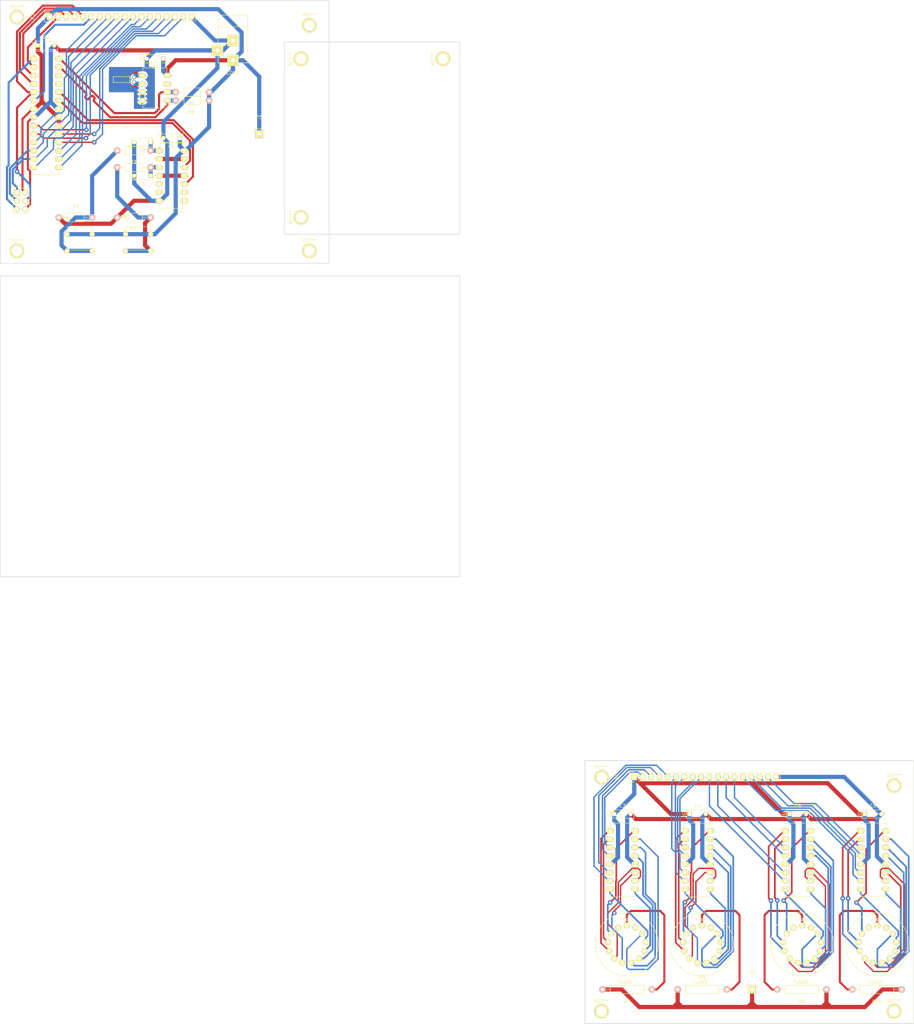
<source format=kicad_pcb>
(kicad_pcb (version 4) (host pcbnew "(2015-12-07 BZR 6352)-product")

  (general
    (links 170)
    (no_connects 32)
    (area -0.087401 -175.425734 277.855001 153.060002)
    (thickness 1.6)
    (drawings 20)
    (tracks 878)
    (zones 0)
    (modules 50)
    (nets 92)
  )

  (page A4)
  (layers
    (0 F.Cu signal)
    (31 B.Cu signal)
    (32 B.Adhes user)
    (33 F.Adhes user)
    (34 B.Paste user)
    (35 F.Paste user)
    (36 B.SilkS user)
    (37 F.SilkS user)
    (38 B.Mask user)
    (39 F.Mask user)
    (40 Dwgs.User user)
    (41 Cmts.User user)
    (42 Eco1.User user)
    (43 Eco2.User user)
    (44 Edge.Cuts user)
    (45 Margin user)
    (46 B.CrtYd user)
    (47 F.CrtYd user)
    (48 B.Fab user)
    (49 F.Fab user)
  )

  (setup
    (last_trace_width 0.635)
    (user_trace_width 0.381)
    (user_trace_width 0.4318)
    (user_trace_width 0.508)
    (user_trace_width 0.635)
    (user_trace_width 1.27)
    (trace_clearance 0.254)
    (zone_clearance 0.508)
    (zone_45_only no)
    (trace_min 0.2)
    (segment_width 0.2)
    (edge_width 0.15)
    (via_size 1.4)
    (via_drill 0.6)
    (via_min_size 0.4)
    (via_min_drill 0.3)
    (uvia_size 0.3)
    (uvia_drill 0.1)
    (uvias_allowed no)
    (uvia_min_size 0)
    (uvia_min_drill 0)
    (pcb_text_width 0.3)
    (pcb_text_size 1.5 1.5)
    (mod_edge_width 0.15)
    (mod_text_size 1 1)
    (mod_text_width 0.15)
    (pad_size 2 2)
    (pad_drill 0.59944)
    (pad_to_mask_clearance 0.2)
    (aux_axis_origin 0 0)
    (visible_elements FFFFFF7F)
    (pcbplotparams
      (layerselection 0x00030_80000001)
      (usegerberextensions false)
      (excludeedgelayer true)
      (linewidth 0.100000)
      (plotframeref false)
      (viasonmask false)
      (mode 1)
      (useauxorigin false)
      (hpglpennumber 1)
      (hpglpenspeed 20)
      (hpglpendiameter 15)
      (hpglpenoverlay 2)
      (psnegative false)
      (psa4output false)
      (plotreference true)
      (plotvalue true)
      (plotinvisibletext false)
      (padsonsilk false)
      (subtractmaskfromsilk false)
      (outputformat 1)
      (mirror false)
      (drillshape 1)
      (scaleselection 1)
      (outputdirectory ""))
  )

  (net 0 "")
  (net 1 "Net-(C1-Pad1)")
  (net 2 GND)
  (net 3 "Net-(C2-Pad1)")
  (net 4 +5V)
  (net 5 RESET)
  (net 6 MinTensA)
  (net 7 MinTensD)
  (net 8 MinTensB)
  (net 9 MinOnesA)
  (net 10 HourOnesB)
  (net 11 HourOnesC)
  (net 12 MinOnesD)
  (net 13 MinOnesB)
  (net 14 MinOnesC)
  (net 15 HourTensA)
  (net 16 HourTensD)
  (net 17 HourTensB)
  (net 18 HourTensC)
  (net 19 HourOnesA)
  (net 20 HourOnesD)
  (net 21 "Net-(IC1-Pad25)")
  (net 22 "Net-(IC1-Pad26)")
  (net 23 170V)
  (net 24 "Net-(R1-Pad2)")
  (net 25 "Net-(R2-Pad1)")
  (net 26 "Net-(R7-Pad1)")
  (net 27 "Net-(R8-Pad2)")
  (net 28 "Net-(R9-Pad2)")
  (net 29 "Net-(R10-Pad2)")
  (net 30 "Net-(Tube1-Pad2)")
  (net 31 "Net-(Tube1-Pad3)")
  (net 32 "Net-(Tube1-Pad4)")
  (net 33 "Net-(Tube1-Pad5)")
  (net 34 "Net-(Tube1-Pad6)")
  (net 35 "Net-(Tube1-Pad7)")
  (net 36 "Net-(Tube1-Pad8)")
  (net 37 "Net-(Tube1-Pad9)")
  (net 38 "Net-(Tube1-Pad10)")
  (net 39 "Net-(Tube1-Pad11)")
  (net 40 "Net-(Tube1-Pad12)")
  (net 41 "Net-(Tube1-Pad13)")
  (net 42 "Net-(Tube2-Pad2)")
  (net 43 "Net-(Tube2-Pad3)")
  (net 44 "Net-(Tube2-Pad4)")
  (net 45 "Net-(Tube2-Pad5)")
  (net 46 "Net-(Tube2-Pad6)")
  (net 47 "Net-(Tube2-Pad7)")
  (net 48 "Net-(Tube2-Pad8)")
  (net 49 "Net-(Tube2-Pad9)")
  (net 50 "Net-(Tube2-Pad10)")
  (net 51 "Net-(Tube2-Pad11)")
  (net 52 "Net-(Tube2-Pad12)")
  (net 53 "Net-(Tube2-Pad13)")
  (net 54 "Net-(Tube3-Pad2)")
  (net 55 "Net-(Tube3-Pad3)")
  (net 56 "Net-(Tube3-Pad4)")
  (net 57 "Net-(Tube3-Pad5)")
  (net 58 "Net-(Tube3-Pad6)")
  (net 59 "Net-(Tube3-Pad7)")
  (net 60 "Net-(Tube3-Pad8)")
  (net 61 "Net-(Tube3-Pad9)")
  (net 62 "Net-(Tube3-Pad10)")
  (net 63 "Net-(Tube3-Pad11)")
  (net 64 "Net-(Tube3-Pad12)")
  (net 65 "Net-(Tube3-Pad13)")
  (net 66 "Net-(Tube4-Pad2)")
  (net 67 "Net-(Tube4-Pad3)")
  (net 68 "Net-(Tube4-Pad4)")
  (net 69 "Net-(Tube4-Pad5)")
  (net 70 "Net-(Tube4-Pad6)")
  (net 71 "Net-(Tube4-Pad7)")
  (net 72 "Net-(Tube4-Pad8)")
  (net 73 "Net-(Tube4-Pad9)")
  (net 74 "Net-(Tube4-Pad10)")
  (net 75 "Net-(Tube4-Pad11)")
  (net 76 "Net-(Tube4-Pad12)")
  (net 77 "Net-(Tube4-Pad13)")
  (net 78 "Net-(U1-Pad1)")
  (net 79 "Net-(U1-Pad2)")
  (net 80 "Net-(U1-Pad7)")
  (net 81 "Net-(U2-Pad11)")
  (net 82 "Net-(U2-Pad5)")
  (net 83 "Net-(U2-Pad6)")
  (net 84 MinButton)
  (net 85 HourButton)
  (net 86 "Net-(U2-Pad13)")
  (net 87 MinTensC)
  (net 88 "Net-(U2-Pad8)")
  (net 89 "Net-(U2-Pad9)")
  (net 90 SDA)
  (net 91 SCL)

  (net_class Default "This is the default net class."
    (clearance 0.254)
    (trace_width 0.381)
    (via_dia 1.4)
    (via_drill 0.6)
    (uvia_dia 0.3)
    (uvia_drill 0.1)
    (add_net +5V)
    (add_net 170V)
    (add_net GND)
    (add_net HourButton)
    (add_net HourOnesA)
    (add_net HourOnesB)
    (add_net HourOnesC)
    (add_net HourOnesD)
    (add_net HourTensA)
    (add_net HourTensB)
    (add_net HourTensC)
    (add_net HourTensD)
    (add_net MinButton)
    (add_net MinOnesA)
    (add_net MinOnesB)
    (add_net MinOnesC)
    (add_net MinOnesD)
    (add_net MinTensA)
    (add_net MinTensB)
    (add_net MinTensC)
    (add_net MinTensD)
    (add_net "Net-(C1-Pad1)")
    (add_net "Net-(C2-Pad1)")
    (add_net "Net-(IC1-Pad25)")
    (add_net "Net-(IC1-Pad26)")
    (add_net "Net-(R1-Pad2)")
    (add_net "Net-(R10-Pad2)")
    (add_net "Net-(R2-Pad1)")
    (add_net "Net-(R7-Pad1)")
    (add_net "Net-(R8-Pad2)")
    (add_net "Net-(R9-Pad2)")
    (add_net "Net-(Tube1-Pad10)")
    (add_net "Net-(Tube1-Pad11)")
    (add_net "Net-(Tube1-Pad12)")
    (add_net "Net-(Tube1-Pad13)")
    (add_net "Net-(Tube1-Pad2)")
    (add_net "Net-(Tube1-Pad3)")
    (add_net "Net-(Tube1-Pad4)")
    (add_net "Net-(Tube1-Pad5)")
    (add_net "Net-(Tube1-Pad6)")
    (add_net "Net-(Tube1-Pad7)")
    (add_net "Net-(Tube1-Pad8)")
    (add_net "Net-(Tube1-Pad9)")
    (add_net "Net-(Tube2-Pad10)")
    (add_net "Net-(Tube2-Pad11)")
    (add_net "Net-(Tube2-Pad12)")
    (add_net "Net-(Tube2-Pad13)")
    (add_net "Net-(Tube2-Pad2)")
    (add_net "Net-(Tube2-Pad3)")
    (add_net "Net-(Tube2-Pad4)")
    (add_net "Net-(Tube2-Pad5)")
    (add_net "Net-(Tube2-Pad6)")
    (add_net "Net-(Tube2-Pad7)")
    (add_net "Net-(Tube2-Pad8)")
    (add_net "Net-(Tube2-Pad9)")
    (add_net "Net-(Tube3-Pad10)")
    (add_net "Net-(Tube3-Pad11)")
    (add_net "Net-(Tube3-Pad12)")
    (add_net "Net-(Tube3-Pad13)")
    (add_net "Net-(Tube3-Pad2)")
    (add_net "Net-(Tube3-Pad3)")
    (add_net "Net-(Tube3-Pad4)")
    (add_net "Net-(Tube3-Pad5)")
    (add_net "Net-(Tube3-Pad6)")
    (add_net "Net-(Tube3-Pad7)")
    (add_net "Net-(Tube3-Pad8)")
    (add_net "Net-(Tube3-Pad9)")
    (add_net "Net-(Tube4-Pad10)")
    (add_net "Net-(Tube4-Pad11)")
    (add_net "Net-(Tube4-Pad12)")
    (add_net "Net-(Tube4-Pad13)")
    (add_net "Net-(Tube4-Pad2)")
    (add_net "Net-(Tube4-Pad3)")
    (add_net "Net-(Tube4-Pad4)")
    (add_net "Net-(Tube4-Pad5)")
    (add_net "Net-(Tube4-Pad6)")
    (add_net "Net-(Tube4-Pad7)")
    (add_net "Net-(Tube4-Pad8)")
    (add_net "Net-(Tube4-Pad9)")
    (add_net "Net-(U1-Pad1)")
    (add_net "Net-(U1-Pad2)")
    (add_net "Net-(U1-Pad7)")
    (add_net "Net-(U2-Pad11)")
    (add_net "Net-(U2-Pad13)")
    (add_net "Net-(U2-Pad5)")
    (add_net "Net-(U2-Pad6)")
    (add_net "Net-(U2-Pad8)")
    (add_net "Net-(U2-Pad9)")
    (add_net RESET)
    (add_net SCL)
    (add_net SDA)
  )

  (module IN-14:IN-14 (layer F.Cu) (tedit 564B3BAB) (tstamp 569AEEA3)
    (at 243.84 111.76 180)
    (path /569AF74E/569B0682)
    (fp_text reference Tube2 (at 0.5 -11.43 180) (layer F.SilkS)
      (effects (font (size 1 1) (thickness 0.15)))
    )
    (fp_text value IN-14 (at 0 -8.12 180) (layer F.Fab)
      (effects (font (size 1 1) (thickness 0.15)))
    )
    (fp_text user Front (at 0 7.62 180) (layer F.SilkS)
      (effects (font (size 1 1) (thickness 0.15)))
    )
    (fp_circle (center 0 0) (end 0 9.6) (layer F.SilkS) (width 0.15))
    (fp_circle (center 0 0) (end 5.75 0) (layer F.SilkS) (width 0.15))
    (pad 1 thru_hole circle (at 0 5.75 180) (size 1.8 1.8) (drill 0.762) (layers *.Cu *.Mask F.SilkS)
      (net 27 "Net-(R8-Pad2)"))
    (pad 2 thru_hole circle (at -2.672842 5.091013 180) (size 1.8 1.8) (drill 0.762) (layers *.Cu *.Mask F.SilkS)
      (net 42 "Net-(Tube2-Pad2)"))
    (pad 3 thru_hole circle (at -4.733034 3.265102 180) (size 1.8 1.8) (drill 0.762) (layers *.Cu *.Mask F.SilkS)
      (net 43 "Net-(Tube2-Pad3)"))
    (pad 4 thru_hole circle (at -5.708355 0.690787 180) (size 1.8 1.8) (drill 0.762) (layers *.Cu *.Mask F.SilkS)
      (net 44 "Net-(Tube2-Pad4)"))
    (pad 5 thru_hole circle (at -5.375248 -2.041865 180) (size 1.8 1.8) (drill 0.762) (layers *.Cu *.Mask F.SilkS)
      (net 45 "Net-(Tube2-Pad5)"))
    (pad 6 thru_hole circle (at -3.810065 -4.306495 180) (size 1.8 1.8) (drill 0.762) (layers *.Cu *.Mask F.SilkS)
      (net 46 "Net-(Tube2-Pad6)"))
    (pad 7 thru_hole circle (at -1.371567 -5.584022 180) (size 1.8 1.8) (drill 0.762) (layers *.Cu *.Mask F.SilkS)
      (net 47 "Net-(Tube2-Pad7)"))
    (pad 8 thru_hole circle (at 1.381311 -5.58162 180) (size 1.8 1.8) (drill 0.762) (layers *.Cu *.Mask F.SilkS)
      (net 48 "Net-(Tube2-Pad8)"))
    (pad 9 thru_hole circle (at 3.817576 -4.299839 180) (size 1.8 1.8) (drill 0.762) (layers *.Cu *.Mask F.SilkS)
      (net 49 "Net-(Tube2-Pad9)"))
    (pad 10 thru_hole circle (at 5.378803 -2.03248 180) (size 1.8 1.8) (drill 0.762) (layers *.Cu *.Mask F.SilkS)
      (net 50 "Net-(Tube2-Pad10)"))
    (pad 11 thru_hole circle (at 5.70714 0.700749 180) (size 1.8 1.8) (drill 0.762) (layers *.Cu *.Mask F.SilkS)
      (net 51 "Net-(Tube2-Pad11)"))
    (pad 12 thru_hole circle (at 4.727328 3.273357 180) (size 1.8 1.8) (drill 0.762) (layers *.Cu *.Mask F.SilkS)
      (net 52 "Net-(Tube2-Pad12)"))
    (pad 13 thru_hole circle (at 2.663952 5.095671 180) (size 1.8 1.8) (drill 0.762) (layers *.Cu *.Mask F.SilkS)
      (net 53 "Net-(Tube2-Pad13)"))
  )

  (module Pin_Headers:Pin_Header_Straight_1x01 (layer F.Cu) (tedit 54EA08DC) (tstamp 569AEE35)
    (at 228.6 125.476)
    (descr "Through hole pin header")
    (tags "pin header")
    (path /569AF74E/569B4014)
    (fp_text reference P2 (at 0 -5.1) (layer F.SilkS)
      (effects (font (size 1 1) (thickness 0.15)))
    )
    (fp_text value CONN_01X01 (at 0 -3.1) (layer F.Fab)
      (effects (font (size 1 1) (thickness 0.15)))
    )
    (fp_line (start 1.55 -1.55) (end 1.55 0) (layer F.SilkS) (width 0.15))
    (fp_line (start -1.75 -1.75) (end -1.75 1.75) (layer F.CrtYd) (width 0.05))
    (fp_line (start 1.75 -1.75) (end 1.75 1.75) (layer F.CrtYd) (width 0.05))
    (fp_line (start -1.75 -1.75) (end 1.75 -1.75) (layer F.CrtYd) (width 0.05))
    (fp_line (start -1.75 1.75) (end 1.75 1.75) (layer F.CrtYd) (width 0.05))
    (fp_line (start -1.55 0) (end -1.55 -1.55) (layer F.SilkS) (width 0.15))
    (fp_line (start -1.55 -1.55) (end 1.55 -1.55) (layer F.SilkS) (width 0.15))
    (fp_line (start -1.27 1.27) (end 1.27 1.27) (layer F.SilkS) (width 0.15))
    (pad 1 thru_hole rect (at 0 0) (size 2.2352 2.2352) (drill 1.016) (layers *.Cu *.Mask F.SilkS)
      (net 23 170V))
    (model Pin_Headers.3dshapes/Pin_Header_Straight_1x01.wrl
      (at (xyz 0 0 0))
      (scale (xyz 1 1 1))
      (rotate (xyz 0 0 90))
    )
  )

  (module Resistors_ThroughHole:Resistor_Horizontal_RM15mm (layer F.Cu) (tedit 53F56292) (tstamp 569AEE71)
    (at 266.58 125.476 180)
    (descr "Resistor, Axial, RM 15mm,")
    (tags "Resistor, Axial, RM 15mm,")
    (path /569AF74E/569B2E28)
    (fp_text reference R10 (at 0 -3.74904 180) (layer F.SilkS)
      (effects (font (size 1 1) (thickness 0.15)))
    )
    (fp_text value 47K (at 0 4.0005 180) (layer F.Fab)
      (effects (font (size 1 1) (thickness 0.15)))
    )
    (fp_line (start -5.08 -1.27) (end -5.08 1.27) (layer F.SilkS) (width 0.15))
    (fp_line (start -5.08 1.27) (end 5.08 1.27) (layer F.SilkS) (width 0.15))
    (fp_line (start 5.08 1.27) (end 5.08 -1.27) (layer F.SilkS) (width 0.15))
    (fp_line (start 5.08 -1.27) (end -5.08 -1.27) (layer F.SilkS) (width 0.15))
    (fp_line (start 6.35 0) (end 5.08 0) (layer F.SilkS) (width 0.15))
    (fp_line (start -6.35 0) (end -5.08 0) (layer F.SilkS) (width 0.15))
    (pad 1 thru_hole circle (at -7.5 0 180) (size 1.99898 1.99898) (drill 1.00076) (layers *.Cu *.SilkS *.Mask)
      (net 23 170V))
    (pad 2 thru_hole circle (at 7.5 0 180) (size 1.99898 1.99898) (drill 1.00076) (layers *.Cu *.SilkS *.Mask)
      (net 29 "Net-(R10-Pad2)"))
    (model Resistors_ThroughHole.3dshapes/Resistor_Horizontal_RM15mm.wrl
      (at (xyz 0 0 0))
      (scale (xyz 0.4 0.4 0.4))
      (rotate (xyz 0 0 0))
    )
  )

  (module Resistors_ThroughHole:Resistor_Horizontal_RM15mm (layer F.Cu) (tedit 53F56292) (tstamp 569AEE65)
    (at 243.72 125.476 180)
    (descr "Resistor, Axial, RM 15mm,")
    (tags "Resistor, Axial, RM 15mm,")
    (path /569AF74E/569B2CE7)
    (fp_text reference R8 (at 0 -3.74904 180) (layer F.SilkS)
      (effects (font (size 1 1) (thickness 0.15)))
    )
    (fp_text value 47K (at 0 4.0005 180) (layer F.Fab)
      (effects (font (size 1 1) (thickness 0.15)))
    )
    (fp_line (start -5.08 -1.27) (end -5.08 1.27) (layer F.SilkS) (width 0.15))
    (fp_line (start -5.08 1.27) (end 5.08 1.27) (layer F.SilkS) (width 0.15))
    (fp_line (start 5.08 1.27) (end 5.08 -1.27) (layer F.SilkS) (width 0.15))
    (fp_line (start 5.08 -1.27) (end -5.08 -1.27) (layer F.SilkS) (width 0.15))
    (fp_line (start 6.35 0) (end 5.08 0) (layer F.SilkS) (width 0.15))
    (fp_line (start -6.35 0) (end -5.08 0) (layer F.SilkS) (width 0.15))
    (pad 1 thru_hole circle (at -7.5 0 180) (size 1.99898 1.99898) (drill 1.00076) (layers *.Cu *.SilkS *.Mask)
      (net 23 170V))
    (pad 2 thru_hole circle (at 7.5 0 180) (size 1.99898 1.99898) (drill 1.00076) (layers *.Cu *.SilkS *.Mask)
      (net 27 "Net-(R8-Pad2)"))
    (model Resistors_ThroughHole.3dshapes/Resistor_Horizontal_RM15mm.wrl
      (at (xyz 0 0 0))
      (scale (xyz 0.4 0.4 0.4))
      (rotate (xyz 0 0 0))
    )
  )

  (module Connect:1pin (layer F.Cu) (tedit 0) (tstamp 569AFA6C)
    (at 271.78 132.08)
    (descr "module 1 pin (ou trou mecanique de percage)")
    (tags DEV)
    (fp_text reference REF** (at 0 -3.048) (layer F.SilkS)
      (effects (font (size 1 1) (thickness 0.15)))
    )
    (fp_text value 1pin (at 0 2.794) (layer F.Fab)
      (effects (font (size 1 1) (thickness 0.15)))
    )
    (fp_circle (center 0 0) (end 0 -2.286) (layer F.SilkS) (width 0.15))
    (pad 1 thru_hole circle (at 0 0) (size 4.064 4.064) (drill 3.048) (layers *.Cu *.Mask F.SilkS))
  )

  (module IN-14:IN-14 (layer F.Cu) (tedit 564B3BAB) (tstamp 569AEEC5)
    (at 266.7 111.76 180)
    (path /569AF74E/569B06EB)
    (fp_text reference Tube4 (at 0.5 -11.43 180) (layer F.SilkS)
      (effects (font (size 1 1) (thickness 0.15)))
    )
    (fp_text value IN-14 (at 0 -8.12 180) (layer F.Fab)
      (effects (font (size 1 1) (thickness 0.15)))
    )
    (fp_text user Front (at 0 7.62 180) (layer F.SilkS)
      (effects (font (size 1 1) (thickness 0.15)))
    )
    (fp_circle (center 0 0) (end 0 9.6) (layer F.SilkS) (width 0.15))
    (fp_circle (center 0 0) (end 5.75 0) (layer F.SilkS) (width 0.15))
    (pad 1 thru_hole circle (at 0 5.75 180) (size 1.8 1.8) (drill 0.762) (layers *.Cu *.Mask F.SilkS)
      (net 29 "Net-(R10-Pad2)"))
    (pad 2 thru_hole circle (at -2.672842 5.091013 180) (size 1.8 1.8) (drill 0.762) (layers *.Cu *.Mask F.SilkS)
      (net 66 "Net-(Tube4-Pad2)"))
    (pad 3 thru_hole circle (at -4.733034 3.265102 180) (size 1.8 1.8) (drill 0.762) (layers *.Cu *.Mask F.SilkS)
      (net 67 "Net-(Tube4-Pad3)"))
    (pad 4 thru_hole circle (at -5.708355 0.690787 180) (size 1.8 1.8) (drill 0.762) (layers *.Cu *.Mask F.SilkS)
      (net 68 "Net-(Tube4-Pad4)"))
    (pad 5 thru_hole circle (at -5.375248 -2.041865 180) (size 1.8 1.8) (drill 0.762) (layers *.Cu *.Mask F.SilkS)
      (net 69 "Net-(Tube4-Pad5)"))
    (pad 6 thru_hole circle (at -3.810065 -4.306495 180) (size 1.8 1.8) (drill 0.762) (layers *.Cu *.Mask F.SilkS)
      (net 70 "Net-(Tube4-Pad6)"))
    (pad 7 thru_hole circle (at -1.371567 -5.584022 180) (size 1.8 1.8) (drill 0.762) (layers *.Cu *.Mask F.SilkS)
      (net 71 "Net-(Tube4-Pad7)"))
    (pad 8 thru_hole circle (at 1.381311 -5.58162 180) (size 1.8 1.8) (drill 0.762) (layers *.Cu *.Mask F.SilkS)
      (net 72 "Net-(Tube4-Pad8)"))
    (pad 9 thru_hole circle (at 3.817576 -4.299839 180) (size 1.8 1.8) (drill 0.762) (layers *.Cu *.Mask F.SilkS)
      (net 73 "Net-(Tube4-Pad9)"))
    (pad 10 thru_hole circle (at 5.378803 -2.03248 180) (size 1.8 1.8) (drill 0.762) (layers *.Cu *.Mask F.SilkS)
      (net 74 "Net-(Tube4-Pad10)"))
    (pad 11 thru_hole circle (at 5.70714 0.700749 180) (size 1.8 1.8) (drill 0.762) (layers *.Cu *.Mask F.SilkS)
      (net 75 "Net-(Tube4-Pad11)"))
    (pad 12 thru_hole circle (at 4.727328 3.273357 180) (size 1.8 1.8) (drill 0.762) (layers *.Cu *.Mask F.SilkS)
      (net 76 "Net-(Tube4-Pad12)"))
    (pad 13 thru_hole circle (at 2.663952 5.095671 180) (size 1.8 1.8) (drill 0.762) (layers *.Cu *.Mask F.SilkS)
      (net 77 "Net-(Tube4-Pad13)"))
  )

  (module Resistors_ThroughHole:Resistor_Horizontal_RM15mm (layer F.Cu) (tedit 53F56292) (tstamp 569AEE5F)
    (at 190.62 125.476 180)
    (descr "Resistor, Axial, RM 15mm,")
    (tags "Resistor, Axial, RM 15mm,")
    (path /569AF74E/569B2C1B)
    (fp_text reference R7 (at 0 -3.74904 180) (layer F.SilkS)
      (effects (font (size 1 1) (thickness 0.15)))
    )
    (fp_text value 47K (at 0 4.0005 180) (layer F.Fab)
      (effects (font (size 1 1) (thickness 0.15)))
    )
    (fp_line (start -5.08 -1.27) (end -5.08 1.27) (layer F.SilkS) (width 0.15))
    (fp_line (start -5.08 1.27) (end 5.08 1.27) (layer F.SilkS) (width 0.15))
    (fp_line (start 5.08 1.27) (end 5.08 -1.27) (layer F.SilkS) (width 0.15))
    (fp_line (start 5.08 -1.27) (end -5.08 -1.27) (layer F.SilkS) (width 0.15))
    (fp_line (start 6.35 0) (end 5.08 0) (layer F.SilkS) (width 0.15))
    (fp_line (start -6.35 0) (end -5.08 0) (layer F.SilkS) (width 0.15))
    (pad 1 thru_hole circle (at -7.5 0 180) (size 1.99898 1.99898) (drill 1.00076) (layers *.Cu *.SilkS *.Mask)
      (net 26 "Net-(R7-Pad1)"))
    (pad 2 thru_hole circle (at 7.5 0 180) (size 1.99898 1.99898) (drill 1.00076) (layers *.Cu *.SilkS *.Mask)
      (net 23 170V))
    (model Resistors_ThroughHole.3dshapes/Resistor_Horizontal_RM15mm.wrl
      (at (xyz 0 0 0))
      (scale (xyz 0.4 0.4 0.4))
      (rotate (xyz 0 0 0))
    )
  )

  (module Capacitors_ThroughHole:C_Rect_L7_W2.5_P5 (layer F.Cu) (tedit 0) (tstamp 56B64D38)
    (at 186.69 72.136)
    (descr "Film Capacitor Length 7mm x Width 2.5mm, Pitch 5mm")
    (tags Capacitor)
    (path /569AF74E/56B16D35)
    (fp_text reference C3 (at 2.5 -2.5) (layer F.SilkS)
      (effects (font (size 1 1) (thickness 0.15)))
    )
    (fp_text value .1u (at 2.5 2.5) (layer F.Fab)
      (effects (font (size 1 1) (thickness 0.15)))
    )
    (fp_line (start -1.25 -1.5) (end 6.25 -1.5) (layer F.CrtYd) (width 0.05))
    (fp_line (start 6.25 -1.5) (end 6.25 1.5) (layer F.CrtYd) (width 0.05))
    (fp_line (start 6.25 1.5) (end -1.25 1.5) (layer F.CrtYd) (width 0.05))
    (fp_line (start -1.25 1.5) (end -1.25 -1.5) (layer F.CrtYd) (width 0.05))
    (fp_line (start -1 -1.25) (end 6 -1.25) (layer F.SilkS) (width 0.15))
    (fp_line (start 6 -1.25) (end 6 1.25) (layer F.SilkS) (width 0.15))
    (fp_line (start 6 1.25) (end -1 1.25) (layer F.SilkS) (width 0.15))
    (fp_line (start -1 1.25) (end -1 -1.25) (layer F.SilkS) (width 0.15))
    (pad 1 thru_hole rect (at 0 0) (size 1.3 1.3) (drill 0.8) (layers *.Cu *.Mask F.SilkS)
      (net 4 +5V))
    (pad 2 thru_hole circle (at 5 0) (size 1.3 1.3) (drill 0.8) (layers *.Cu *.Mask F.SilkS)
      (net 2 GND))
  )

  (module IN-14:IN-14 (layer F.Cu) (tedit 564B3BAB) (tstamp 569AEE92)
    (at 190.5 111.76 180)
    (path /569AF74E/569B049B)
    (fp_text reference Tube1 (at 0.5 -11.43 180) (layer F.SilkS)
      (effects (font (size 1 1) (thickness 0.15)))
    )
    (fp_text value IN-14 (at 0 -8.12 180) (layer F.Fab)
      (effects (font (size 1 1) (thickness 0.15)))
    )
    (fp_text user Front (at 0 7.62 180) (layer F.SilkS)
      (effects (font (size 1 1) (thickness 0.15)))
    )
    (fp_circle (center 0 0) (end 0 9.6) (layer F.SilkS) (width 0.15))
    (fp_circle (center 0 0) (end 5.75 0) (layer F.SilkS) (width 0.15))
    (pad 1 thru_hole circle (at 0 5.75 180) (size 1.8 1.8) (drill 0.762) (layers *.Cu *.Mask F.SilkS)
      (net 26 "Net-(R7-Pad1)"))
    (pad 2 thru_hole circle (at -2.672842 5.091013 180) (size 1.8 1.8) (drill 0.762) (layers *.Cu *.Mask F.SilkS)
      (net 30 "Net-(Tube1-Pad2)"))
    (pad 3 thru_hole circle (at -4.733034 3.265102 180) (size 1.8 1.8) (drill 0.762) (layers *.Cu *.Mask F.SilkS)
      (net 31 "Net-(Tube1-Pad3)"))
    (pad 4 thru_hole circle (at -5.708355 0.690787 180) (size 1.8 1.8) (drill 0.762) (layers *.Cu *.Mask F.SilkS)
      (net 32 "Net-(Tube1-Pad4)"))
    (pad 5 thru_hole circle (at -5.375248 -2.041865 180) (size 1.8 1.8) (drill 0.762) (layers *.Cu *.Mask F.SilkS)
      (net 33 "Net-(Tube1-Pad5)"))
    (pad 6 thru_hole circle (at -3.810065 -4.306495 180) (size 1.8 1.8) (drill 0.762) (layers *.Cu *.Mask F.SilkS)
      (net 34 "Net-(Tube1-Pad6)"))
    (pad 7 thru_hole circle (at -1.371567 -5.584022 180) (size 1.8 1.8) (drill 0.762) (layers *.Cu *.Mask F.SilkS)
      (net 35 "Net-(Tube1-Pad7)"))
    (pad 8 thru_hole circle (at 1.381311 -5.58162 180) (size 1.8 1.8) (drill 0.762) (layers *.Cu *.Mask F.SilkS)
      (net 36 "Net-(Tube1-Pad8)"))
    (pad 9 thru_hole circle (at 3.817576 -4.299839 180) (size 1.8 1.8) (drill 0.762) (layers *.Cu *.Mask F.SilkS)
      (net 37 "Net-(Tube1-Pad9)"))
    (pad 10 thru_hole circle (at 5.378803 -2.03248 180) (size 1.8 1.8) (drill 0.762) (layers *.Cu *.Mask F.SilkS)
      (net 38 "Net-(Tube1-Pad10)"))
    (pad 11 thru_hole circle (at 5.70714 0.700749 180) (size 1.8 1.8) (drill 0.762) (layers *.Cu *.Mask F.SilkS)
      (net 39 "Net-(Tube1-Pad11)"))
    (pad 12 thru_hole circle (at 4.727328 3.273357 180) (size 1.8 1.8) (drill 0.762) (layers *.Cu *.Mask F.SilkS)
      (net 40 "Net-(Tube1-Pad12)"))
    (pad 13 thru_hole circle (at 2.663952 5.095671 180) (size 1.8 1.8) (drill 0.762) (layers *.Cu *.Mask F.SilkS)
      (net 41 "Net-(Tube1-Pad13)"))
  )

  (module Housings_DIP:DIP-16_W7.62mm_LongPads (layer F.Cu) (tedit 54130A77) (tstamp 569AEEF7)
    (at 185.42 77.216)
    (descr "16-lead dip package, row spacing 7.62 mm (300 mils), longer pads")
    (tags "dil dip 2.54 300")
    (path /569AF74E/569AFAF8)
    (fp_text reference U3 (at 0 -5.22) (layer F.SilkS)
      (effects (font (size 1 1) (thickness 0.15)))
    )
    (fp_text value 74141 (at 0 -3.72) (layer F.Fab)
      (effects (font (size 1 1) (thickness 0.15)))
    )
    (fp_line (start -1.4 -2.45) (end -1.4 20.25) (layer F.CrtYd) (width 0.05))
    (fp_line (start 9 -2.45) (end 9 20.25) (layer F.CrtYd) (width 0.05))
    (fp_line (start -1.4 -2.45) (end 9 -2.45) (layer F.CrtYd) (width 0.05))
    (fp_line (start -1.4 20.25) (end 9 20.25) (layer F.CrtYd) (width 0.05))
    (fp_line (start 0.135 -2.295) (end 0.135 -1.025) (layer F.SilkS) (width 0.15))
    (fp_line (start 7.485 -2.295) (end 7.485 -1.025) (layer F.SilkS) (width 0.15))
    (fp_line (start 7.485 20.075) (end 7.485 18.805) (layer F.SilkS) (width 0.15))
    (fp_line (start 0.135 20.075) (end 0.135 18.805) (layer F.SilkS) (width 0.15))
    (fp_line (start 0.135 -2.295) (end 7.485 -2.295) (layer F.SilkS) (width 0.15))
    (fp_line (start 0.135 20.075) (end 7.485 20.075) (layer F.SilkS) (width 0.15))
    (fp_line (start 0.135 -1.025) (end -1.15 -1.025) (layer F.SilkS) (width 0.15))
    (pad 1 thru_hole oval (at 0 0) (size 2.3 1.6) (drill 0.8) (layers *.Cu *.Mask F.SilkS)
      (net 38 "Net-(Tube1-Pad10)"))
    (pad 2 thru_hole oval (at 0 2.54) (size 2.3 1.6) (drill 0.8) (layers *.Cu *.Mask F.SilkS)
      (net 39 "Net-(Tube1-Pad11)"))
    (pad 3 thru_hole oval (at 0 5.08) (size 2.3 1.6) (drill 0.8) (layers *.Cu *.Mask F.SilkS)
      (net 15 HourTensA))
    (pad 4 thru_hole oval (at 0 7.62) (size 2.3 1.6) (drill 0.8) (layers *.Cu *.Mask F.SilkS)
      (net 16 HourTensD))
    (pad 5 thru_hole oval (at 0 10.16) (size 2.3 1.6) (drill 0.8) (layers *.Cu *.Mask F.SilkS)
      (net 4 +5V))
    (pad 6 thru_hole oval (at 0 12.7) (size 2.3 1.6) (drill 0.8) (layers *.Cu *.Mask F.SilkS)
      (net 17 HourTensB))
    (pad 7 thru_hole oval (at 0 15.24) (size 2.3 1.6) (drill 0.8) (layers *.Cu *.Mask F.SilkS)
      (net 18 HourTensC))
    (pad 8 thru_hole oval (at 0 17.78) (size 2.3 1.6) (drill 0.8) (layers *.Cu *.Mask F.SilkS)
      (net 32 "Net-(Tube1-Pad4)"))
    (pad 9 thru_hole oval (at 7.62 17.78) (size 2.3 1.6) (drill 0.8) (layers *.Cu *.Mask F.SilkS)
      (net 33 "Net-(Tube1-Pad5)"))
    (pad 10 thru_hole oval (at 7.62 15.24) (size 2.3 1.6) (drill 0.8) (layers *.Cu *.Mask F.SilkS)
      (net 37 "Net-(Tube1-Pad9)"))
    (pad 11 thru_hole oval (at 7.62 12.7) (size 2.3 1.6) (drill 0.8) (layers *.Cu *.Mask F.SilkS)
      (net 36 "Net-(Tube1-Pad8)"))
    (pad 12 thru_hole oval (at 7.62 10.16) (size 2.3 1.6) (drill 0.8) (layers *.Cu *.Mask F.SilkS)
      (net 2 GND))
    (pad 13 thru_hole oval (at 7.62 7.62) (size 2.3 1.6) (drill 0.8) (layers *.Cu *.Mask F.SilkS)
      (net 34 "Net-(Tube1-Pad6)"))
    (pad 14 thru_hole oval (at 7.62 5.08) (size 2.3 1.6) (drill 0.8) (layers *.Cu *.Mask F.SilkS)
      (net 35 "Net-(Tube1-Pad7)"))
    (pad 15 thru_hole oval (at 7.62 2.54) (size 2.3 1.6) (drill 0.8) (layers *.Cu *.Mask F.SilkS)
      (net 31 "Net-(Tube1-Pad3)"))
    (pad 16 thru_hole oval (at 7.62 0) (size 2.3 1.6) (drill 0.8) (layers *.Cu *.Mask F.SilkS)
      (net 40 "Net-(Tube1-Pad12)"))
    (model Housings_DIP.3dshapes/DIP-16_W7.62mm_LongPads.wrl
      (at (xyz 0 0 0))
      (scale (xyz 1 1 1))
      (rotate (xyz 0 0 0))
    )
  )

  (module Connect:1pin (layer F.Cu) (tedit 0) (tstamp 569AFA6B)
    (at 182.78 132.08)
    (descr "module 1 pin (ou trou mecanique de percage)")
    (tags DEV)
    (fp_text reference REF** (at 0 -3.048) (layer F.SilkS)
      (effects (font (size 1 1) (thickness 0.15)))
    )
    (fp_text value 1pin (at 0 2.794) (layer F.Fab)
      (effects (font (size 1 1) (thickness 0.15)))
    )
    (fp_circle (center 0 0) (end 0 -2.286) (layer F.SilkS) (width 0.15))
    (pad 1 thru_hole circle (at 0 0) (size 4.064 4.064) (drill 3.048) (layers *.Cu *.Mask F.SilkS))
  )

  (module Housings_DIP:DIP-16_W7.62mm_LongPads (layer F.Cu) (tedit 54130A77) (tstamp 569AEF0B)
    (at 208.28 77.216)
    (descr "16-lead dip package, row spacing 7.62 mm (300 mils), longer pads")
    (tags "dil dip 2.54 300")
    (path /569AF74E/569AFBD9)
    (fp_text reference U4 (at 0 -5.22) (layer F.SilkS)
      (effects (font (size 1 1) (thickness 0.15)))
    )
    (fp_text value 74141 (at 0 -3.72) (layer F.Fab)
      (effects (font (size 1 1) (thickness 0.15)))
    )
    (fp_line (start -1.4 -2.45) (end -1.4 20.25) (layer F.CrtYd) (width 0.05))
    (fp_line (start 9 -2.45) (end 9 20.25) (layer F.CrtYd) (width 0.05))
    (fp_line (start -1.4 -2.45) (end 9 -2.45) (layer F.CrtYd) (width 0.05))
    (fp_line (start -1.4 20.25) (end 9 20.25) (layer F.CrtYd) (width 0.05))
    (fp_line (start 0.135 -2.295) (end 0.135 -1.025) (layer F.SilkS) (width 0.15))
    (fp_line (start 7.485 -2.295) (end 7.485 -1.025) (layer F.SilkS) (width 0.15))
    (fp_line (start 7.485 20.075) (end 7.485 18.805) (layer F.SilkS) (width 0.15))
    (fp_line (start 0.135 20.075) (end 0.135 18.805) (layer F.SilkS) (width 0.15))
    (fp_line (start 0.135 -2.295) (end 7.485 -2.295) (layer F.SilkS) (width 0.15))
    (fp_line (start 0.135 20.075) (end 7.485 20.075) (layer F.SilkS) (width 0.15))
    (fp_line (start 0.135 -1.025) (end -1.15 -1.025) (layer F.SilkS) (width 0.15))
    (pad 1 thru_hole oval (at 0 0) (size 2.3 1.6) (drill 0.8) (layers *.Cu *.Mask F.SilkS)
      (net 62 "Net-(Tube3-Pad10)"))
    (pad 2 thru_hole oval (at 0 2.54) (size 2.3 1.6) (drill 0.8) (layers *.Cu *.Mask F.SilkS)
      (net 63 "Net-(Tube3-Pad11)"))
    (pad 3 thru_hole oval (at 0 5.08) (size 2.3 1.6) (drill 0.8) (layers *.Cu *.Mask F.SilkS)
      (net 19 HourOnesA))
    (pad 4 thru_hole oval (at 0 7.62) (size 2.3 1.6) (drill 0.8) (layers *.Cu *.Mask F.SilkS)
      (net 20 HourOnesD))
    (pad 5 thru_hole oval (at 0 10.16) (size 2.3 1.6) (drill 0.8) (layers *.Cu *.Mask F.SilkS)
      (net 4 +5V))
    (pad 6 thru_hole oval (at 0 12.7) (size 2.3 1.6) (drill 0.8) (layers *.Cu *.Mask F.SilkS)
      (net 10 HourOnesB))
    (pad 7 thru_hole oval (at 0 15.24) (size 2.3 1.6) (drill 0.8) (layers *.Cu *.Mask F.SilkS)
      (net 11 HourOnesC))
    (pad 8 thru_hole oval (at 0 17.78) (size 2.3 1.6) (drill 0.8) (layers *.Cu *.Mask F.SilkS)
      (net 56 "Net-(Tube3-Pad4)"))
    (pad 9 thru_hole oval (at 7.62 17.78) (size 2.3 1.6) (drill 0.8) (layers *.Cu *.Mask F.SilkS)
      (net 57 "Net-(Tube3-Pad5)"))
    (pad 10 thru_hole oval (at 7.62 15.24) (size 2.3 1.6) (drill 0.8) (layers *.Cu *.Mask F.SilkS)
      (net 61 "Net-(Tube3-Pad9)"))
    (pad 11 thru_hole oval (at 7.62 12.7) (size 2.3 1.6) (drill 0.8) (layers *.Cu *.Mask F.SilkS)
      (net 60 "Net-(Tube3-Pad8)"))
    (pad 12 thru_hole oval (at 7.62 10.16) (size 2.3 1.6) (drill 0.8) (layers *.Cu *.Mask F.SilkS)
      (net 2 GND))
    (pad 13 thru_hole oval (at 7.62 7.62) (size 2.3 1.6) (drill 0.8) (layers *.Cu *.Mask F.SilkS)
      (net 58 "Net-(Tube3-Pad6)"))
    (pad 14 thru_hole oval (at 7.62 5.08) (size 2.3 1.6) (drill 0.8) (layers *.Cu *.Mask F.SilkS)
      (net 59 "Net-(Tube3-Pad7)"))
    (pad 15 thru_hole oval (at 7.62 2.54) (size 2.3 1.6) (drill 0.8) (layers *.Cu *.Mask F.SilkS)
      (net 55 "Net-(Tube3-Pad3)"))
    (pad 16 thru_hole oval (at 7.62 0) (size 2.3 1.6) (drill 0.8) (layers *.Cu *.Mask F.SilkS)
      (net 64 "Net-(Tube3-Pad12)"))
    (model Housings_DIP.3dshapes/DIP-16_W7.62mm_LongPads.wrl
      (at (xyz 0 0 0))
      (scale (xyz 1 1 1))
      (rotate (xyz 0 0 0))
    )
  )

  (module Resistors_ThroughHole:Resistor_Horizontal_RM15mm (layer F.Cu) (tedit 53F56292) (tstamp 569AEE6B)
    (at 213.48 125.476)
    (descr "Resistor, Axial, RM 15mm,")
    (tags "Resistor, Axial, RM 15mm,")
    (path /569AF74E/569B2C81)
    (fp_text reference R9 (at 0 -3.74904) (layer F.SilkS)
      (effects (font (size 1 1) (thickness 0.15)))
    )
    (fp_text value 47K (at 0 4.0005) (layer F.Fab)
      (effects (font (size 1 1) (thickness 0.15)))
    )
    (fp_line (start -5.08 -1.27) (end -5.08 1.27) (layer F.SilkS) (width 0.15))
    (fp_line (start -5.08 1.27) (end 5.08 1.27) (layer F.SilkS) (width 0.15))
    (fp_line (start 5.08 1.27) (end 5.08 -1.27) (layer F.SilkS) (width 0.15))
    (fp_line (start 5.08 -1.27) (end -5.08 -1.27) (layer F.SilkS) (width 0.15))
    (fp_line (start 6.35 0) (end 5.08 0) (layer F.SilkS) (width 0.15))
    (fp_line (start -6.35 0) (end -5.08 0) (layer F.SilkS) (width 0.15))
    (pad 1 thru_hole circle (at -7.5 0) (size 1.99898 1.99898) (drill 1.00076) (layers *.Cu *.SilkS *.Mask)
      (net 23 170V))
    (pad 2 thru_hole circle (at 7.5 0) (size 1.99898 1.99898) (drill 1.00076) (layers *.Cu *.SilkS *.Mask)
      (net 28 "Net-(R9-Pad2)"))
    (model Resistors_ThroughHole.3dshapes/Resistor_Horizontal_RM15mm.wrl
      (at (xyz 0 0 0))
      (scale (xyz 0.4 0.4 0.4))
      (rotate (xyz 0 0 0))
    )
  )

  (module Pin_Headers:Pin_Header_Straight_1x18 (layer F.Cu) (tedit 0) (tstamp 569AF44C)
    (at 192.78 60.856 90)
    (descr "Through hole pin header")
    (tags "pin header")
    (path /569AF74E/569C3BDF)
    (fp_text reference P4 (at 0 -5.1 90) (layer F.SilkS)
      (effects (font (size 1 1) (thickness 0.15)))
    )
    (fp_text value CONN_01X18 (at 0 -3.1 90) (layer F.Fab)
      (effects (font (size 1 1) (thickness 0.15)))
    )
    (fp_line (start -1.75 -1.75) (end -1.75 44.95) (layer F.CrtYd) (width 0.05))
    (fp_line (start 1.75 -1.75) (end 1.75 44.95) (layer F.CrtYd) (width 0.05))
    (fp_line (start -1.75 -1.75) (end 1.75 -1.75) (layer F.CrtYd) (width 0.05))
    (fp_line (start -1.75 44.95) (end 1.75 44.95) (layer F.CrtYd) (width 0.05))
    (fp_line (start 1.27 1.27) (end 1.27 44.45) (layer F.SilkS) (width 0.15))
    (fp_line (start 1.27 44.45) (end -1.27 44.45) (layer F.SilkS) (width 0.15))
    (fp_line (start -1.27 44.45) (end -1.27 1.27) (layer F.SilkS) (width 0.15))
    (fp_line (start 1.55 -1.55) (end 1.55 0) (layer F.SilkS) (width 0.15))
    (fp_line (start 1.27 1.27) (end -1.27 1.27) (layer F.SilkS) (width 0.15))
    (fp_line (start -1.55 0) (end -1.55 -1.55) (layer F.SilkS) (width 0.15))
    (fp_line (start -1.55 -1.55) (end 1.55 -1.55) (layer F.SilkS) (width 0.15))
    (pad 1 thru_hole rect (at 0 0 90) (size 2.032 1.7272) (drill 1.016) (layers *.Cu *.Mask F.SilkS)
      (net 4 +5V))
    (pad 2 thru_hole oval (at 0 2.54 90) (size 2.032 1.7272) (drill 1.016) (layers *.Cu *.Mask F.SilkS)
      (net 15 HourTensA))
    (pad 3 thru_hole oval (at 0 5.08 90) (size 2.032 1.7272) (drill 1.016) (layers *.Cu *.Mask F.SilkS)
      (net 16 HourTensD))
    (pad 4 thru_hole oval (at 0 7.62 90) (size 2.032 1.7272) (drill 1.016) (layers *.Cu *.Mask F.SilkS)
      (net 17 HourTensB))
    (pad 5 thru_hole oval (at 0 10.16 90) (size 2.032 1.7272) (drill 1.016) (layers *.Cu *.Mask F.SilkS)
      (net 18 HourTensC))
    (pad 6 thru_hole oval (at 0 12.7 90) (size 2.032 1.7272) (drill 1.016) (layers *.Cu *.Mask F.SilkS)
      (net 11 HourOnesC))
    (pad 7 thru_hole oval (at 0 15.24 90) (size 2.032 1.7272) (drill 1.016) (layers *.Cu *.Mask F.SilkS)
      (net 10 HourOnesB))
    (pad 8 thru_hole oval (at 0 17.78 90) (size 2.032 1.7272) (drill 1.016) (layers *.Cu *.Mask F.SilkS)
      (net 20 HourOnesD))
    (pad 9 thru_hole oval (at 0 20.32 90) (size 2.032 1.7272) (drill 1.016) (layers *.Cu *.Mask F.SilkS)
      (net 19 HourOnesA))
    (pad 10 thru_hole oval (at 0 22.86 90) (size 2.032 1.7272) (drill 1.016) (layers *.Cu *.Mask F.SilkS)
      (net 87 MinTensC))
    (pad 11 thru_hole oval (at 0 25.4 90) (size 2.032 1.7272) (drill 1.016) (layers *.Cu *.Mask F.SilkS)
      (net 8 MinTensB))
    (pad 12 thru_hole oval (at 0 27.94 90) (size 2.032 1.7272) (drill 1.016) (layers *.Cu *.Mask F.SilkS)
      (net 7 MinTensD))
    (pad 13 thru_hole oval (at 0 30.48 90) (size 2.032 1.7272) (drill 1.016) (layers *.Cu *.Mask F.SilkS)
      (net 6 MinTensA))
    (pad 14 thru_hole oval (at 0 33.02 90) (size 2.032 1.7272) (drill 1.016) (layers *.Cu *.Mask F.SilkS)
      (net 14 MinOnesC))
    (pad 15 thru_hole oval (at 0 35.56 90) (size 2.032 1.7272) (drill 1.016) (layers *.Cu *.Mask F.SilkS)
      (net 13 MinOnesB))
    (pad 16 thru_hole oval (at 0 38.1 90) (size 2.032 1.7272) (drill 1.016) (layers *.Cu *.Mask F.SilkS)
      (net 12 MinOnesD))
    (pad 17 thru_hole oval (at 0 40.64 90) (size 2.032 1.7272) (drill 1.016) (layers *.Cu *.Mask F.SilkS)
      (net 9 MinOnesA))
    (pad 18 thru_hole oval (at 0 43.18 90) (size 2.032 1.7272) (drill 1.016) (layers *.Cu *.Mask F.SilkS)
      (net 2 GND))
    (model Pin_Headers.3dshapes/Pin_Header_Straight_1x18.wrl
      (at (xyz 0 -0.85 0))
      (scale (xyz 1 1 1))
      (rotate (xyz 0 0 90))
    )
  )

  (module IN-14:IN-14 (layer F.Cu) (tedit 564B3BAB) (tstamp 569AEEB4)
    (at 213.36 111.76 180)
    (path /569AF74E/569B0598)
    (fp_text reference Tube3 (at 0.5 -11.43 180) (layer F.SilkS)
      (effects (font (size 1 1) (thickness 0.15)))
    )
    (fp_text value IN-14 (at 0 -8.12 180) (layer F.Fab)
      (effects (font (size 1 1) (thickness 0.15)))
    )
    (fp_text user Front (at 0 7.62 180) (layer F.SilkS)
      (effects (font (size 1 1) (thickness 0.15)))
    )
    (fp_circle (center 0 0) (end 0 9.6) (layer F.SilkS) (width 0.15))
    (fp_circle (center 0 0) (end 5.75 0) (layer F.SilkS) (width 0.15))
    (pad 1 thru_hole circle (at 0 5.75 180) (size 1.8 1.8) (drill 0.762) (layers *.Cu *.Mask F.SilkS)
      (net 28 "Net-(R9-Pad2)"))
    (pad 2 thru_hole circle (at -2.672842 5.091013 180) (size 1.8 1.8) (drill 0.762) (layers *.Cu *.Mask F.SilkS)
      (net 54 "Net-(Tube3-Pad2)"))
    (pad 3 thru_hole circle (at -4.733034 3.265102 180) (size 1.8 1.8) (drill 0.762) (layers *.Cu *.Mask F.SilkS)
      (net 55 "Net-(Tube3-Pad3)"))
    (pad 4 thru_hole circle (at -5.708355 0.690787 180) (size 1.8 1.8) (drill 0.762) (layers *.Cu *.Mask F.SilkS)
      (net 56 "Net-(Tube3-Pad4)"))
    (pad 5 thru_hole circle (at -5.375248 -2.041865 180) (size 1.8 1.8) (drill 0.762) (layers *.Cu *.Mask F.SilkS)
      (net 57 "Net-(Tube3-Pad5)"))
    (pad 6 thru_hole circle (at -3.810065 -4.306495 180) (size 1.8 1.8) (drill 0.762) (layers *.Cu *.Mask F.SilkS)
      (net 58 "Net-(Tube3-Pad6)"))
    (pad 7 thru_hole circle (at -1.371567 -5.584022 180) (size 1.8 1.8) (drill 0.762) (layers *.Cu *.Mask F.SilkS)
      (net 59 "Net-(Tube3-Pad7)"))
    (pad 8 thru_hole circle (at 1.381311 -5.58162 180) (size 1.8 1.8) (drill 0.762) (layers *.Cu *.Mask F.SilkS)
      (net 60 "Net-(Tube3-Pad8)"))
    (pad 9 thru_hole circle (at 3.817576 -4.299839 180) (size 1.8 1.8) (drill 0.762) (layers *.Cu *.Mask F.SilkS)
      (net 61 "Net-(Tube3-Pad9)"))
    (pad 10 thru_hole circle (at 5.378803 -2.03248 180) (size 1.8 1.8) (drill 0.762) (layers *.Cu *.Mask F.SilkS)
      (net 62 "Net-(Tube3-Pad10)"))
    (pad 11 thru_hole circle (at 5.70714 0.700749 180) (size 1.8 1.8) (drill 0.762) (layers *.Cu *.Mask F.SilkS)
      (net 63 "Net-(Tube3-Pad11)"))
    (pad 12 thru_hole circle (at 4.727328 3.273357 180) (size 1.8 1.8) (drill 0.762) (layers *.Cu *.Mask F.SilkS)
      (net 64 "Net-(Tube3-Pad12)"))
    (pad 13 thru_hole circle (at 2.663952 5.095671 180) (size 1.8 1.8) (drill 0.762) (layers *.Cu *.Mask F.SilkS)
      (net 65 "Net-(Tube3-Pad13)"))
  )

  (module Capacitors_ThroughHole:C_Rect_L7_W2.5_P5 (layer F.Cu) (tedit 0) (tstamp 56B64D3D)
    (at 209.55 72.136)
    (descr "Film Capacitor Length 7mm x Width 2.5mm, Pitch 5mm")
    (tags Capacitor)
    (path /569AF74E/56B172BF)
    (fp_text reference C4 (at 2.5 -2.5) (layer F.SilkS)
      (effects (font (size 1 1) (thickness 0.15)))
    )
    (fp_text value .1u (at 2.5 2.5) (layer F.Fab)
      (effects (font (size 1 1) (thickness 0.15)))
    )
    (fp_line (start -1.25 -1.5) (end 6.25 -1.5) (layer F.CrtYd) (width 0.05))
    (fp_line (start 6.25 -1.5) (end 6.25 1.5) (layer F.CrtYd) (width 0.05))
    (fp_line (start 6.25 1.5) (end -1.25 1.5) (layer F.CrtYd) (width 0.05))
    (fp_line (start -1.25 1.5) (end -1.25 -1.5) (layer F.CrtYd) (width 0.05))
    (fp_line (start -1 -1.25) (end 6 -1.25) (layer F.SilkS) (width 0.15))
    (fp_line (start 6 -1.25) (end 6 1.25) (layer F.SilkS) (width 0.15))
    (fp_line (start 6 1.25) (end -1 1.25) (layer F.SilkS) (width 0.15))
    (fp_line (start -1 1.25) (end -1 -1.25) (layer F.SilkS) (width 0.15))
    (pad 1 thru_hole rect (at 0 0) (size 1.3 1.3) (drill 0.8) (layers *.Cu *.Mask F.SilkS)
      (net 4 +5V))
    (pad 2 thru_hole circle (at 5 0) (size 1.3 1.3) (drill 0.8) (layers *.Cu *.Mask F.SilkS)
      (net 2 GND))
  )

  (module Connect:1pin (layer F.Cu) (tedit 0) (tstamp 569AFA69)
    (at 182.88 60.96)
    (descr "module 1 pin (ou trou mecanique de percage)")
    (tags DEV)
    (fp_text reference REF** (at 0 -3.048) (layer F.SilkS)
      (effects (font (size 1 1) (thickness 0.15)))
    )
    (fp_text value 1pin (at 0 2.794) (layer F.Fab)
      (effects (font (size 1 1) (thickness 0.15)))
    )
    (fp_circle (center 0 0) (end 0 -2.286) (layer F.SilkS) (width 0.15))
    (pad 1 thru_hole circle (at 0 0) (size 4.064 4.064) (drill 3.048) (layers *.Cu *.Mask F.SilkS))
  )

  (module Housings_DIP:DIP-16_W7.62mm_LongPads (layer F.Cu) (tedit 54130A77) (tstamp 569AEF1F)
    (at 238.76 77.216)
    (descr "16-lead dip package, row spacing 7.62 mm (300 mils), longer pads")
    (tags "dil dip 2.54 300")
    (path /569AF74E/569AFC0B)
    (fp_text reference U5 (at 0 -5.22) (layer F.SilkS)
      (effects (font (size 1 1) (thickness 0.15)))
    )
    (fp_text value 74141 (at 0 -3.72) (layer F.Fab)
      (effects (font (size 1 1) (thickness 0.15)))
    )
    (fp_line (start -1.4 -2.45) (end -1.4 20.25) (layer F.CrtYd) (width 0.05))
    (fp_line (start 9 -2.45) (end 9 20.25) (layer F.CrtYd) (width 0.05))
    (fp_line (start -1.4 -2.45) (end 9 -2.45) (layer F.CrtYd) (width 0.05))
    (fp_line (start -1.4 20.25) (end 9 20.25) (layer F.CrtYd) (width 0.05))
    (fp_line (start 0.135 -2.295) (end 0.135 -1.025) (layer F.SilkS) (width 0.15))
    (fp_line (start 7.485 -2.295) (end 7.485 -1.025) (layer F.SilkS) (width 0.15))
    (fp_line (start 7.485 20.075) (end 7.485 18.805) (layer F.SilkS) (width 0.15))
    (fp_line (start 0.135 20.075) (end 0.135 18.805) (layer F.SilkS) (width 0.15))
    (fp_line (start 0.135 -2.295) (end 7.485 -2.295) (layer F.SilkS) (width 0.15))
    (fp_line (start 0.135 20.075) (end 7.485 20.075) (layer F.SilkS) (width 0.15))
    (fp_line (start 0.135 -1.025) (end -1.15 -1.025) (layer F.SilkS) (width 0.15))
    (pad 1 thru_hole oval (at 0 0) (size 2.3 1.6) (drill 0.8) (layers *.Cu *.Mask F.SilkS)
      (net 50 "Net-(Tube2-Pad10)"))
    (pad 2 thru_hole oval (at 0 2.54) (size 2.3 1.6) (drill 0.8) (layers *.Cu *.Mask F.SilkS)
      (net 51 "Net-(Tube2-Pad11)"))
    (pad 3 thru_hole oval (at 0 5.08) (size 2.3 1.6) (drill 0.8) (layers *.Cu *.Mask F.SilkS)
      (net 6 MinTensA))
    (pad 4 thru_hole oval (at 0 7.62) (size 2.3 1.6) (drill 0.8) (layers *.Cu *.Mask F.SilkS)
      (net 7 MinTensD))
    (pad 5 thru_hole oval (at 0 10.16) (size 2.3 1.6) (drill 0.8) (layers *.Cu *.Mask F.SilkS)
      (net 4 +5V))
    (pad 6 thru_hole oval (at 0 12.7) (size 2.3 1.6) (drill 0.8) (layers *.Cu *.Mask F.SilkS)
      (net 8 MinTensB))
    (pad 7 thru_hole oval (at 0 15.24) (size 2.3 1.6) (drill 0.8) (layers *.Cu *.Mask F.SilkS)
      (net 87 MinTensC))
    (pad 8 thru_hole oval (at 0 17.78) (size 2.3 1.6) (drill 0.8) (layers *.Cu *.Mask F.SilkS)
      (net 44 "Net-(Tube2-Pad4)"))
    (pad 9 thru_hole oval (at 7.62 17.78) (size 2.3 1.6) (drill 0.8) (layers *.Cu *.Mask F.SilkS)
      (net 45 "Net-(Tube2-Pad5)"))
    (pad 10 thru_hole oval (at 7.62 15.24) (size 2.3 1.6) (drill 0.8) (layers *.Cu *.Mask F.SilkS)
      (net 49 "Net-(Tube2-Pad9)"))
    (pad 11 thru_hole oval (at 7.62 12.7) (size 2.3 1.6) (drill 0.8) (layers *.Cu *.Mask F.SilkS)
      (net 48 "Net-(Tube2-Pad8)"))
    (pad 12 thru_hole oval (at 7.62 10.16) (size 2.3 1.6) (drill 0.8) (layers *.Cu *.Mask F.SilkS)
      (net 2 GND))
    (pad 13 thru_hole oval (at 7.62 7.62) (size 2.3 1.6) (drill 0.8) (layers *.Cu *.Mask F.SilkS)
      (net 46 "Net-(Tube2-Pad6)"))
    (pad 14 thru_hole oval (at 7.62 5.08) (size 2.3 1.6) (drill 0.8) (layers *.Cu *.Mask F.SilkS)
      (net 47 "Net-(Tube2-Pad7)"))
    (pad 15 thru_hole oval (at 7.62 2.54) (size 2.3 1.6) (drill 0.8) (layers *.Cu *.Mask F.SilkS)
      (net 43 "Net-(Tube2-Pad3)"))
    (pad 16 thru_hole oval (at 7.62 0) (size 2.3 1.6) (drill 0.8) (layers *.Cu *.Mask F.SilkS)
      (net 52 "Net-(Tube2-Pad12)"))
    (model Housings_DIP.3dshapes/DIP-16_W7.62mm_LongPads.wrl
      (at (xyz 0 0 0))
      (scale (xyz 1 1 1))
      (rotate (xyz 0 0 0))
    )
  )

  (module Capacitors_ThroughHole:C_Rect_L7_W2.5_P5 (layer F.Cu) (tedit 0) (tstamp 56B64D42)
    (at 262.89 72.136)
    (descr "Film Capacitor Length 7mm x Width 2.5mm, Pitch 5mm")
    (tags Capacitor)
    (path /569AF74E/56B17396)
    (fp_text reference C5 (at 2.5 -2.5) (layer F.SilkS)
      (effects (font (size 1 1) (thickness 0.15)))
    )
    (fp_text value .1u (at 2.5 2.5) (layer F.Fab)
      (effects (font (size 1 1) (thickness 0.15)))
    )
    (fp_line (start -1.25 -1.5) (end 6.25 -1.5) (layer F.CrtYd) (width 0.05))
    (fp_line (start 6.25 -1.5) (end 6.25 1.5) (layer F.CrtYd) (width 0.05))
    (fp_line (start 6.25 1.5) (end -1.25 1.5) (layer F.CrtYd) (width 0.05))
    (fp_line (start -1.25 1.5) (end -1.25 -1.5) (layer F.CrtYd) (width 0.05))
    (fp_line (start -1 -1.25) (end 6 -1.25) (layer F.SilkS) (width 0.15))
    (fp_line (start 6 -1.25) (end 6 1.25) (layer F.SilkS) (width 0.15))
    (fp_line (start 6 1.25) (end -1 1.25) (layer F.SilkS) (width 0.15))
    (fp_line (start -1 1.25) (end -1 -1.25) (layer F.SilkS) (width 0.15))
    (pad 1 thru_hole rect (at 0 0) (size 1.3 1.3) (drill 0.8) (layers *.Cu *.Mask F.SilkS)
      (net 4 +5V))
    (pad 2 thru_hole circle (at 5 0) (size 1.3 1.3) (drill 0.8) (layers *.Cu *.Mask F.SilkS)
      (net 2 GND))
  )

  (module Connect:1pin (layer F.Cu) (tedit 0) (tstamp 569AFA6A)
    (at 271.78 63.5)
    (descr "module 1 pin (ou trou mecanique de percage)")
    (tags DEV)
    (fp_text reference REF** (at 0 -3.048) (layer F.SilkS)
      (effects (font (size 1 1) (thickness 0.15)))
    )
    (fp_text value 1pin (at 0 2.794) (layer F.Fab)
      (effects (font (size 1 1) (thickness 0.15)))
    )
    (fp_circle (center 0 0) (end 0 -2.286) (layer F.SilkS) (width 0.15))
    (pad 1 thru_hole circle (at 0 0) (size 4.064 4.064) (drill 3.048) (layers *.Cu *.Mask F.SilkS))
  )

  (module Housings_DIP:DIP-16_W7.62mm_LongPads (layer F.Cu) (tedit 54130A77) (tstamp 569AEF33)
    (at 261.62 77.216)
    (descr "16-lead dip package, row spacing 7.62 mm (300 mils), longer pads")
    (tags "dil dip 2.54 300")
    (path /569AF74E/569AFCC0)
    (fp_text reference U6 (at 0 -5.22) (layer F.SilkS)
      (effects (font (size 1 1) (thickness 0.15)))
    )
    (fp_text value 74141 (at 0 -3.72) (layer F.Fab)
      (effects (font (size 1 1) (thickness 0.15)))
    )
    (fp_line (start -1.4 -2.45) (end -1.4 20.25) (layer F.CrtYd) (width 0.05))
    (fp_line (start 9 -2.45) (end 9 20.25) (layer F.CrtYd) (width 0.05))
    (fp_line (start -1.4 -2.45) (end 9 -2.45) (layer F.CrtYd) (width 0.05))
    (fp_line (start -1.4 20.25) (end 9 20.25) (layer F.CrtYd) (width 0.05))
    (fp_line (start 0.135 -2.295) (end 0.135 -1.025) (layer F.SilkS) (width 0.15))
    (fp_line (start 7.485 -2.295) (end 7.485 -1.025) (layer F.SilkS) (width 0.15))
    (fp_line (start 7.485 20.075) (end 7.485 18.805) (layer F.SilkS) (width 0.15))
    (fp_line (start 0.135 20.075) (end 0.135 18.805) (layer F.SilkS) (width 0.15))
    (fp_line (start 0.135 -2.295) (end 7.485 -2.295) (layer F.SilkS) (width 0.15))
    (fp_line (start 0.135 20.075) (end 7.485 20.075) (layer F.SilkS) (width 0.15))
    (fp_line (start 0.135 -1.025) (end -1.15 -1.025) (layer F.SilkS) (width 0.15))
    (pad 1 thru_hole oval (at 0 0) (size 2.3 1.6) (drill 0.8) (layers *.Cu *.Mask F.SilkS)
      (net 74 "Net-(Tube4-Pad10)"))
    (pad 2 thru_hole oval (at 0 2.54) (size 2.3 1.6) (drill 0.8) (layers *.Cu *.Mask F.SilkS)
      (net 75 "Net-(Tube4-Pad11)"))
    (pad 3 thru_hole oval (at 0 5.08) (size 2.3 1.6) (drill 0.8) (layers *.Cu *.Mask F.SilkS)
      (net 9 MinOnesA))
    (pad 4 thru_hole oval (at 0 7.62) (size 2.3 1.6) (drill 0.8) (layers *.Cu *.Mask F.SilkS)
      (net 12 MinOnesD))
    (pad 5 thru_hole oval (at 0 10.16) (size 2.3 1.6) (drill 0.8) (layers *.Cu *.Mask F.SilkS)
      (net 4 +5V))
    (pad 6 thru_hole oval (at 0 12.7) (size 2.3 1.6) (drill 0.8) (layers *.Cu *.Mask F.SilkS)
      (net 13 MinOnesB))
    (pad 7 thru_hole oval (at 0 15.24) (size 2.3 1.6) (drill 0.8) (layers *.Cu *.Mask F.SilkS)
      (net 14 MinOnesC))
    (pad 8 thru_hole oval (at 0 17.78) (size 2.3 1.6) (drill 0.8) (layers *.Cu *.Mask F.SilkS)
      (net 68 "Net-(Tube4-Pad4)"))
    (pad 9 thru_hole oval (at 7.62 17.78) (size 2.3 1.6) (drill 0.8) (layers *.Cu *.Mask F.SilkS)
      (net 69 "Net-(Tube4-Pad5)"))
    (pad 10 thru_hole oval (at 7.62 15.24) (size 2.3 1.6) (drill 0.8) (layers *.Cu *.Mask F.SilkS)
      (net 73 "Net-(Tube4-Pad9)"))
    (pad 11 thru_hole oval (at 7.62 12.7) (size 2.3 1.6) (drill 0.8) (layers *.Cu *.Mask F.SilkS)
      (net 72 "Net-(Tube4-Pad8)"))
    (pad 12 thru_hole oval (at 7.62 10.16) (size 2.3 1.6) (drill 0.8) (layers *.Cu *.Mask F.SilkS)
      (net 2 GND))
    (pad 13 thru_hole oval (at 7.62 7.62) (size 2.3 1.6) (drill 0.8) (layers *.Cu *.Mask F.SilkS)
      (net 70 "Net-(Tube4-Pad6)"))
    (pad 14 thru_hole oval (at 7.62 5.08) (size 2.3 1.6) (drill 0.8) (layers *.Cu *.Mask F.SilkS)
      (net 71 "Net-(Tube4-Pad7)"))
    (pad 15 thru_hole oval (at 7.62 2.54) (size 2.3 1.6) (drill 0.8) (layers *.Cu *.Mask F.SilkS)
      (net 67 "Net-(Tube4-Pad3)"))
    (pad 16 thru_hole oval (at 7.62 0) (size 2.3 1.6) (drill 0.8) (layers *.Cu *.Mask F.SilkS)
      (net 76 "Net-(Tube4-Pad12)"))
    (model Housings_DIP.3dshapes/DIP-16_W7.62mm_LongPads.wrl
      (at (xyz 0 0 0))
      (scale (xyz 1 1 1))
      (rotate (xyz 0 0 0))
    )
  )

  (module Capacitors_ThroughHole:C_Rect_L7_W2.5_P5 (layer F.Cu) (tedit 0) (tstamp 56B64D47)
    (at 240.03 72.136)
    (descr "Film Capacitor Length 7mm x Width 2.5mm, Pitch 5mm")
    (tags Capacitor)
    (path /569AF74E/56B173AA)
    (fp_text reference C6 (at 2.5 -2.5) (layer F.SilkS)
      (effects (font (size 1 1) (thickness 0.15)))
    )
    (fp_text value .1u (at 2.5 2.5) (layer F.Fab)
      (effects (font (size 1 1) (thickness 0.15)))
    )
    (fp_line (start -1.25 -1.5) (end 6.25 -1.5) (layer F.CrtYd) (width 0.05))
    (fp_line (start 6.25 -1.5) (end 6.25 1.5) (layer F.CrtYd) (width 0.05))
    (fp_line (start 6.25 1.5) (end -1.25 1.5) (layer F.CrtYd) (width 0.05))
    (fp_line (start -1.25 1.5) (end -1.25 -1.5) (layer F.CrtYd) (width 0.05))
    (fp_line (start -1 -1.25) (end 6 -1.25) (layer F.SilkS) (width 0.15))
    (fp_line (start 6 -1.25) (end 6 1.25) (layer F.SilkS) (width 0.15))
    (fp_line (start 6 1.25) (end -1 1.25) (layer F.SilkS) (width 0.15))
    (fp_line (start -1 1.25) (end -1 -1.25) (layer F.SilkS) (width 0.15))
    (pad 1 thru_hole rect (at 0 0) (size 1.3 1.3) (drill 0.8) (layers *.Cu *.Mask F.SilkS)
      (net 4 +5V))
    (pad 2 thru_hole circle (at 5 0) (size 1.3 1.3) (drill 0.8) (layers *.Cu *.Mask F.SilkS)
      (net 2 GND))
  )

  (module Housings_DIP:DIP-28_W7.62mm_LongPads (layer F.Cu) (tedit 54130A77) (tstamp 569AEE26)
    (at 10.16 -157.48)
    (descr "28-lead dip package, row spacing 7.62 mm (300 mils), longer pads")
    (tags "dil dip 2.54 300")
    (path /569AD4F9)
    (fp_text reference IC1 (at 0 -5.22) (layer F.SilkS)
      (effects (font (size 1 1) (thickness 0.15)))
    )
    (fp_text value ATMEGA328P-P (at 0 -3.72) (layer F.Fab)
      (effects (font (size 1 1) (thickness 0.15)))
    )
    (fp_line (start -1.4 -2.45) (end -1.4 35.5) (layer F.CrtYd) (width 0.05))
    (fp_line (start 9 -2.45) (end 9 35.5) (layer F.CrtYd) (width 0.05))
    (fp_line (start -1.4 -2.45) (end 9 -2.45) (layer F.CrtYd) (width 0.05))
    (fp_line (start -1.4 35.5) (end 9 35.5) (layer F.CrtYd) (width 0.05))
    (fp_line (start 0.135 -2.295) (end 0.135 -1.025) (layer F.SilkS) (width 0.15))
    (fp_line (start 7.485 -2.295) (end 7.485 -1.025) (layer F.SilkS) (width 0.15))
    (fp_line (start 7.485 35.315) (end 7.485 34.045) (layer F.SilkS) (width 0.15))
    (fp_line (start 0.135 35.315) (end 0.135 34.045) (layer F.SilkS) (width 0.15))
    (fp_line (start 0.135 -2.295) (end 7.485 -2.295) (layer F.SilkS) (width 0.15))
    (fp_line (start 0.135 35.315) (end 7.485 35.315) (layer F.SilkS) (width 0.15))
    (fp_line (start 0.135 -1.025) (end -1.15 -1.025) (layer F.SilkS) (width 0.15))
    (pad 1 thru_hole oval (at 0 0) (size 2.3 1.6) (drill 0.8) (layers *.Cu *.Mask F.SilkS)
      (net 5 RESET))
    (pad 2 thru_hole oval (at 0 2.54) (size 2.3 1.6) (drill 0.8) (layers *.Cu *.Mask F.SilkS)
      (net 15 HourTensA))
    (pad 3 thru_hole oval (at 0 5.08) (size 2.3 1.6) (drill 0.8) (layers *.Cu *.Mask F.SilkS)
      (net 16 HourTensD))
    (pad 4 thru_hole oval (at 0 7.62) (size 2.3 1.6) (drill 0.8) (layers *.Cu *.Mask F.SilkS)
      (net 17 HourTensB))
    (pad 5 thru_hole oval (at 0 10.16) (size 2.3 1.6) (drill 0.8) (layers *.Cu *.Mask F.SilkS)
      (net 18 HourTensC))
    (pad 6 thru_hole oval (at 0 12.7) (size 2.3 1.6) (drill 0.8) (layers *.Cu *.Mask F.SilkS)
      (net 11 HourOnesC))
    (pad 7 thru_hole oval (at 0 15.24) (size 2.3 1.6) (drill 0.8) (layers *.Cu *.Mask F.SilkS)
      (net 4 +5V))
    (pad 8 thru_hole oval (at 0 17.78) (size 2.3 1.6) (drill 0.8) (layers *.Cu *.Mask F.SilkS)
      (net 2 GND))
    (pad 9 thru_hole oval (at 0 20.32) (size 2.3 1.6) (drill 0.8) (layers *.Cu *.Mask F.SilkS)
      (net 14 MinOnesC))
    (pad 10 thru_hole oval (at 0 22.86) (size 2.3 1.6) (drill 0.8) (layers *.Cu *.Mask F.SilkS)
      (net 13 MinOnesB))
    (pad 11 thru_hole oval (at 0 25.4) (size 2.3 1.6) (drill 0.8) (layers *.Cu *.Mask F.SilkS)
      (net 10 HourOnesB))
    (pad 12 thru_hole oval (at 0 27.94) (size 2.3 1.6) (drill 0.8) (layers *.Cu *.Mask F.SilkS)
      (net 20 HourOnesD))
    (pad 13 thru_hole oval (at 0 30.48) (size 2.3 1.6) (drill 0.8) (layers *.Cu *.Mask F.SilkS)
      (net 19 HourOnesA))
    (pad 14 thru_hole oval (at 0 33.02) (size 2.3 1.6) (drill 0.8) (layers *.Cu *.Mask F.SilkS)
      (net 87 MinTensC))
    (pad 15 thru_hole oval (at 7.62 33.02) (size 2.3 1.6) (drill 0.8) (layers *.Cu *.Mask F.SilkS)
      (net 6 MinTensA))
    (pad 16 thru_hole oval (at 7.62 30.48) (size 2.3 1.6) (drill 0.8) (layers *.Cu *.Mask F.SilkS)
      (net 7 MinTensD))
    (pad 17 thru_hole oval (at 7.62 27.94) (size 2.3 1.6) (drill 0.8) (layers *.Cu *.Mask F.SilkS)
      (net 8 MinTensB))
    (pad 18 thru_hole oval (at 7.62 25.4) (size 2.3 1.6) (drill 0.8) (layers *.Cu *.Mask F.SilkS)
      (net 9 MinOnesA))
    (pad 19 thru_hole oval (at 7.62 22.86) (size 2.3 1.6) (drill 0.8) (layers *.Cu *.Mask F.SilkS)
      (net 12 MinOnesD))
    (pad 20 thru_hole oval (at 7.62 20.32) (size 2.3 1.6) (drill 0.8) (layers *.Cu *.Mask F.SilkS)
      (net 4 +5V))
    (pad 21 thru_hole oval (at 7.62 17.78) (size 2.3 1.6) (drill 0.8) (layers *.Cu *.Mask F.SilkS)
      (net 4 +5V))
    (pad 22 thru_hole oval (at 7.62 15.24) (size 2.3 1.6) (drill 0.8) (layers *.Cu *.Mask F.SilkS)
      (net 2 GND))
    (pad 23 thru_hole oval (at 7.62 12.7) (size 2.3 1.6) (drill 0.8) (layers *.Cu *.Mask F.SilkS)
      (net 84 MinButton))
    (pad 24 thru_hole oval (at 7.62 10.16) (size 2.3 1.6) (drill 0.8) (layers *.Cu *.Mask F.SilkS)
      (net 85 HourButton))
    (pad 25 thru_hole oval (at 7.62 7.62) (size 2.3 1.6) (drill 0.8) (layers *.Cu *.Mask F.SilkS)
      (net 21 "Net-(IC1-Pad25)"))
    (pad 26 thru_hole oval (at 7.62 5.08) (size 2.3 1.6) (drill 0.8) (layers *.Cu *.Mask F.SilkS)
      (net 22 "Net-(IC1-Pad26)"))
    (pad 27 thru_hole oval (at 7.62 2.54) (size 2.3 1.6) (drill 0.8) (layers *.Cu *.Mask F.SilkS)
      (net 90 SDA))
    (pad 28 thru_hole oval (at 7.62 0) (size 2.3 1.6) (drill 0.8) (layers *.Cu *.Mask F.SilkS)
      (net 91 SCL))
    (model Housings_DIP.3dshapes/DIP-28_W7.62mm_LongPads.wrl
      (at (xyz 0 0 0))
      (scale (xyz 1 1 1))
      (rotate (xyz 0 0 0))
    )
  )

  (module Pin_Headers:Pin_Header_Straight_1x18 (layer F.Cu) (tedit 0) (tstamp 569AF436)
    (at 14.9876 -170.2634 90)
    (descr "Through hole pin header")
    (tags "pin header")
    (path /569AF74E/569C3849)
    (fp_text reference P3 (at 0 -5.1 90) (layer F.SilkS)
      (effects (font (size 1 1) (thickness 0.15)))
    )
    (fp_text value CONN_01X18 (at 0 -3.1 90) (layer F.Fab)
      (effects (font (size 1 1) (thickness 0.15)))
    )
    (fp_line (start -1.75 -1.75) (end -1.75 44.95) (layer F.CrtYd) (width 0.05))
    (fp_line (start 1.75 -1.75) (end 1.75 44.95) (layer F.CrtYd) (width 0.05))
    (fp_line (start -1.75 -1.75) (end 1.75 -1.75) (layer F.CrtYd) (width 0.05))
    (fp_line (start -1.75 44.95) (end 1.75 44.95) (layer F.CrtYd) (width 0.05))
    (fp_line (start 1.27 1.27) (end 1.27 44.45) (layer F.SilkS) (width 0.15))
    (fp_line (start 1.27 44.45) (end -1.27 44.45) (layer F.SilkS) (width 0.15))
    (fp_line (start -1.27 44.45) (end -1.27 1.27) (layer F.SilkS) (width 0.15))
    (fp_line (start 1.55 -1.55) (end 1.55 0) (layer F.SilkS) (width 0.15))
    (fp_line (start 1.27 1.27) (end -1.27 1.27) (layer F.SilkS) (width 0.15))
    (fp_line (start -1.55 0) (end -1.55 -1.55) (layer F.SilkS) (width 0.15))
    (fp_line (start -1.55 -1.55) (end 1.55 -1.55) (layer F.SilkS) (width 0.15))
    (pad 1 thru_hole rect (at 0 0 90) (size 2.032 1.7272) (drill 1.016) (layers *.Cu *.Mask F.SilkS)
      (net 4 +5V))
    (pad 2 thru_hole oval (at 0 2.54 90) (size 2.032 1.7272) (drill 1.016) (layers *.Cu *.Mask F.SilkS)
      (net 15 HourTensA))
    (pad 3 thru_hole oval (at 0 5.08 90) (size 2.032 1.7272) (drill 1.016) (layers *.Cu *.Mask F.SilkS)
      (net 16 HourTensD))
    (pad 4 thru_hole oval (at 0 7.62 90) (size 2.032 1.7272) (drill 1.016) (layers *.Cu *.Mask F.SilkS)
      (net 17 HourTensB))
    (pad 5 thru_hole oval (at 0 10.16 90) (size 2.032 1.7272) (drill 1.016) (layers *.Cu *.Mask F.SilkS)
      (net 18 HourTensC))
    (pad 6 thru_hole oval (at 0 12.7 90) (size 2.032 1.7272) (drill 1.016) (layers *.Cu *.Mask F.SilkS)
      (net 11 HourOnesC))
    (pad 7 thru_hole oval (at 0 15.24 90) (size 2.032 1.7272) (drill 1.016) (layers *.Cu *.Mask F.SilkS)
      (net 10 HourOnesB))
    (pad 8 thru_hole oval (at 0 17.78 90) (size 2.032 1.7272) (drill 1.016) (layers *.Cu *.Mask F.SilkS)
      (net 20 HourOnesD))
    (pad 9 thru_hole oval (at 0 20.32 90) (size 2.032 1.7272) (drill 1.016) (layers *.Cu *.Mask F.SilkS)
      (net 19 HourOnesA))
    (pad 10 thru_hole oval (at 0 22.86 90) (size 2.032 1.7272) (drill 1.016) (layers *.Cu *.Mask F.SilkS)
      (net 87 MinTensC))
    (pad 11 thru_hole oval (at 0 25.4 90) (size 2.032 1.7272) (drill 1.016) (layers *.Cu *.Mask F.SilkS)
      (net 8 MinTensB))
    (pad 12 thru_hole oval (at 0 27.94 90) (size 2.032 1.7272) (drill 1.016) (layers *.Cu *.Mask F.SilkS)
      (net 7 MinTensD))
    (pad 13 thru_hole oval (at 0 30.48 90) (size 2.032 1.7272) (drill 1.016) (layers *.Cu *.Mask F.SilkS)
      (net 6 MinTensA))
    (pad 14 thru_hole oval (at 0 33.02 90) (size 2.032 1.7272) (drill 1.016) (layers *.Cu *.Mask F.SilkS)
      (net 14 MinOnesC))
    (pad 15 thru_hole oval (at 0 35.56 90) (size 2.032 1.7272) (drill 1.016) (layers *.Cu *.Mask F.SilkS)
      (net 13 MinOnesB))
    (pad 16 thru_hole oval (at 0 38.1 90) (size 2.032 1.7272) (drill 1.016) (layers *.Cu *.Mask F.SilkS)
      (net 12 MinOnesD))
    (pad 17 thru_hole oval (at 0 40.64 90) (size 2.032 1.7272) (drill 1.016) (layers *.Cu *.Mask F.SilkS)
      (net 9 MinOnesA))
    (pad 18 thru_hole oval (at 0 43.18 90) (size 2.032 1.7272) (drill 1.016) (layers *.Cu *.Mask F.SilkS)
      (net 2 GND))
    (model Pin_Headers.3dshapes/Pin_Header_Straight_1x18.wrl
      (at (xyz 0 -0.85 0))
      (scale (xyz 1 1 1))
      (rotate (xyz 0 0 90))
    )
  )

  (module Capacitors_ThroughHole:C_Rect_L7_W2.5_P5 (layer F.Cu) (tedit 0) (tstamp 56B636E0)
    (at 11.43 -161.5234)
    (descr "Film Capacitor Length 7mm x Width 2.5mm, Pitch 5mm")
    (tags Capacitor)
    (path /56B63F9C)
    (fp_text reference C8 (at 2.5 -2.5) (layer F.SilkS)
      (effects (font (size 1 1) (thickness 0.15)))
    )
    (fp_text value .1u (at 2.5 2.5) (layer F.Fab)
      (effects (font (size 1 1) (thickness 0.15)))
    )
    (fp_line (start -1.25 -1.5) (end 6.25 -1.5) (layer F.CrtYd) (width 0.05))
    (fp_line (start 6.25 -1.5) (end 6.25 1.5) (layer F.CrtYd) (width 0.05))
    (fp_line (start 6.25 1.5) (end -1.25 1.5) (layer F.CrtYd) (width 0.05))
    (fp_line (start -1.25 1.5) (end -1.25 -1.5) (layer F.CrtYd) (width 0.05))
    (fp_line (start -1 -1.25) (end 6 -1.25) (layer F.SilkS) (width 0.15))
    (fp_line (start 6 -1.25) (end 6 1.25) (layer F.SilkS) (width 0.15))
    (fp_line (start 6 1.25) (end -1 1.25) (layer F.SilkS) (width 0.15))
    (fp_line (start -1 1.25) (end -1 -1.25) (layer F.SilkS) (width 0.15))
    (pad 1 thru_hole rect (at 0 0) (size 1.3 1.3) (drill 0.8) (layers *.Cu *.Mask F.SilkS)
      (net 4 +5V))
    (pad 2 thru_hole circle (at 5 0) (size 1.3 1.3) (drill 0.8) (layers *.Cu *.Mask F.SilkS)
      (net 2 GND))
  )

  (module Connect:1pin (layer F.Cu) (tedit 0) (tstamp 56B63A47)
    (at 5.08 -170.18)
    (descr "module 1 pin (ou trou mecanique de percage)")
    (tags DEV)
    (fp_text reference REF** (at 0 -3.048) (layer F.SilkS)
      (effects (font (size 1 1) (thickness 0.15)))
    )
    (fp_text value 1pin (at 0 2.794) (layer F.Fab)
      (effects (font (size 1 1) (thickness 0.15)))
    )
    (fp_circle (center 0 0) (end 0 -2.286) (layer F.SilkS) (width 0.15))
    (pad 1 thru_hole circle (at 0 0) (size 4.064 4.064) (drill 3.048) (layers *.Cu *.Mask F.SilkS))
  )

  (module Capacitors_ThroughHole:C_Rect_L7_W2.5_P5 (layer F.Cu) (tedit 0) (tstamp 56B64D2E)
    (at 45.72 -121.92 180)
    (descr "Film Capacitor Length 7mm x Width 2.5mm, Pitch 5mm")
    (tags Capacitor)
    (path /569B8BDB)
    (fp_text reference C1 (at 2.5 -2.5 180) (layer F.SilkS)
      (effects (font (size 1 1) (thickness 0.15)))
    )
    (fp_text value .47u (at 2.5 2.5 180) (layer F.Fab)
      (effects (font (size 1 1) (thickness 0.15)))
    )
    (fp_line (start -1.25 -1.5) (end 6.25 -1.5) (layer F.CrtYd) (width 0.05))
    (fp_line (start 6.25 -1.5) (end 6.25 1.5) (layer F.CrtYd) (width 0.05))
    (fp_line (start 6.25 1.5) (end -1.25 1.5) (layer F.CrtYd) (width 0.05))
    (fp_line (start -1.25 1.5) (end -1.25 -1.5) (layer F.CrtYd) (width 0.05))
    (fp_line (start -1 -1.25) (end 6 -1.25) (layer F.SilkS) (width 0.15))
    (fp_line (start 6 -1.25) (end 6 1.25) (layer F.SilkS) (width 0.15))
    (fp_line (start 6 1.25) (end -1 1.25) (layer F.SilkS) (width 0.15))
    (fp_line (start -1 1.25) (end -1 -1.25) (layer F.SilkS) (width 0.15))
    (pad 1 thru_hole rect (at 0 0 180) (size 1.3 1.3) (drill 0.8) (layers *.Cu *.Mask F.SilkS)
      (net 1 "Net-(C1-Pad1)"))
    (pad 2 thru_hole circle (at 5 0 180) (size 1.3 1.3) (drill 0.8) (layers *.Cu *.Mask F.SilkS)
      (net 2 GND))
  )

  (module Capacitors_ThroughHole:C_Rect_L7_W2.5_P5 (layer F.Cu) (tedit 0) (tstamp 56B68377)
    (at 54.61 -133.35 180)
    (descr "Film Capacitor Length 7mm x Width 2.5mm, Pitch 5mm")
    (tags Capacitor)
    (path /56B6957A)
    (fp_text reference C9 (at 2.5 -2.5 180) (layer F.SilkS)
      (effects (font (size 1 1) (thickness 0.15)))
    )
    (fp_text value .1u (at 2.5 2.5 180) (layer F.Fab)
      (effects (font (size 1 1) (thickness 0.15)))
    )
    (fp_line (start -1.25 -1.5) (end 6.25 -1.5) (layer F.CrtYd) (width 0.05))
    (fp_line (start 6.25 -1.5) (end 6.25 1.5) (layer F.CrtYd) (width 0.05))
    (fp_line (start 6.25 1.5) (end -1.25 1.5) (layer F.CrtYd) (width 0.05))
    (fp_line (start -1.25 1.5) (end -1.25 -1.5) (layer F.CrtYd) (width 0.05))
    (fp_line (start -1 -1.25) (end 6 -1.25) (layer F.SilkS) (width 0.15))
    (fp_line (start 6 -1.25) (end 6 1.25) (layer F.SilkS) (width 0.15))
    (fp_line (start 6 1.25) (end -1 1.25) (layer F.SilkS) (width 0.15))
    (fp_line (start -1 1.25) (end -1 -1.25) (layer F.SilkS) (width 0.15))
    (pad 1 thru_hole rect (at 0 0 180) (size 1.3 1.3) (drill 0.8) (layers *.Cu *.Mask F.SilkS)
      (net 4 +5V))
    (pad 2 thru_hole circle (at 5 0 180) (size 1.3 1.3) (drill 0.8) (layers *.Cu *.Mask F.SilkS)
      (net 2 GND))
  )

  (module Connect:1pin (layer F.Cu) (tedit 0) (tstamp 56B64C1C)
    (at 93.98 -99.06)
    (descr "module 1 pin (ou trou mecanique de percage)")
    (tags DEV)
    (fp_text reference REF** (at 0 -3.048) (layer F.SilkS)
      (effects (font (size 1 1) (thickness 0.15)))
    )
    (fp_text value 1pin (at 0 2.794) (layer F.Fab)
      (effects (font (size 1 1) (thickness 0.15)))
    )
    (fp_circle (center 0 0) (end 0 -2.286) (layer F.SilkS) (width 0.15))
    (pad 1 thru_hole circle (at 0 0) (size 4.064 4.064) (drill 3.048) (layers *.Cu *.Mask F.SilkS))
  )

  (module Connect:1pin (layer F.Cu) (tedit 0) (tstamp 56B6520D)
    (at 91.44 -157.48 90)
    (descr "module 1 pin (ou trou mecanique de percage)")
    (tags DEV)
    (fp_text reference REF** (at 0 -3.048 90) (layer F.SilkS)
      (effects (font (size 1 1) (thickness 0.15)))
    )
    (fp_text value 1pin (at 0 2.794 90) (layer F.Fab)
      (effects (font (size 1 1) (thickness 0.15)))
    )
    (fp_circle (center 0 0) (end 0 -2.286) (layer F.SilkS) (width 0.15))
    (pad 1 thru_hole circle (at 0 0 90) (size 4.064 4.064) (drill 3.048) (layers *.Cu *.Mask F.SilkS))
  )

  (module Connect:1pin (layer F.Cu) (tedit 0) (tstamp 56B64C08)
    (at 93.98 -167.64)
    (descr "module 1 pin (ou trou mecanique de percage)")
    (tags DEV)
    (fp_text reference REF** (at 0 -3.048) (layer F.SilkS)
      (effects (font (size 1 1) (thickness 0.15)))
    )
    (fp_text value 1pin (at 0 2.794) (layer F.Fab)
      (effects (font (size 1 1) (thickness 0.15)))
    )
    (fp_circle (center 0 0) (end 0 -2.286) (layer F.SilkS) (width 0.15))
    (pad 1 thru_hole circle (at 0 0) (size 4.064 4.064) (drill 3.048) (layers *.Cu *.Mask F.SilkS))
  )

  (module Connect:1pin (layer F.Cu) (tedit 0) (tstamp 56B6520F)
    (at 134.62 -157.48 90)
    (descr "module 1 pin (ou trou mecanique de percage)")
    (tags DEV)
    (fp_text reference REF** (at 0 -3.048 90) (layer F.SilkS)
      (effects (font (size 1 1) (thickness 0.15)))
    )
    (fp_text value 1pin (at 0 2.794 90) (layer F.Fab)
      (effects (font (size 1 1) (thickness 0.15)))
    )
    (fp_circle (center 0 0) (end 0 -2.286) (layer F.SilkS) (width 0.15))
    (pad 1 thru_hole circle (at 0 0 90) (size 4.064 4.064) (drill 3.048) (layers *.Cu *.Mask F.SilkS))
  )

  (module Footprints:PushButton (layer F.Cu) (tedit 54130A77) (tstamp 569AEE81)
    (at 38.1 -104.14)
    (descr "4-lead dip package, row spacing 7.62 mm (300 mils)")
    (tags "dil dip 2.54 300")
    (path /569B4F13)
    (fp_text reference SW2 (at 0 -5.22) (layer F.SilkS)
      (effects (font (size 1 1) (thickness 0.15)))
    )
    (fp_text value PushButton (at 0 -3.72) (layer F.Fab)
      (effects (font (size 1 1) (thickness 0.15)))
    )
    (fp_line (start -1.05 -2.45) (end -1.05 5) (layer F.CrtYd) (width 0.05))
    (fp_line (start 8.65 -2.45) (end 8.65 5) (layer F.CrtYd) (width 0.05))
    (fp_line (start -1.05 -2.45) (end 8.65 -2.45) (layer F.CrtYd) (width 0.05))
    (fp_line (start -1.05 5) (end 8.65 5) (layer F.CrtYd) (width 0.05))
    (fp_line (start 0.135 -2.295) (end 0.135 -1.025) (layer F.SilkS) (width 0.15))
    (fp_line (start 7.485 -2.295) (end 7.485 -1.025) (layer F.SilkS) (width 0.15))
    (fp_line (start 7.485 4.835) (end 7.485 3.565) (layer F.SilkS) (width 0.15))
    (fp_line (start 0.135 4.835) (end 0.135 3.565) (layer F.SilkS) (width 0.15))
    (fp_line (start 0.135 -2.295) (end 7.485 -2.295) (layer F.SilkS) (width 0.15))
    (fp_line (start 0.135 4.835) (end 7.485 4.835) (layer F.SilkS) (width 0.15))
    (fp_line (start 0.135 -1.025) (end -0.8 -1.025) (layer F.SilkS) (width 0.15))
    (pad 1 thru_hole oval (at 0 0) (size 1.6 1.6) (drill 0.8) (layers *.Cu *.Mask F.SilkS)
      (net 4 +5V))
    (pad 2 thru_hole oval (at 0 5.08) (size 1.6 1.6) (drill 0.8) (layers *.Cu *.Mask F.SilkS)
      (net 25 "Net-(R2-Pad1)"))
    (pad 3 thru_hole oval (at 7.62 5.08) (size 1.6 1.6) (drill 0.8) (layers *.Cu *.Mask F.SilkS)
      (net 25 "Net-(R2-Pad1)"))
    (pad 4 thru_hole oval (at 7.62 0) (size 1.6 1.6) (drill 0.8) (layers *.Cu *.Mask F.SilkS)
      (net 4 +5V))
    (model Housings_DIP.3dshapes/DIP-4_W7.62mm.wrl
      (at (xyz 0 0 0))
      (scale (xyz 1 1 1))
      (rotate (xyz 0 0 0))
    )
  )

  (module Connect:1pin (layer F.Cu) (tedit 0) (tstamp 56B64C1D)
    (at 5.08 -99.06)
    (descr "module 1 pin (ou trou mecanique de percage)")
    (tags DEV)
    (fp_text reference REF** (at 0 -3.048) (layer F.SilkS)
      (effects (font (size 1 1) (thickness 0.15)))
    )
    (fp_text value 1pin (at 0 2.794) (layer F.Fab)
      (effects (font (size 1 1) (thickness 0.15)))
    )
    (fp_circle (center 0 0) (end 0 -2.286) (layer F.SilkS) (width 0.15))
    (pad 1 thru_hole circle (at 0 0) (size 4.064 4.064) (drill 3.048) (layers *.Cu *.Mask F.SilkS))
  )

  (module Resistors_ThroughHole:Resistor_Horizontal_RM10mm (layer F.Cu) (tedit 53F56209) (tstamp 56B64D4C)
    (at 22.86 -109.22)
    (descr "Resistor, Axial,  RM 10mm, 1/3W,")
    (tags "Resistor, Axial, RM 10mm, 1/3W,")
    (path /569BB028)
    (fp_text reference R1 (at 0.24892 -3.50012) (layer F.SilkS)
      (effects (font (size 1 1) (thickness 0.15)))
    )
    (fp_text value 10K (at 3.81 3.81) (layer F.Fab)
      (effects (font (size 1 1) (thickness 0.15)))
    )
    (fp_line (start -2.54 -1.27) (end 2.54 -1.27) (layer F.SilkS) (width 0.15))
    (fp_line (start 2.54 -1.27) (end 2.54 1.27) (layer F.SilkS) (width 0.15))
    (fp_line (start 2.54 1.27) (end -2.54 1.27) (layer F.SilkS) (width 0.15))
    (fp_line (start -2.54 1.27) (end -2.54 -1.27) (layer F.SilkS) (width 0.15))
    (fp_line (start -2.54 0) (end -3.81 0) (layer F.SilkS) (width 0.15))
    (fp_line (start 2.54 0) (end 3.81 0) (layer F.SilkS) (width 0.15))
    (pad 1 thru_hole circle (at -5.08 0) (size 1.99898 1.99898) (drill 1.00076) (layers *.Cu *.SilkS *.Mask)
      (net 2 GND))
    (pad 2 thru_hole circle (at 5.08 0) (size 1.99898 1.99898) (drill 1.00076) (layers *.Cu *.SilkS *.Mask)
      (net 24 "Net-(R1-Pad2)"))
    (model Resistors_ThroughHole.3dshapes/Resistor_Horizontal_RM10mm.wrl
      (at (xyz 0 0 0))
      (scale (xyz 0.4 0.4 0.4))
      (rotate (xyz 0 0 0))
    )
  )

  (module Resistors_ThroughHole:Resistor_Horizontal_RM10mm (layer F.Cu) (tedit 53F56209) (tstamp 56B64D51)
    (at 40.64 -109.22 180)
    (descr "Resistor, Axial,  RM 10mm, 1/3W,")
    (tags "Resistor, Axial, RM 10mm, 1/3W,")
    (path /569BAE75)
    (fp_text reference R2 (at 0.24892 -3.50012 180) (layer F.SilkS)
      (effects (font (size 1 1) (thickness 0.15)))
    )
    (fp_text value 10K (at 3.81 3.81 180) (layer F.Fab)
      (effects (font (size 1 1) (thickness 0.15)))
    )
    (fp_line (start -2.54 -1.27) (end 2.54 -1.27) (layer F.SilkS) (width 0.15))
    (fp_line (start 2.54 -1.27) (end 2.54 1.27) (layer F.SilkS) (width 0.15))
    (fp_line (start 2.54 1.27) (end -2.54 1.27) (layer F.SilkS) (width 0.15))
    (fp_line (start -2.54 1.27) (end -2.54 -1.27) (layer F.SilkS) (width 0.15))
    (fp_line (start -2.54 0) (end -3.81 0) (layer F.SilkS) (width 0.15))
    (fp_line (start 2.54 0) (end 3.81 0) (layer F.SilkS) (width 0.15))
    (pad 1 thru_hole circle (at -5.08 0 180) (size 1.99898 1.99898) (drill 1.00076) (layers *.Cu *.SilkS *.Mask)
      (net 25 "Net-(R2-Pad1)"))
    (pad 2 thru_hole circle (at 5.08 0 180) (size 1.99898 1.99898) (drill 1.00076) (layers *.Cu *.SilkS *.Mask)
      (net 2 GND))
    (model Resistors_ThroughHole.3dshapes/Resistor_Horizontal_RM10mm.wrl
      (at (xyz 0 0 0))
      (scale (xyz 0.4 0.4 0.4))
      (rotate (xyz 0 0 0))
    )
  )

  (module Footprints:PushButton (layer F.Cu) (tedit 54130A77) (tstamp 569AEE79)
    (at 20.32 -104.14)
    (descr "4-lead dip package, row spacing 7.62 mm (300 mils)")
    (tags "dil dip 2.54 300")
    (path /569B4E11)
    (fp_text reference SW1 (at 0 -5.22) (layer F.SilkS)
      (effects (font (size 1 1) (thickness 0.15)))
    )
    (fp_text value PushButton (at 0 -3.72) (layer F.Fab)
      (effects (font (size 1 1) (thickness 0.15)))
    )
    (fp_line (start -1.05 -2.45) (end -1.05 5) (layer F.CrtYd) (width 0.05))
    (fp_line (start 8.65 -2.45) (end 8.65 5) (layer F.CrtYd) (width 0.05))
    (fp_line (start -1.05 -2.45) (end 8.65 -2.45) (layer F.CrtYd) (width 0.05))
    (fp_line (start -1.05 5) (end 8.65 5) (layer F.CrtYd) (width 0.05))
    (fp_line (start 0.135 -2.295) (end 0.135 -1.025) (layer F.SilkS) (width 0.15))
    (fp_line (start 7.485 -2.295) (end 7.485 -1.025) (layer F.SilkS) (width 0.15))
    (fp_line (start 7.485 4.835) (end 7.485 3.565) (layer F.SilkS) (width 0.15))
    (fp_line (start 0.135 4.835) (end 0.135 3.565) (layer F.SilkS) (width 0.15))
    (fp_line (start 0.135 -2.295) (end 7.485 -2.295) (layer F.SilkS) (width 0.15))
    (fp_line (start 0.135 4.835) (end 7.485 4.835) (layer F.SilkS) (width 0.15))
    (fp_line (start 0.135 -1.025) (end -0.8 -1.025) (layer F.SilkS) (width 0.15))
    (pad 1 thru_hole oval (at 0 0) (size 1.6 1.6) (drill 0.8) (layers *.Cu *.Mask F.SilkS)
      (net 4 +5V))
    (pad 2 thru_hole oval (at 0 5.08) (size 1.6 1.6) (drill 0.8) (layers *.Cu *.Mask F.SilkS)
      (net 24 "Net-(R1-Pad2)"))
    (pad 3 thru_hole oval (at 7.62 5.08) (size 1.6 1.6) (drill 0.8) (layers *.Cu *.Mask F.SilkS)
      (net 24 "Net-(R1-Pad2)"))
    (pad 4 thru_hole oval (at 7.62 0) (size 1.6 1.6) (drill 0.8) (layers *.Cu *.Mask F.SilkS)
      (net 4 +5V))
    (model Housings_DIP.3dshapes/DIP-4_W7.62mm.wrl
      (at (xyz 0 0 0))
      (scale (xyz 1 1 1))
      (rotate (xyz 0 0 0))
    )
  )

  (module Housings_DIP:DIP-14_W7.62mm_LongPads (layer F.Cu) (tedit 54130A77) (tstamp 569AEEE3)
    (at 48.353571 -129.54)
    (descr "14-lead dip package, row spacing 7.62 mm (300 mils), longer pads")
    (tags "dil dip 2.54 300")
    (path /569B4751)
    (fp_text reference U2 (at 0 -5.22) (layer F.SilkS)
      (effects (font (size 1 1) (thickness 0.15)))
    )
    (fp_text value 74HC14 (at 0 -3.72) (layer F.Fab)
      (effects (font (size 1 1) (thickness 0.15)))
    )
    (fp_line (start -1.4 -2.45) (end -1.4 17.7) (layer F.CrtYd) (width 0.05))
    (fp_line (start 9 -2.45) (end 9 17.7) (layer F.CrtYd) (width 0.05))
    (fp_line (start -1.4 -2.45) (end 9 -2.45) (layer F.CrtYd) (width 0.05))
    (fp_line (start -1.4 17.7) (end 9 17.7) (layer F.CrtYd) (width 0.05))
    (fp_line (start 0.135 -2.295) (end 0.135 -1.025) (layer F.SilkS) (width 0.15))
    (fp_line (start 7.485 -2.295) (end 7.485 -1.025) (layer F.SilkS) (width 0.15))
    (fp_line (start 7.485 17.535) (end 7.485 16.265) (layer F.SilkS) (width 0.15))
    (fp_line (start 0.135 17.535) (end 0.135 16.265) (layer F.SilkS) (width 0.15))
    (fp_line (start 0.135 -2.295) (end 7.485 -2.295) (layer F.SilkS) (width 0.15))
    (fp_line (start 0.135 17.535) (end 7.485 17.535) (layer F.SilkS) (width 0.15))
    (fp_line (start 0.135 -1.025) (end -1.15 -1.025) (layer F.SilkS) (width 0.15))
    (pad 1 thru_hole oval (at 0 0) (size 2.3 1.6) (drill 0.8) (layers *.Cu *.Mask F.SilkS)
      (net 3 "Net-(C2-Pad1)"))
    (pad 2 thru_hole oval (at 0 2.54) (size 2.3 1.6) (drill 0.8) (layers *.Cu *.Mask F.SilkS)
      (net 86 "Net-(U2-Pad13)"))
    (pad 3 thru_hole oval (at 0 5.08) (size 2.3 1.6) (drill 0.8) (layers *.Cu *.Mask F.SilkS)
      (net 1 "Net-(C1-Pad1)"))
    (pad 4 thru_hole oval (at 0 7.62) (size 2.3 1.6) (drill 0.8) (layers *.Cu *.Mask F.SilkS)
      (net 81 "Net-(U2-Pad11)"))
    (pad 5 thru_hole oval (at 0 10.16) (size 2.3 1.6) (drill 0.8) (layers *.Cu *.Mask F.SilkS)
      (net 82 "Net-(U2-Pad5)"))
    (pad 6 thru_hole oval (at 0 12.7) (size 2.3 1.6) (drill 0.8) (layers *.Cu *.Mask F.SilkS)
      (net 83 "Net-(U2-Pad6)"))
    (pad 7 thru_hole oval (at 0 15.24) (size 2.3 1.6) (drill 0.8) (layers *.Cu *.Mask F.SilkS)
      (net 2 GND))
    (pad 8 thru_hole oval (at 7.62 15.24) (size 2.3 1.6) (drill 0.8) (layers *.Cu *.Mask F.SilkS)
      (net 88 "Net-(U2-Pad8)"))
    (pad 9 thru_hole oval (at 7.62 12.7) (size 2.3 1.6) (drill 0.8) (layers *.Cu *.Mask F.SilkS)
      (net 89 "Net-(U2-Pad9)"))
    (pad 10 thru_hole oval (at 7.62 10.16) (size 2.3 1.6) (drill 0.8) (layers *.Cu *.Mask F.SilkS)
      (net 85 HourButton))
    (pad 11 thru_hole oval (at 7.62 7.62) (size 2.3 1.6) (drill 0.8) (layers *.Cu *.Mask F.SilkS)
      (net 81 "Net-(U2-Pad11)"))
    (pad 12 thru_hole oval (at 7.62 5.08) (size 2.3 1.6) (drill 0.8) (layers *.Cu *.Mask F.SilkS)
      (net 84 MinButton))
    (pad 13 thru_hole oval (at 7.62 2.54) (size 2.3 1.6) (drill 0.8) (layers *.Cu *.Mask F.SilkS)
      (net 86 "Net-(U2-Pad13)"))
    (pad 14 thru_hole oval (at 7.62 0) (size 2.3 1.6) (drill 0.8) (layers *.Cu *.Mask F.SilkS)
      (net 4 +5V))
    (model Housings_DIP.3dshapes/DIP-14_W7.62mm_LongPads.wrl
      (at (xyz 0 0 0))
      (scale (xyz 1 1 1))
      (rotate (xyz 0 0 0))
    )
  )

  (module Connect:BARREL_JACK (layer F.Cu) (tedit 56B67D71) (tstamp 569AEE06)
    (at 70.739 -163.2204 270)
    (descr "DC Barrel Jack")
    (tags "Power Jack")
    (path /569AE539)
    (fp_text reference CON1 (at 10.09904 0 360) (layer F.SilkS)
      (effects (font (size 1 1) (thickness 0.15)))
    )
    (fp_text value BARREL_JACK (at 0 -5.99948 270) (layer F.Fab)
      (effects (font (size 1 1) (thickness 0.15)))
    )
    (fp_line (start -4.0005 -4.50088) (end -4.0005 4.50088) (layer F.SilkS) (width 0.15))
    (fp_line (start -7.50062 -4.50088) (end -7.50062 4.50088) (layer F.SilkS) (width 0.15))
    (fp_line (start -7.50062 4.50088) (end 7.00024 4.50088) (layer F.SilkS) (width 0.15))
    (fp_line (start 7.00024 4.50088) (end 7.00024 -4.50088) (layer F.SilkS) (width 0.15))
    (fp_line (start 7.00024 -4.50088) (end -7.50062 -4.50088) (layer F.SilkS) (width 0.15))
    (pad 1 thru_hole rect (at 6.20014 0 270) (size 3.50012 3.50012) (drill 1.2) (layers *.Cu *.Mask F.SilkS)
      (net 4 +5V))
    (pad 2 thru_hole rect (at 0.20066 0 270) (size 3.50012 3.50012) (drill 1.2) (layers *.Cu *.Mask F.SilkS)
      (net 2 GND))
    (pad 3 thru_hole rect (at 3.2004 4.699 270) (size 3.50012 3.50012) (drill 1.2) (layers *.Cu *.Mask F.SilkS)
      (net 2 GND))
  )

  (module Resistors_ThroughHole:Resistor_Horizontal_RM10mm (layer F.Cu) (tedit 53F56209) (tstamp 56B64D60)
    (at 58.42 -147.32 180)
    (descr "Resistor, Axial,  RM 10mm, 1/3W,")
    (tags "Resistor, Axial, RM 10mm, 1/3W,")
    (path /569AEDEA)
    (fp_text reference R5 (at 0.24892 -3.50012 180) (layer F.SilkS)
      (effects (font (size 1 1) (thickness 0.15)))
    )
    (fp_text value 10k (at 3.81 3.81 180) (layer F.Fab)
      (effects (font (size 1 1) (thickness 0.15)))
    )
    (fp_line (start -2.54 -1.27) (end 2.54 -1.27) (layer F.SilkS) (width 0.15))
    (fp_line (start 2.54 -1.27) (end 2.54 1.27) (layer F.SilkS) (width 0.15))
    (fp_line (start 2.54 1.27) (end -2.54 1.27) (layer F.SilkS) (width 0.15))
    (fp_line (start -2.54 1.27) (end -2.54 -1.27) (layer F.SilkS) (width 0.15))
    (fp_line (start -2.54 0) (end -3.81 0) (layer F.SilkS) (width 0.15))
    (fp_line (start 2.54 0) (end 3.81 0) (layer F.SilkS) (width 0.15))
    (pad 1 thru_hole circle (at -5.08 0 180) (size 1.99898 1.99898) (drill 1.00076) (layers *.Cu *.SilkS *.Mask)
      (net 4 +5V))
    (pad 2 thru_hole circle (at 5.08 0 180) (size 1.99898 1.99898) (drill 1.00076) (layers *.Cu *.SilkS *.Mask)
      (net 91 SCL))
    (model Resistors_ThroughHole.3dshapes/Resistor_Horizontal_RM10mm.wrl
      (at (xyz 0 0 0))
      (scale (xyz 0.4 0.4 0.4))
      (rotate (xyz 0 0 0))
    )
  )

  (module Resistors_ThroughHole:Resistor_Horizontal_RM10mm (layer F.Cu) (tedit 53F56209) (tstamp 56B64D65)
    (at 58.42 -144.78 180)
    (descr "Resistor, Axial,  RM 10mm, 1/3W,")
    (tags "Resistor, Axial, RM 10mm, 1/3W,")
    (path /569AEE52)
    (fp_text reference R6 (at 0.24892 -3.50012 180) (layer F.SilkS)
      (effects (font (size 1 1) (thickness 0.15)))
    )
    (fp_text value 10k (at 3.81 3.81 180) (layer F.Fab)
      (effects (font (size 1 1) (thickness 0.15)))
    )
    (fp_line (start -2.54 -1.27) (end 2.54 -1.27) (layer F.SilkS) (width 0.15))
    (fp_line (start 2.54 -1.27) (end 2.54 1.27) (layer F.SilkS) (width 0.15))
    (fp_line (start 2.54 1.27) (end -2.54 1.27) (layer F.SilkS) (width 0.15))
    (fp_line (start -2.54 1.27) (end -2.54 -1.27) (layer F.SilkS) (width 0.15))
    (fp_line (start -2.54 0) (end -3.81 0) (layer F.SilkS) (width 0.15))
    (fp_line (start 2.54 0) (end 3.81 0) (layer F.SilkS) (width 0.15))
    (pad 1 thru_hole circle (at -5.08 0 180) (size 1.99898 1.99898) (drill 1.00076) (layers *.Cu *.SilkS *.Mask)
      (net 4 +5V))
    (pad 2 thru_hole circle (at 5.08 0 180) (size 1.99898 1.99898) (drill 1.00076) (layers *.Cu *.SilkS *.Mask)
      (net 90 SDA))
    (model Resistors_ThroughHole.3dshapes/Resistor_Horizontal_RM10mm.wrl
      (at (xyz 0 0 0))
      (scale (xyz 0.4 0.4 0.4))
      (rotate (xyz 0 0 0))
    )
  )

  (module Connect:1pin (layer F.Cu) (tedit 0) (tstamp 56B6520E)
    (at 91.44 -109.22 90)
    (descr "module 1 pin (ou trou mecanique de percage)")
    (tags DEV)
    (fp_text reference REF** (at 0 -3.048 90) (layer F.SilkS)
      (effects (font (size 1 1) (thickness 0.15)))
    )
    (fp_text value 1pin (at 0 2.794 90) (layer F.Fab)
      (effects (font (size 1 1) (thickness 0.15)))
    )
    (fp_circle (center 0 0) (end 0 -2.286) (layer F.SilkS) (width 0.15))
    (pad 1 thru_hole circle (at 0 0 90) (size 4.064 4.064) (drill 3.048) (layers *.Cu *.Mask F.SilkS))
  )

  (module Pin_Headers:Pin_Header_Straight_1x01 (layer F.Cu) (tedit 54EA08DC) (tstamp 56B6A097)
    (at 78.74 -134.62)
    (descr "Through hole pin header")
    (tags "pin header")
    (path /56B6A2AC)
    (fp_text reference P5 (at 0 -5.1) (layer F.SilkS)
      (effects (font (size 1 1) (thickness 0.15)))
    )
    (fp_text value CONN_01X01 (at 0 -3.1) (layer F.Fab)
      (effects (font (size 1 1) (thickness 0.15)))
    )
    (fp_line (start 1.55 -1.55) (end 1.55 0) (layer F.SilkS) (width 0.15))
    (fp_line (start -1.75 -1.75) (end -1.75 1.75) (layer F.CrtYd) (width 0.05))
    (fp_line (start 1.75 -1.75) (end 1.75 1.75) (layer F.CrtYd) (width 0.05))
    (fp_line (start -1.75 -1.75) (end 1.75 -1.75) (layer F.CrtYd) (width 0.05))
    (fp_line (start -1.75 1.75) (end 1.75 1.75) (layer F.CrtYd) (width 0.05))
    (fp_line (start -1.55 0) (end -1.55 -1.55) (layer F.SilkS) (width 0.15))
    (fp_line (start -1.55 -1.55) (end 1.55 -1.55) (layer F.SilkS) (width 0.15))
    (fp_line (start -1.27 1.27) (end 1.27 1.27) (layer F.SilkS) (width 0.15))
    (pad 1 thru_hole rect (at 0 0) (size 2.2352 2.2352) (drill 1.016) (layers *.Cu *.Mask F.SilkS)
      (net 4 +5V))
    (model Pin_Headers.3dshapes/Pin_Header_Straight_1x01.wrl
      (at (xyz 0 0 0))
      (scale (xyz 1 1 1))
      (rotate (xyz 0 0 90))
    )
  )

  (module Crystals:Crystal_Round_Horizontal_2mm (layer F.Cu) (tedit 0) (tstamp 569AEF39)
    (at 40.64 -151.13 90)
    (descr "Crystal, Quarz, Rundgehaeuse, round, horizontal, liegend, Uhrenquarz, Diam. 2mm,")
    (tags "Crystal, Quarz, Rundgehaeuse, round, horizontal, liegend, Uhrenquarz, Diam. 2mm,")
    (path /569AD5BD)
    (fp_text reference Y1 (at -0.20066 -8.39978 90) (layer F.SilkS)
      (effects (font (size 1 1) (thickness 0.15)))
    )
    (fp_text value Crystal (at 0 3.81 90) (layer F.Fab)
      (effects (font (size 1 1) (thickness 0.15)))
    )
    (fp_line (start -0.29972 -1.24968) (end -0.39878 -0.94996) (layer F.SilkS) (width 0.15))
    (fp_line (start 0.29972 -1.24968) (end 0.39878 -0.94996) (layer F.SilkS) (width 0.15))
    (fp_line (start 0.89916 -1.24968) (end 0.89916 -6.2992) (layer F.SilkS) (width 0.15))
    (fp_line (start 0.89916 -6.2992) (end -0.89916 -6.2992) (layer F.SilkS) (width 0.15))
    (fp_line (start -0.89916 -6.2992) (end -0.89916 -1.24968) (layer F.SilkS) (width 0.15))
    (fp_line (start 0.89916 -1.24968) (end -0.89916 -1.24968) (layer F.SilkS) (width 0.15))
    (pad 1 thru_hole circle (at -0.7493 0 90) (size 1.00076 1.00076) (drill 0.59944) (layers *.Cu *.Mask F.SilkS)
      (net 79 "Net-(U1-Pad2)"))
    (pad 2 thru_hole circle (at 0.7493 0 90) (size 1.00076 1.00076) (drill 0.59944) (layers *.Cu *.Mask F.SilkS)
      (net 78 "Net-(U1-Pad1)"))
  )

  (module Capacitors_ThroughHole:C_Rect_L7_W2.5_P5 (layer F.Cu) (tedit 0) (tstamp 56B636DA)
    (at 49.53 -157.48 180)
    (descr "Film Capacitor Length 7mm x Width 2.5mm, Pitch 5mm")
    (tags Capacitor)
    (path /56B63B9D)
    (fp_text reference C7 (at 2.5 -2.5 180) (layer F.SilkS)
      (effects (font (size 1 1) (thickness 0.15)))
    )
    (fp_text value .1u (at 2.5 2.5 180) (layer F.Fab)
      (effects (font (size 1 1) (thickness 0.15)))
    )
    (fp_line (start -1.25 -1.5) (end 6.25 -1.5) (layer F.CrtYd) (width 0.05))
    (fp_line (start 6.25 -1.5) (end 6.25 1.5) (layer F.CrtYd) (width 0.05))
    (fp_line (start 6.25 1.5) (end -1.25 1.5) (layer F.CrtYd) (width 0.05))
    (fp_line (start -1.25 1.5) (end -1.25 -1.5) (layer F.CrtYd) (width 0.05))
    (fp_line (start -1 -1.25) (end 6 -1.25) (layer F.SilkS) (width 0.15))
    (fp_line (start 6 -1.25) (end 6 1.25) (layer F.SilkS) (width 0.15))
    (fp_line (start 6 1.25) (end -1 1.25) (layer F.SilkS) (width 0.15))
    (fp_line (start -1 1.25) (end -1 -1.25) (layer F.SilkS) (width 0.15))
    (pad 1 thru_hole rect (at 0 0 180) (size 1.3 1.3) (drill 0.8) (layers *.Cu *.Mask F.SilkS)
      (net 4 +5V))
    (pad 2 thru_hole circle (at 5 0 180) (size 1.3 1.3) (drill 0.8) (layers *.Cu *.Mask F.SilkS)
      (net 2 GND))
  )

  (module Housings_DIP:DIP-8_W7.62mm_LongPads (layer F.Cu) (tedit 54130A77) (tstamp 569AEED1)
    (at 43.18 -152.4)
    (descr "8-lead dip package, row spacing 7.62 mm (300 mils), longer pads")
    (tags "dil dip 2.54 300")
    (path /569AD570)
    (fp_text reference U1 (at 0 -5.22) (layer F.SilkS)
      (effects (font (size 1 1) (thickness 0.15)))
    )
    (fp_text value DS1307 (at 0 -3.72) (layer F.Fab)
      (effects (font (size 1 1) (thickness 0.15)))
    )
    (fp_line (start -1.4 -2.45) (end -1.4 10.1) (layer F.CrtYd) (width 0.05))
    (fp_line (start 9 -2.45) (end 9 10.1) (layer F.CrtYd) (width 0.05))
    (fp_line (start -1.4 -2.45) (end 9 -2.45) (layer F.CrtYd) (width 0.05))
    (fp_line (start -1.4 10.1) (end 9 10.1) (layer F.CrtYd) (width 0.05))
    (fp_line (start 0.135 -2.295) (end 0.135 -1.025) (layer F.SilkS) (width 0.15))
    (fp_line (start 7.485 -2.295) (end 7.485 -1.025) (layer F.SilkS) (width 0.15))
    (fp_line (start 7.485 9.915) (end 7.485 8.645) (layer F.SilkS) (width 0.15))
    (fp_line (start 0.135 9.915) (end 0.135 8.645) (layer F.SilkS) (width 0.15))
    (fp_line (start 0.135 -2.295) (end 7.485 -2.295) (layer F.SilkS) (width 0.15))
    (fp_line (start 0.135 9.915) (end 7.485 9.915) (layer F.SilkS) (width 0.15))
    (fp_line (start 0.135 -1.025) (end -1.15 -1.025) (layer F.SilkS) (width 0.15))
    (pad 1 thru_hole oval (at 0 0) (size 2.3 1.6) (drill 0.8) (layers *.Cu *.Mask F.SilkS)
      (net 78 "Net-(U1-Pad1)"))
    (pad 2 thru_hole oval (at 0 2.54) (size 2.3 1.6) (drill 0.8) (layers *.Cu *.Mask F.SilkS)
      (net 79 "Net-(U1-Pad2)"))
    (pad 3 thru_hole oval (at 0 5.08) (size 2.3 1.6) (drill 0.8) (layers *.Cu *.Mask F.SilkS)
      (net 2 GND))
    (pad 4 thru_hole oval (at 0 7.62) (size 2.3 1.6) (drill 0.8) (layers *.Cu *.Mask F.SilkS)
      (net 2 GND))
    (pad 5 thru_hole oval (at 7.62 7.62) (size 2.3 1.6) (drill 0.8) (layers *.Cu *.Mask F.SilkS)
      (net 90 SDA))
    (pad 6 thru_hole oval (at 7.62 5.08) (size 2.3 1.6) (drill 0.8) (layers *.Cu *.Mask F.SilkS)
      (net 91 SCL))
    (pad 7 thru_hole oval (at 7.62 2.54) (size 2.3 1.6) (drill 0.8) (layers *.Cu *.Mask F.SilkS)
      (net 80 "Net-(U1-Pad7)"))
    (pad 8 thru_hole oval (at 7.62 0) (size 2.3 1.6) (drill 0.8) (layers *.Cu *.Mask F.SilkS)
      (net 4 +5V))
    (model Housings_DIP.3dshapes/DIP-8_W7.62mm_LongPads.wrl
      (at (xyz 0 0 0))
      (scale (xyz 1 1 1))
      (rotate (xyz 0 0 0))
    )
  )

  (module Resistors_ThroughHole:Resistor_Horizontal_RM10mm (layer F.Cu) (tedit 53F56209) (tstamp 56B64D56)
    (at 40.64 -129.54 180)
    (descr "Resistor, Axial,  RM 10mm, 1/3W,")
    (tags "Resistor, Axial, RM 10mm, 1/3W,")
    (path /569B8A76)
    (fp_text reference R3 (at 0.24892 -3.50012 180) (layer F.SilkS)
      (effects (font (size 1 1) (thickness 0.15)))
    )
    (fp_text value 1K2 (at 3.81 3.81 180) (layer F.Fab)
      (effects (font (size 1 1) (thickness 0.15)))
    )
    (fp_line (start -2.54 -1.27) (end 2.54 -1.27) (layer F.SilkS) (width 0.15))
    (fp_line (start 2.54 -1.27) (end 2.54 1.27) (layer F.SilkS) (width 0.15))
    (fp_line (start 2.54 1.27) (end -2.54 1.27) (layer F.SilkS) (width 0.15))
    (fp_line (start -2.54 1.27) (end -2.54 -1.27) (layer F.SilkS) (width 0.15))
    (fp_line (start -2.54 0) (end -3.81 0) (layer F.SilkS) (width 0.15))
    (fp_line (start 2.54 0) (end 3.81 0) (layer F.SilkS) (width 0.15))
    (pad 1 thru_hole circle (at -5.08 0 180) (size 1.99898 1.99898) (drill 1.00076) (layers *.Cu *.SilkS *.Mask)
      (net 3 "Net-(C2-Pad1)"))
    (pad 2 thru_hole circle (at 5.08 0 180) (size 1.99898 1.99898) (drill 1.00076) (layers *.Cu *.SilkS *.Mask)
      (net 24 "Net-(R1-Pad2)"))
    (model Resistors_ThroughHole.3dshapes/Resistor_Horizontal_RM10mm.wrl
      (at (xyz 0 0 0))
      (scale (xyz 0.4 0.4 0.4))
      (rotate (xyz 0 0 0))
    )
  )

  (module Resistors_ThroughHole:Resistor_Horizontal_RM10mm (layer F.Cu) (tedit 53F56209) (tstamp 56B64D5B)
    (at 40.64 -124.46 180)
    (descr "Resistor, Axial,  RM 10mm, 1/3W,")
    (tags "Resistor, Axial, RM 10mm, 1/3W,")
    (path /569B8B1A)
    (fp_text reference R4 (at 0.24892 -3.50012 180) (layer F.SilkS)
      (effects (font (size 1 1) (thickness 0.15)))
    )
    (fp_text value 1K2 (at 3.81 3.81 180) (layer F.Fab)
      (effects (font (size 1 1) (thickness 0.15)))
    )
    (fp_line (start -2.54 -1.27) (end 2.54 -1.27) (layer F.SilkS) (width 0.15))
    (fp_line (start 2.54 -1.27) (end 2.54 1.27) (layer F.SilkS) (width 0.15))
    (fp_line (start 2.54 1.27) (end -2.54 1.27) (layer F.SilkS) (width 0.15))
    (fp_line (start -2.54 1.27) (end -2.54 -1.27) (layer F.SilkS) (width 0.15))
    (fp_line (start -2.54 0) (end -3.81 0) (layer F.SilkS) (width 0.15))
    (fp_line (start 2.54 0) (end 3.81 0) (layer F.SilkS) (width 0.15))
    (pad 1 thru_hole circle (at -5.08 0 180) (size 1.99898 1.99898) (drill 1.00076) (layers *.Cu *.SilkS *.Mask)
      (net 1 "Net-(C1-Pad1)"))
    (pad 2 thru_hole circle (at 5.08 0 180) (size 1.99898 1.99898) (drill 1.00076) (layers *.Cu *.SilkS *.Mask)
      (net 25 "Net-(R2-Pad1)"))
    (model Resistors_ThroughHole.3dshapes/Resistor_Horizontal_RM10mm.wrl
      (at (xyz 0 0 0))
      (scale (xyz 0.4 0.4 0.4))
      (rotate (xyz 0 0 0))
    )
  )

  (module Capacitors_ThroughHole:C_Rect_L7_W2.5_P5 (layer F.Cu) (tedit 0) (tstamp 56B64D33)
    (at 45.72 -132.08 180)
    (descr "Film Capacitor Length 7mm x Width 2.5mm, Pitch 5mm")
    (tags Capacitor)
    (path /569B8B60)
    (fp_text reference C2 (at 2.5 -2.5 180) (layer F.SilkS)
      (effects (font (size 1 1) (thickness 0.15)))
    )
    (fp_text value .47u (at 2.5 2.5 180) (layer F.Fab)
      (effects (font (size 1 1) (thickness 0.15)))
    )
    (fp_line (start -1.25 -1.5) (end 6.25 -1.5) (layer F.CrtYd) (width 0.05))
    (fp_line (start 6.25 -1.5) (end 6.25 1.5) (layer F.CrtYd) (width 0.05))
    (fp_line (start 6.25 1.5) (end -1.25 1.5) (layer F.CrtYd) (width 0.05))
    (fp_line (start -1.25 1.5) (end -1.25 -1.5) (layer F.CrtYd) (width 0.05))
    (fp_line (start -1 -1.25) (end 6 -1.25) (layer F.SilkS) (width 0.15))
    (fp_line (start 6 -1.25) (end 6 1.25) (layer F.SilkS) (width 0.15))
    (fp_line (start 6 1.25) (end -1 1.25) (layer F.SilkS) (width 0.15))
    (fp_line (start -1 1.25) (end -1 -1.25) (layer F.SilkS) (width 0.15))
    (pad 1 thru_hole rect (at 0 0 180) (size 1.3 1.3) (drill 0.8) (layers *.Cu *.Mask F.SilkS)
      (net 3 "Net-(C2-Pad1)"))
    (pad 2 thru_hole circle (at 5 0 180) (size 1.3 1.3) (drill 0.8) (layers *.Cu *.Mask F.SilkS)
      (net 2 GND))
  )

  (module Pin_Headers:Pin_Header_Straight_2x03 (layer F.Cu) (tedit 54EA0A4B) (tstamp 56C685BA)
    (at 5.08 -116.84)
    (descr "Through hole pin header")
    (tags "pin header")
    (path /569BDE7D)
    (fp_text reference P1 (at 0 -5.1) (layer F.SilkS)
      (effects (font (size 1 1) (thickness 0.15)))
    )
    (fp_text value CONN_02X03 (at 0 -3.1) (layer F.Fab)
      (effects (font (size 1 1) (thickness 0.15)))
    )
    (fp_line (start -1.27 1.27) (end -1.27 6.35) (layer F.SilkS) (width 0.15))
    (fp_line (start -1.55 -1.55) (end 0 -1.55) (layer F.SilkS) (width 0.15))
    (fp_line (start -1.75 -1.75) (end -1.75 6.85) (layer F.CrtYd) (width 0.05))
    (fp_line (start 4.3 -1.75) (end 4.3 6.85) (layer F.CrtYd) (width 0.05))
    (fp_line (start -1.75 -1.75) (end 4.3 -1.75) (layer F.CrtYd) (width 0.05))
    (fp_line (start -1.75 6.85) (end 4.3 6.85) (layer F.CrtYd) (width 0.05))
    (fp_line (start 1.27 -1.27) (end 1.27 1.27) (layer F.SilkS) (width 0.15))
    (fp_line (start 1.27 1.27) (end -1.27 1.27) (layer F.SilkS) (width 0.15))
    (fp_line (start -1.27 6.35) (end 3.81 6.35) (layer F.SilkS) (width 0.15))
    (fp_line (start 3.81 6.35) (end 3.81 1.27) (layer F.SilkS) (width 0.15))
    (fp_line (start -1.55 -1.55) (end -1.55 0) (layer F.SilkS) (width 0.15))
    (fp_line (start 3.81 -1.27) (end 1.27 -1.27) (layer F.SilkS) (width 0.15))
    (fp_line (start 3.81 1.27) (end 3.81 -1.27) (layer F.SilkS) (width 0.15))
    (pad 1 thru_hole rect (at 0 0) (size 1.7272 1.7272) (drill 1.016) (layers *.Cu *.Mask F.SilkS)
      (net 19 HourOnesA))
    (pad 2 thru_hole oval (at 2.54 0) (size 1.7272 1.7272) (drill 1.016) (layers *.Cu *.Mask F.SilkS)
      (net 4 +5V))
    (pad 3 thru_hole oval (at 0 2.54) (size 1.7272 1.7272) (drill 1.016) (layers *.Cu *.Mask F.SilkS)
      (net 20 HourOnesD))
    (pad 4 thru_hole oval (at 2.54 2.54) (size 1.7272 1.7272) (drill 1.016) (layers *.Cu *.Mask F.SilkS)
      (net 18 HourTensC))
    (pad 5 thru_hole oval (at 0 5.08) (size 1.7272 1.7272) (drill 1.016) (layers *.Cu *.Mask F.SilkS)
      (net 5 RESET))
    (pad 6 thru_hole oval (at 2.54 5.08) (size 1.7272 1.7272) (drill 1.016) (layers *.Cu *.Mask F.SilkS)
      (net 2 GND))
    (model Pin_Headers.3dshapes/Pin_Header_Straight_2x03.wrl
      (at (xyz 0.05 -0.1 0))
      (scale (xyz 1 1 1))
      (rotate (xyz 0 0 90))
    )
  )

  (gr_line (start 177.78 55.856) (end 277.78 55.856) (layer Edge.Cuts) (width 0.15))
  (gr_line (start 277.78 135.856) (end 277.78 55.856) (layer Edge.Cuts) (width 0.15))
  (gr_line (start 177.78 135.856) (end 277.78 135.856) (layer Edge.Cuts) (width 0.15))
  (gr_line (start 277.78 135.856) (end 177.78 135.856) (layer Edge.Cuts) (width 0.15))
  (gr_line (start 277.78 55.856) (end 277.78 135.856) (layer Edge.Cuts) (width 0.15))
  (gr_line (start 277.78 55.856) (end 177.78 55.856) (layer Edge.Cuts) (width 0.15))
  (gr_line (start 177.78 55.856) (end 177.78 135.856) (layer Edge.Cuts) (width 0.15))
  (gr_line (start 177.78 135.856) (end 177.78 55.856) (layer Edge.Cuts) (width 0.15))
  (gr_line (start 139.7 -104.14) (end 86.36 -104.14) (layer Edge.Cuts) (width 0.15))
  (gr_line (start 139.7 -162.56) (end 139.7 -104.14) (layer Edge.Cuts) (width 0.15))
  (gr_line (start 86.36 -162.56) (end 139.7 -162.56) (layer Edge.Cuts) (width 0.15))
  (gr_line (start 86.36 -104.14) (end 86.36 -162.56) (layer Edge.Cuts) (width 0.15))
  (gr_line (start -0.0124 -175.2634) (end 99.9876 -175.2634) (layer Edge.Cuts) (width 0.15))
  (gr_line (start -0.0124 -95.2634) (end -0.0124 -175.2634) (layer Edge.Cuts) (width 0.15))
  (gr_line (start 0 -91.44) (end 139.7 -91.44) (layer Edge.Cuts) (width 0.15))
  (gr_line (start 99.9876 -95.2634) (end -0.0124 -95.2634) (layer Edge.Cuts) (width 0.15))
  (gr_line (start 99.9876 -175.2634) (end 99.9876 -95.2634) (layer Edge.Cuts) (width 0.15))
  (gr_line (start 139.7 0) (end 0 0) (layer Edge.Cuts) (width 0.15))
  (gr_line (start 139.7 -91.44) (end 139.7 0) (layer Edge.Cuts) (width 0.15))
  (gr_line (start 0 0) (end 0 -91.44) (layer Edge.Cuts) (width 0.15))

  (segment (start 45.72 -121.92) (end 45.72 -124.46) (width 1.27) (layer B.Cu) (net 1) (status 30))
  (segment (start 45.72 -124.46) (end 48.353571 -124.46) (width 1.27) (layer B.Cu) (net 1) (status 30))
  (segment (start 7.62 -111.76) (end 9.055101 -113.195101) (width 0.635) (layer F.Cu) (net 2))
  (segment (start 9.055101 -113.195101) (end 9.055101 -123.275291) (width 0.635) (layer F.Cu) (net 2))
  (segment (start 9.055101 -123.275291) (end 8.375 -123.955392) (width 0.635) (layer F.Cu) (net 2))
  (segment (start 8.375 -123.955392) (end 8.375 -138.265) (width 0.635) (layer F.Cu) (net 2))
  (segment (start 8.375 -138.265) (end 9.81 -139.7) (width 0.635) (layer F.Cu) (net 2))
  (segment (start 9.81 -139.7) (end 10.16 -139.7) (width 0.635) (layer F.Cu) (net 2))
  (segment (start 243.490999 73.675001) (end 245.03 72.136) (width 1.27) (layer F.Cu) (net 2) (status 20))
  (segment (start 216.089001 73.675001) (end 243.490999 73.675001) (width 1.27) (layer F.Cu) (net 2))
  (segment (start 245.03 72.136) (end 246.569001 73.675001) (width 1.27) (layer F.Cu) (net 2) (status 10))
  (segment (start 246.569001 73.675001) (end 266.350999 73.675001) (width 1.27) (layer F.Cu) (net 2))
  (segment (start 266.350999 73.675001) (end 267.89 72.136) (width 1.27) (layer F.Cu) (net 2) (status 20))
  (segment (start 213.010999 73.675001) (end 193.229001 73.675001) (width 1.27) (layer F.Cu) (net 2))
  (segment (start 193.229001 73.675001) (end 191.69 72.136) (width 1.27) (layer F.Cu) (net 2) (status 20))
  (segment (start 214.55 72.136) (end 213.010999 73.675001) (width 1.27) (layer F.Cu) (net 2) (status 10))
  (segment (start 214.55 72.136) (end 216.089001 73.675001) (width 1.27) (layer F.Cu) (net 2) (status 10))
  (segment (start 190.62 73.206) (end 190.62 85.306) (width 1.27) (layer B.Cu) (net 2))
  (segment (start 191.69 72.136) (end 190.62 73.206) (width 1.27) (layer B.Cu) (net 2) (status 10))
  (segment (start 192.69 87.376) (end 193.04 87.376) (width 1.27) (layer B.Cu) (net 2) (status 30))
  (segment (start 190.62 85.306) (end 192.69 87.376) (width 1.27) (layer B.Cu) (net 2) (status 20))
  (segment (start 215.9 87.376) (end 215.55 87.376) (width 1.27) (layer B.Cu) (net 2) (status 30))
  (segment (start 215.55 87.376) (end 213.48 85.306) (width 1.27) (layer B.Cu) (net 2) (status 10))
  (segment (start 213.48 85.306) (end 213.48 73.206) (width 1.27) (layer B.Cu) (net 2))
  (segment (start 213.48 73.206) (end 214.55 72.136) (width 1.27) (layer B.Cu) (net 2) (status 20))
  (segment (start 269.24 87.376) (end 268.89 87.376) (width 1.27) (layer B.Cu) (net 2) (status 30))
  (segment (start 246.38 87.376) (end 246.03 87.376) (width 1.27) (layer B.Cu) (net 2) (status 30))
  (segment (start 246.03 87.376) (end 244.34099 85.68699) (width 1.27) (layer B.Cu) (net 2) (status 10))
  (segment (start 244.34099 85.68699) (end 244.34099 72.82501) (width 1.27) (layer B.Cu) (net 2))
  (segment (start 244.34099 72.82501) (end 245.03 72.136) (width 1.27) (layer B.Cu) (net 2) (status 20))
  (segment (start 235.96 60.856) (end 256.61 60.856) (width 1.27) (layer B.Cu) (net 2) (status 10))
  (segment (start 268.89 87.376) (end 266.565979 85.051979) (width 1.27) (layer B.Cu) (net 2) (status 10))
  (segment (start 266.565979 73.460021) (end 267.89 72.136) (width 1.27) (layer B.Cu) (net 2) (status 20))
  (segment (start 256.61 60.856) (end 267.89 72.136) (width 1.27) (layer B.Cu) (net 2) (status 20))
  (segment (start 266.565979 85.051979) (end 266.565979 73.460021) (width 1.27) (layer B.Cu) (net 2))
  (segment (start 66.04 -160.02) (end 17.9334 -160.02) (width 1.27) (layer F.Cu) (net 2) (status 10))
  (segment (start 44.53 -157.48) (end 44.53 -154.86) (width 1.27) (layer F.Cu) (net 2) (status 10))
  (segment (start 44.53 -154.86) (end 45.72 -153.67) (width 1.27) (layer F.Cu) (net 2))
  (segment (start 19.668491 -107.331509) (end 17.78 -109.22) (width 1.27) (layer F.Cu) (net 2) (status 20))
  (segment (start 48.353571 -114.3) (end 40.64 -114.3) (width 1.27) (layer F.Cu) (net 2) (status 10))
  (segment (start 40.64 -114.3) (end 35.56 -109.22) (width 1.27) (layer F.Cu) (net 2) (status 20))
  (segment (start 35.56 -109.22) (end 33.671509 -107.331509) (width 1.27) (layer F.Cu) (net 2) (status 10))
  (segment (start 33.671509 -107.331509) (end 19.668491 -107.331509) (width 1.27) (layer F.Cu) (net 2))
  (segment (start 17.9334 -160.02) (end 16.43 -161.5234) (width 1.27) (layer F.Cu) (net 2) (status 20))
  (segment (start 70.739 -163.01974) (end 65.25886 -163.01974) (width 1.27) (layer B.Cu) (net 2) (status 10))
  (segment (start 66.04 -160.02) (end 67.73926 -160.02) (width 1.27) (layer B.Cu) (net 2) (status 30))
  (segment (start 67.73926 -160.02) (end 70.739 -163.01974) (width 1.27) (layer B.Cu) (net 2) (status 30))
  (segment (start 49.61 -133.35) (end 50.773571 -132.186429) (width 1.27) (layer B.Cu) (net 2) (status 10))
  (segment (start 66.04 -154.685032) (end 49.61 -138.255032) (width 1.27) (layer B.Cu) (net 2))
  (segment (start 49.61 -138.255032) (end 49.61 -133.35) (width 1.27) (layer B.Cu) (net 2) (status 20))
  (segment (start 65.25886 -163.01974) (end 58.1676 -170.111) (width 1.27) (layer B.Cu) (net 2) (status 20))
  (segment (start 66.04 -160.02) (end 47.07 -160.02) (width 1.27) (layer B.Cu) (net 2) (status 10))
  (segment (start 66.04 -160.02) (end 66.04 -154.685032) (width 1.27) (layer B.Cu) (net 2) (status 10))
  (segment (start 58.1676 -170.111) (end 58.1676 -170.2634) (width 1.27) (layer B.Cu) (net 2) (status 30))
  (segment (start 43.18 -144.78) (end 43.18 -147.32) (width 1.27) (layer B.Cu) (net 2) (status 30))
  (segment (start 44.53 -157.48) (end 44.53 -154.86) (width 1.27) (layer B.Cu) (net 2) (status 10))
  (segment (start 44.53 -154.86) (end 45.72 -153.67) (width 1.27) (layer B.Cu) (net 2))
  (segment (start 47.07 -160.02) (end 44.53 -157.48) (width 1.27) (layer B.Cu) (net 2) (status 20))
  (segment (start 45.933571 -114.3) (end 40.72 -119.513571) (width 1.27) (layer B.Cu) (net 2))
  (segment (start 50.773571 -132.186429) (end 50.773571 -116.37) (width 1.27) (layer B.Cu) (net 2))
  (segment (start 40.72 -121.92) (end 40.72 -132.08) (width 1.27) (layer B.Cu) (net 2) (status 30))
  (segment (start 40.72 -119.513571) (end 40.72 -121.92) (width 1.27) (layer B.Cu) (net 2) (status 20))
  (segment (start 50.773571 -116.37) (end 48.703571 -114.3) (width 1.27) (layer B.Cu) (net 2) (status 20))
  (segment (start 48.353571 -114.3) (end 45.933571 -114.3) (width 1.27) (layer B.Cu) (net 2) (status 10))
  (segment (start 48.703571 -114.3) (end 48.353571 -114.3) (width 1.27) (layer B.Cu) (net 2) (status 30))
  (segment (start 9.81 -139.7) (end 10.16 -139.7) (width 0.635) (layer B.Cu) (net 2) (status 30))
  (segment (start 15.12 -144.31) (end 10.51 -139.7) (width 1.27) (layer B.Cu) (net 2) (status 20))
  (segment (start 10.51 -139.7) (end 10.16 -139.7) (width 1.27) (layer B.Cu) (net 2) (status 30))
  (segment (start 16.43 -161.5234) (end 15.36 -160.4534) (width 1.27) (layer B.Cu) (net 2) (status 10))
  (segment (start 15.36 -160.4534) (end 15.36 -144.31) (width 1.27) (layer B.Cu) (net 2))
  (segment (start 15.36 -144.31) (end 15.12 -144.31) (width 1.27) (layer B.Cu) (net 2))
  (segment (start 15.36 -144.31) (end 17.43 -142.24) (width 1.27) (layer B.Cu) (net 2) (status 20))
  (segment (start 17.43 -142.24) (end 17.78 -142.24) (width 1.27) (layer B.Cu) (net 2) (status 30))
  (segment (start 45.72 -129.54) (end 48.353571 -129.54) (width 1.27) (layer B.Cu) (net 3) (status 30))
  (segment (start 45.72 -129.54) (end 45.72 -132.08) (width 1.27) (layer B.Cu) (net 3) (status 30))
  (segment (start 7.62 -116.84) (end 6.756401 -117.703599) (width 0.635) (layer F.Cu) (net 4))
  (segment (start 6.756401 -117.703599) (end 6.756401 -139.186401) (width 0.635) (layer F.Cu) (net 4))
  (segment (start 6.756401 -139.186401) (end 9.81 -142.24) (width 0.635) (layer F.Cu) (net 4))
  (segment (start 9.81 -142.24) (end 10.16 -142.24) (width 0.635) (layer F.Cu) (net 4))
  (segment (start 53.34 -127.256429) (end 53.34 -110.49) (width 1.27) (layer B.Cu) (net 4))
  (segment (start 45.72 -104.14) (end 46.99 -104.14) (width 1.27) (layer B.Cu) (net 4))
  (segment (start 46.99 -104.14) (end 53.34 -110.49) (width 1.27) (layer B.Cu) (net 4))
  (segment (start 38.1 -104.14) (end 45.72 -104.14) (width 1.27) (layer B.Cu) (net 4))
  (segment (start 27.94 -104.14) (end 38.1 -104.14) (width 1.27) (layer B.Cu) (net 4))
  (segment (start 20.32 -104.14) (end 27.94 -104.14) (width 1.27) (layer B.Cu) (net 4))
  (segment (start 251.59501 62.76101) (end 228.73501 62.76101) (width 1.27) (layer F.Cu) (net 4))
  (segment (start 240.03 72.136) (end 238.11 72.136) (width 1.27) (layer F.Cu) (net 4) (status 10))
  (segment (start 238.11 72.136) (end 228.73501 62.76101) (width 1.27) (layer F.Cu) (net 4))
  (segment (start 260.97 72.136) (end 251.59501 62.76101) (width 1.27) (layer F.Cu) (net 4))
  (segment (start 262.89 72.136) (end 260.97 72.136) (width 1.27) (layer F.Cu) (net 4) (status 10))
  (segment (start 203.9076 72.136) (end 192.78 61.0084) (width 1.27) (layer F.Cu) (net 4) (status 20))
  (segment (start 192.78 60.946964) (end 192.78 60.856) (width 1.27) (layer F.Cu) (net 4) (status 30))
  (segment (start 194.594046 62.76101) (end 192.78 60.946964) (width 1.27) (layer F.Cu) (net 4) (status 20))
  (segment (start 192.78 61.0084) (end 192.78 60.856) (width 1.27) (layer F.Cu) (net 4) (status 30))
  (segment (start 209.55 72.136) (end 203.9076 72.136) (width 1.27) (layer F.Cu) (net 4) (status 10))
  (segment (start 228.73501 62.76101) (end 194.594046 62.76101) (width 1.27) (layer F.Cu) (net 4))
  (segment (start 239.11 87.376) (end 238.76 87.376) (width 1.27) (layer B.Cu) (net 4) (status 30))
  (segment (start 186.69 72.136) (end 186.69 74.056) (width 1.27) (layer B.Cu) (net 4) (status 10))
  (segment (start 186.69 74.056) (end 187.84 75.206) (width 1.27) (layer B.Cu) (net 4))
  (segment (start 187.84 75.206) (end 187.84 85.306) (width 1.27) (layer B.Cu) (net 4))
  (segment (start 187.84 85.306) (end 185.77 87.376) (width 1.27) (layer B.Cu) (net 4) (status 20))
  (segment (start 192.78 61.0084) (end 192.78 60.856) (width 1.27) (layer B.Cu) (net 4) (status 30))
  (segment (start 192.78 60.856) (end 192.78 66.046) (width 1.27) (layer B.Cu) (net 4) (status 10))
  (segment (start 192.78 66.046) (end 186.69 72.136) (width 1.27) (layer B.Cu) (net 4) (status 20))
  (segment (start 185.77 87.376) (end 185.42 87.376) (width 1.27) (layer B.Cu) (net 4) (status 30))
  (segment (start 210.7 85.306) (end 208.63 87.376) (width 1.27) (layer B.Cu) (net 4) (status 20))
  (segment (start 208.63 87.376) (end 208.28 87.376) (width 1.27) (layer B.Cu) (net 4) (status 30))
  (segment (start 209.55 72.136) (end 209.55 74.056) (width 1.27) (layer B.Cu) (net 4) (status 10))
  (segment (start 209.55 74.056) (end 210.7 75.206) (width 1.27) (layer B.Cu) (net 4))
  (segment (start 210.7 75.206) (end 210.7 85.306) (width 1.27) (layer B.Cu) (net 4))
  (segment (start 261.97 87.376) (end 261.62 87.376) (width 1.27) (layer B.Cu) (net 4) (status 30))
  (segment (start 241.18 85.306) (end 239.11 87.376) (width 1.27) (layer B.Cu) (net 4) (status 20))
  (segment (start 241.18 75.206) (end 241.18 85.306) (width 1.27) (layer B.Cu) (net 4))
  (segment (start 240.03 74.056) (end 241.18 75.206) (width 1.27) (layer B.Cu) (net 4))
  (segment (start 240.03 72.136) (end 240.03 74.056) (width 1.27) (layer B.Cu) (net 4) (status 10))
  (segment (start 264.04 85.306) (end 261.97 87.376) (width 1.27) (layer B.Cu) (net 4) (status 20))
  (segment (start 262.89 72.136) (end 262.89 74.056) (width 1.27) (layer B.Cu) (net 4) (status 10))
  (segment (start 262.89 74.056) (end 264.04 75.206) (width 1.27) (layer B.Cu) (net 4))
  (segment (start 264.04 75.206) (end 264.04 85.306) (width 1.27) (layer B.Cu) (net 4))
  (segment (start 70.739 -157.02026) (end 53.35026 -157.02026) (width 1.27) (layer F.Cu) (net 4) (status 10))
  (segment (start 53.35026 -157.02026) (end 50.8 -154.47) (width 1.27) (layer F.Cu) (net 4))
  (segment (start 50.8 -154.47) (end 50.8 -152.4) (width 1.27) (layer F.Cu) (net 4) (status 20))
  (segment (start 11.43 -159.6034) (end 12.58 -158.4534) (width 1.27) (layer F.Cu) (net 4))
  (segment (start 11.43 -161.5234) (end 11.43 -159.6034) (width 1.27) (layer F.Cu) (net 4) (status 10))
  (segment (start 12.58 -158.4534) (end 12.58 -144.31) (width 1.27) (layer F.Cu) (net 4))
  (segment (start 17.78 -139.7) (end 17.78 -137.16) (width 1.27) (layer F.Cu) (net 4) (status 30))
  (segment (start 12.58 -144.31) (end 12.82 -144.31) (width 1.27) (layer F.Cu) (net 4))
  (segment (start 17.43 -139.7) (end 17.78 -139.7) (width 1.27) (layer F.Cu) (net 4) (status 30))
  (segment (start 12.58 -144.31) (end 10.51 -142.24) (width 1.27) (layer F.Cu) (net 4) (status 20))
  (segment (start 12.82 -144.31) (end 17.43 -139.7) (width 1.27) (layer F.Cu) (net 4) (status 20))
  (segment (start 10.51 -142.24) (end 10.16 -142.24) (width 1.27) (layer F.Cu) (net 4) (status 30))
  (segment (start 73.378061 -159.659321) (end 73.378061 -165.481001) (width 1.27) (layer B.Cu) (net 4))
  (segment (start 70.739 -157.02026) (end 73.378061 -159.659321) (width 1.27) (layer B.Cu) (net 4) (status 10))
  (segment (start 73.378061 -165.481001) (end 66.309662 -172.5494) (width 1.27) (layer B.Cu) (net 4))
  (segment (start 55.973571 -129.54) (end 55.623571 -129.54) (width 1.27) (layer B.Cu) (net 4) (status 30))
  (segment (start 54.61 -133.35) (end 54.61 -130.903571) (width 1.27) (layer B.Cu) (net 4) (status 10))
  (segment (start 54.61 -130.903571) (end 55.973571 -129.54) (width 1.27) (layer B.Cu) (net 4) (status 20))
  (segment (start 49.53 -153.67) (end 50.8 -152.4) (width 1.27) (layer B.Cu) (net 4) (status 20))
  (segment (start 63.5 -136.716429) (end 56.323571 -129.54) (width 1.27) (layer B.Cu) (net 4) (status 20))
  (segment (start 56.323571 -129.54) (end 55.973571 -129.54) (width 1.27) (layer B.Cu) (net 4) (status 30))
  (segment (start 70.739 -154.0002) (end 64.0588 -147.32) (width 1.27) (layer B.Cu) (net 4) (status 20))
  (segment (start 73.75906 -157.02026) (end 70.739 -157.02026) (width 1.27) (layer B.Cu) (net 4) (status 20))
  (segment (start 63.5 -144.78) (end 63.5 -136.716429) (width 1.27) (layer B.Cu) (net 4) (status 10))
  (segment (start 70.739 -157.02026) (end 70.739 -154.0002) (width 1.27) (layer B.Cu) (net 4) (status 10))
  (segment (start 78.74 -134.62) (end 78.74 -152.03932) (width 1.27) (layer B.Cu) (net 4) (status 10))
  (segment (start 64.0588 -147.32) (end 63.5 -147.32) (width 1.27) (layer B.Cu) (net 4) (status 30))
  (segment (start 78.74 -152.03932) (end 73.75906 -157.02026) (width 1.27) (layer B.Cu) (net 4))
  (segment (start 63.5 -144.78) (end 63.5 -147.32) (width 1.27) (layer B.Cu) (net 4) (status 30))
  (segment (start 49.53 -157.48) (end 49.53 -153.67) (width 1.27) (layer B.Cu) (net 4) (status 10))
  (segment (start 66.309662 -172.5494) (end 17.1212 -172.5494) (width 1.27) (layer B.Cu) (net 4))
  (segment (start 55.623571 -129.54) (end 53.34 -127.256429) (width 1.27) (layer B.Cu) (net 4) (status 10))
  (segment (start 9.81 -142.24) (end 10.16 -142.24) (width 0.635) (layer B.Cu) (net 4) (status 30))
  (segment (start 11.43 -161.5234) (end 11.43 -166.7058) (width 1.27) (layer B.Cu) (net 4) (status 10))
  (segment (start 14.9876 -170.4158) (end 14.9876 -170.2634) (width 1.27) (layer B.Cu) (net 4) (status 30))
  (segment (start 11.43 -166.7058) (end 14.9876 -170.2634) (width 1.27) (layer B.Cu) (net 4) (status 20))
  (segment (start 17.1212 -172.5494) (end 14.9876 -170.4158) (width 1.27) (layer B.Cu) (net 4) (status 20))
  (segment (start 9.81 -157.48) (end 10.16 -157.48) (width 0.635) (layer B.Cu) (net 5))
  (segment (start 2.54 -125.046326) (end 2.54 -150.21) (width 0.635) (layer B.Cu) (net 5))
  (segment (start 2.030476 -124.536802) (end 2.54 -125.046326) (width 0.635) (layer B.Cu) (net 5))
  (segment (start 2.030476 -114.809524) (end 2.030476 -124.536802) (width 0.635) (layer B.Cu) (net 5))
  (segment (start 5.08 -111.76) (end 2.030476 -114.809524) (width 0.635) (layer B.Cu) (net 5))
  (segment (start 2.54 -150.21) (end 9.81 -157.48) (width 0.635) (layer B.Cu) (net 5))
  (segment (start 223.26 67.146) (end 238.41 82.296) (width 0.4318) (layer B.Cu) (net 6) (status 20))
  (segment (start 223.26 60.856) (end 223.26 67.146) (width 0.4318) (layer B.Cu) (net 6) (status 10))
  (segment (start 238.41 82.296) (end 238.76 82.296) (width 0.4318) (layer B.Cu) (net 6) (status 30))
  (segment (start 45.4676 -170.111) (end 45.4676 -170.2634) (width 0.4318) (layer B.Cu) (net 6) (status 30))
  (segment (start 42.564844 -167.208244) (end 45.4676 -170.111) (width 0.4318) (layer B.Cu) (net 6) (status 20))
  (segment (start 40.127455 -167.208244) (end 42.564844 -167.208244) (width 0.4318) (layer B.Cu) (net 6))
  (segment (start 25.006855 -152.087644) (end 40.127455 -167.208244) (width 0.4318) (layer B.Cu) (net 6))
  (segment (start 25.006855 -134.477089) (end 25.006855 -152.087644) (width 0.4318) (layer B.Cu) (net 6))
  (segment (start 24.835947 -134.306181) (end 25.006855 -134.477089) (width 0.4318) (layer B.Cu) (net 6))
  (segment (start 18.13 -124.46) (end 24.835947 -131.165947) (width 0.4318) (layer B.Cu) (net 6) (status 10))
  (segment (start 24.835947 -131.165947) (end 24.835947 -134.306181) (width 0.4318) (layer B.Cu) (net 6))
  (segment (start 17.78 -124.46) (end 18.13 -124.46) (width 0.4318) (layer B.Cu) (net 6) (status 30))
  (segment (start 238.41 84.836) (end 220.72 67.146) (width 0.4318) (layer B.Cu) (net 7) (status 10))
  (segment (start 220.72 67.146) (end 220.72 60.856) (width 0.4318) (layer B.Cu) (net 7) (status 20))
  (segment (start 238.76 84.836) (end 238.41 84.836) (width 0.4318) (layer B.Cu) (net 7) (status 30))
  (segment (start 40.710655 -167.894055) (end 42.9276 -170.111) (width 0.4318) (layer B.Cu) (net 7) (status 20))
  (segment (start 39.843383 -167.894055) (end 40.710655 -167.894055) (width 0.4318) (layer B.Cu) (net 7))
  (segment (start 42.9276 -170.111) (end 42.9276 -170.2634) (width 0.4318) (layer B.Cu) (net 7) (status 30))
  (segment (start 24.150136 -152.200808) (end 39.843383 -167.894055) (width 0.4318) (layer B.Cu) (net 7))
  (segment (start 24.150136 -133.020136) (end 24.150136 -152.200808) (width 0.4318) (layer B.Cu) (net 7))
  (segment (start 18.13 -127) (end 24.150136 -133.020136) (width 0.4318) (layer B.Cu) (net 7) (status 10))
  (segment (start 17.78 -127) (end 18.13 -127) (width 0.4318) (layer B.Cu) (net 7) (status 30))
  (segment (start 218.18 69.686) (end 238.41 89.916) (width 0.4318) (layer B.Cu) (net 8) (status 20))
  (segment (start 218.18 60.856) (end 218.18 69.686) (width 0.4318) (layer B.Cu) (net 8) (status 10))
  (segment (start 238.41 89.916) (end 238.76 89.916) (width 0.4318) (layer B.Cu) (net 8) (status 30))
  (segment (start 40.3876 -170.2634) (end 22.86 -152.7358) (width 0.4318) (layer B.Cu) (net 8) (status 10))
  (segment (start 22.86 -152.7358) (end 23.046033 -152.549767) (width 0.4318) (layer B.Cu) (net 8))
  (segment (start 23.046033 -152.549767) (end 23.046033 -134.456033) (width 0.4318) (layer B.Cu) (net 8))
  (segment (start 23.046033 -134.456033) (end 18.13 -129.54) (width 0.4318) (layer B.Cu) (net 8) (status 20))
  (segment (start 18.13 -129.54) (end 17.78 -129.54) (width 0.4318) (layer B.Cu) (net 8) (status 30))
  (segment (start 233.42 61.0084) (end 241.370267 68.958667) (width 0.4318) (layer B.Cu) (net 9) (status 10))
  (segment (start 233.42 61.0084) (end 233.42 60.856) (width 0.381) (layer B.Cu) (net 9) (status 30))
  (segment (start 247.932667 68.958667) (end 261.27 82.296) (width 0.4318) (layer B.Cu) (net 9) (status 20))
  (segment (start 241.370267 68.958667) (end 247.932667 68.958667) (width 0.4318) (layer B.Cu) (net 9))
  (segment (start 261.27 82.296) (end 261.62 82.296) (width 0.4318) (layer B.Cu) (net 9) (status 30))
  (via (at 28.575 -132.08) (size 1.4) (drill 0.6) (layers F.Cu B.Cu) (net 9))
  (segment (start 17.78 -132.08) (end 28.575 -132.08) (width 0.4318) (layer F.Cu) (net 9) (status 10))
  (segment (start 49.9816 -164.465) (end 55.6276 -170.111) (width 0.4318) (layer B.Cu) (net 9) (status 20))
  (segment (start 55.6276 -170.111) (end 55.6276 -170.2634) (width 0.4318) (layer B.Cu) (net 9) (status 30))
  (segment (start 31.0961 -154.297357) (end 41.263743 -164.465) (width 0.4318) (layer B.Cu) (net 9))
  (segment (start 41.263743 -164.465) (end 49.9816 -164.465) (width 0.4318) (layer B.Cu) (net 9))
  (segment (start 31.0961 -134.6011) (end 31.0961 -154.297357) (width 0.4318) (layer B.Cu) (net 9))
  (segment (start 28.575 -132.08) (end 31.0961 -134.6011) (width 0.4318) (layer B.Cu) (net 9))
  (segment (start 208.28 89.916) (end 207.93 89.916) (width 0.381) (layer F.Cu) (net 10) (status 30))
  (segment (start 205.288468 82.81435) (end 206.66009 84.185972) (width 0.4318) (layer B.Cu) (net 10))
  (segment (start 208.02 61.0084) (end 205.288468 63.739932) (width 0.4318) (layer B.Cu) (net 10) (status 10))
  (segment (start 208.02 60.856) (end 208.02 61.0084) (width 0.4318) (layer B.Cu) (net 10) (status 30))
  (segment (start 206.66009 84.185972) (end 206.66009 88.64609) (width 0.4318) (layer B.Cu) (net 10))
  (segment (start 206.66009 88.64609) (end 207.93 89.916) (width 0.4318) (layer B.Cu) (net 10) (status 20))
  (segment (start 207.93 89.916) (end 208.28 89.916) (width 0.4318) (layer B.Cu) (net 10) (status 30))
  (segment (start 205.288468 63.739932) (end 205.288468 82.81435) (width 0.4318) (layer B.Cu) (net 10))
  (segment (start 20.116757 -160.000157) (end 30.2276 -170.111) (width 0.4318) (layer B.Cu) (net 10) (status 20))
  (segment (start 20.116757 -152.266285) (end 20.116757 -160.000157) (width 0.4318) (layer B.Cu) (net 10))
  (segment (start 30.2276 -170.111) (end 30.2276 -170.2634) (width 0.4318) (layer B.Cu) (net 10) (status 30))
  (segment (start 18.656013 -140.97009) (end 19.481759 -141.795836) (width 0.4318) (layer B.Cu) (net 10))
  (segment (start 19.481759 -151.63129) (end 20.116757 -152.266285) (width 0.4318) (layer B.Cu) (net 10))
  (segment (start 19.481759 -141.795836) (end 19.481759 -151.63129) (width 0.4318) (layer B.Cu) (net 10))
  (segment (start 10.16 -132.08) (end 10.51 -132.08) (width 0.4318) (layer B.Cu) (net 10) (status 30))
  (segment (start 10.51 -132.08) (end 12.364189 -133.934189) (width 0.4318) (layer B.Cu) (net 10) (status 10))
  (segment (start 12.364189 -133.934189) (end 12.364189 -136.430112) (width 0.4318) (layer B.Cu) (net 10))
  (segment (start 12.364189 -136.430112) (end 16.904167 -140.97009) (width 0.4318) (layer B.Cu) (net 10))
  (segment (start 16.904167 -140.97009) (end 18.656013 -140.97009) (width 0.4318) (layer B.Cu) (net 10))
  (segment (start 207.93 92.456) (end 208.28 92.456) (width 0.381) (layer F.Cu) (net 11) (status 30))
  (segment (start 204.1846 82.680366) (end 205.48 83.975766) (width 0.4318) (layer B.Cu) (net 11))
  (segment (start 205.48 83.975766) (end 205.48 90.006) (width 0.4318) (layer B.Cu) (net 11))
  (segment (start 205.48 90.006) (end 207.93 92.456) (width 0.4318) (layer B.Cu) (net 11) (status 20))
  (segment (start 205.48 60.856) (end 205.48 61.0084) (width 0.4318) (layer B.Cu) (net 11) (status 30))
  (segment (start 205.48 61.0084) (end 204.1846 62.3038) (width 0.4318) (layer B.Cu) (net 11) (status 10))
  (segment (start 207.93 92.456) (end 208.28 92.456) (width 0.4318) (layer B.Cu) (net 11) (status 30))
  (segment (start 204.1846 62.3038) (end 204.1846 82.680366) (width 0.4318) (layer B.Cu) (net 11))
  (segment (start 10.51 -144.78) (end 10.16 -144.78) (width 0.635) (layer B.Cu) (net 11) (status 30))
  (segment (start 16.6934 -167.8234) (end 13.335 -164.465) (width 0.635) (layer B.Cu) (net 11))
  (segment (start 27.6876 -170.111) (end 25.4 -167.8234) (width 0.635) (layer B.Cu) (net 11) (status 10))
  (segment (start 27.6876 -170.2634) (end 27.6876 -170.111) (width 0.635) (layer B.Cu) (net 11) (status 30))
  (segment (start 25.4 -167.8234) (end 16.6934 -167.8234) (width 0.635) (layer B.Cu) (net 11))
  (segment (start 13.335 -147.605) (end 10.51 -144.78) (width 0.635) (layer B.Cu) (net 11) (status 20))
  (segment (start 13.335 -164.465) (end 13.335 -147.605) (width 0.635) (layer B.Cu) (net 11))
  (segment (start 230.88 61.0084) (end 239.516077 69.644477) (width 0.4318) (layer B.Cu) (net 12) (status 10))
  (segment (start 230.88 61.0084) (end 230.88 60.856) (width 0.381) (layer B.Cu) (net 12) (status 30))
  (segment (start 239.516077 69.644477) (end 246.809477 69.644477) (width 0.4318) (layer B.Cu) (net 12))
  (segment (start 261.62 84.455) (end 261.62 84.836) (width 0.4318) (layer B.Cu) (net 12) (status 30))
  (segment (start 261.62 84.836) (end 261.27 84.836) (width 0.381) (layer B.Cu) (net 12) (status 30))
  (segment (start 246.809477 69.644477) (end 261.62 84.455) (width 0.4318) (layer B.Cu) (net 12) (status 20))
  (via (at 28.575 -134.62) (size 1.4) (drill 0.6) (layers F.Cu B.Cu) (net 12))
  (segment (start 17.78 -134.62) (end 28.575 -134.62) (width 0.4318) (layer F.Cu) (net 12) (status 10))
  (segment (start 53.0876 -170.111) (end 53.0876 -170.2634) (width 0.4318) (layer B.Cu) (net 12) (status 30))
  (segment (start 48.127411 -165.150811) (end 53.0876 -170.111) (width 0.4318) (layer B.Cu) (net 12) (status 20))
  (segment (start 30.247934 -154.419074) (end 40.979671 -165.150811) (width 0.4318) (layer B.Cu) (net 12))
  (segment (start 40.979671 -165.150811) (end 48.127411 -165.150811) (width 0.4318) (layer B.Cu) (net 12))
  (segment (start 30.247934 -136.292934) (end 30.247934 -154.419074) (width 0.4318) (layer B.Cu) (net 12))
  (segment (start 28.575 -134.62) (end 30.247934 -136.292934) (width 0.4318) (layer B.Cu) (net 12))
  (segment (start 228.34 61.0084) (end 237.661888 70.330288) (width 0.4318) (layer B.Cu) (net 13) (status 10))
  (segment (start 228.34 61.0084) (end 228.34 60.856) (width 0.381) (layer B.Cu) (net 13) (status 30))
  (segment (start 260.00009 88.64609) (end 261.27 89.916) (width 0.4318) (layer B.Cu) (net 13) (status 20))
  (segment (start 261.27 89.916) (end 261.62 89.916) (width 0.4318) (layer B.Cu) (net 13) (status 30))
  (segment (start 237.661888 70.330288) (end 246.225288 70.330288) (width 0.4318) (layer B.Cu) (net 13))
  (segment (start 260.00009 84.10509) (end 260.00009 88.64609) (width 0.4318) (layer B.Cu) (net 13))
  (segment (start 246.225288 70.330288) (end 260.00009 84.10509) (width 0.4318) (layer B.Cu) (net 13))
  (via (at 26.035 -133.35) (size 1.4) (drill 0.6) (layers F.Cu B.Cu) (net 13))
  (segment (start 10.16 -134.62) (end 11.7418 -134.62) (width 0.4318) (layer F.Cu) (net 13) (status 10))
  (segment (start 11.7418 -134.62) (end 13.0118 -133.35) (width 0.4318) (layer F.Cu) (net 13))
  (segment (start 13.0118 -133.35) (end 26.035 -133.35) (width 0.4318) (layer F.Cu) (net 13))
  (segment (start 46.273222 -165.836622) (end 50.5476 -170.111) (width 0.4318) (layer B.Cu) (net 13) (status 20))
  (segment (start 50.5476 -170.111) (end 50.5476 -170.2634) (width 0.4318) (layer B.Cu) (net 13) (status 30))
  (segment (start 27.346676 -152.487699) (end 40.695599 -165.836622) (width 0.4318) (layer B.Cu) (net 13))
  (segment (start 40.695599 -165.836622) (end 46.273222 -165.836622) (width 0.4318) (layer B.Cu) (net 13))
  (segment (start 27.346676 -134.661676) (end 27.346676 -152.487699) (width 0.4318) (layer B.Cu) (net 13))
  (segment (start 26.035 -133.35) (end 27.346676 -134.661676) (width 0.4318) (layer B.Cu) (net 13))
  (segment (start 225.8 61.0084) (end 235.807699 71.016099) (width 0.4318) (layer B.Cu) (net 14) (status 10))
  (segment (start 225.8 60.856) (end 225.8 61.0084) (width 0.4318) (layer B.Cu) (net 14) (status 30))
  (segment (start 259.314279 90.500279) (end 261.27 92.456) (width 0.4318) (layer B.Cu) (net 14) (status 20))
  (segment (start 261.27 92.456) (end 261.62 92.456) (width 0.4318) (layer B.Cu) (net 14) (status 30))
  (segment (start 235.807699 71.016099) (end 245.567553 71.016099) (width 0.4318) (layer B.Cu) (net 14))
  (segment (start 259.314279 84.762825) (end 259.314279 90.500279) (width 0.4318) (layer B.Cu) (net 14))
  (segment (start 245.567553 71.016099) (end 259.314279 84.762825) (width 0.4318) (layer B.Cu) (net 14))
  (via (at 26.176775 -135.89) (size 1.4) (drill 0.6) (layers F.Cu B.Cu) (net 14))
  (segment (start 10.16 -137.16) (end 11.7418 -137.16) (width 0.4318) (layer F.Cu) (net 14) (status 10))
  (segment (start 13.0118 -135.89) (end 26.176775 -135.89) (width 0.4318) (layer F.Cu) (net 14))
  (segment (start 11.7418 -137.16) (end 13.0118 -135.89) (width 0.4318) (layer F.Cu) (net 14))
  (segment (start 48.0076 -170.2634) (end 48.0076 -170.111) (width 0.4318) (layer B.Cu) (net 14) (status 30))
  (segment (start 40.411527 -166.522433) (end 26.176775 -152.287681) (width 0.4318) (layer B.Cu) (net 14))
  (segment (start 44.419033 -166.522433) (end 40.411527 -166.522433) (width 0.4318) (layer B.Cu) (net 14))
  (segment (start 48.0076 -170.111) (end 44.419033 -166.522433) (width 0.4318) (layer B.Cu) (net 14) (status 10))
  (segment (start 26.176775 -152.287681) (end 26.176775 -135.89) (width 0.4318) (layer B.Cu) (net 14))
  (segment (start 185.77 82.296) (end 185.42 82.296) (width 0.381) (layer F.Cu) (net 15) (status 30))
  (segment (start 183.80009 67.110488) (end 183.80009 81.02609) (width 0.4318) (layer B.Cu) (net 15))
  (segment (start 191.540479 59.370099) (end 183.80009 67.110488) (width 0.4318) (layer B.Cu) (net 15))
  (segment (start 183.80009 81.02609) (end 185.07 82.296) (width 0.4318) (layer B.Cu) (net 15) (status 20))
  (segment (start 185.07 82.296) (end 185.42 82.296) (width 0.4318) (layer B.Cu) (net 15) (status 30))
  (segment (start 195.32 60.7036) (end 193.986499 59.370099) (width 0.4318) (layer B.Cu) (net 15) (status 10))
  (segment (start 193.986499 59.370099) (end 191.540479 59.370099) (width 0.4318) (layer B.Cu) (net 15))
  (segment (start 195.32 60.856) (end 195.32 60.7036) (width 0.4318) (layer B.Cu) (net 15) (status 30))
  (segment (start 8.375 -156.725) (end 8.375 -160.9584) (width 0.635) (layer F.Cu) (net 15))
  (segment (start 10.16 -154.94) (end 8.375 -156.725) (width 0.635) (layer F.Cu) (net 15) (status 10))
  (segment (start 8.375 -160.9584) (end 17.5276 -170.111) (width 0.635) (layer F.Cu) (net 15) (status 20))
  (segment (start 17.5276 -170.111) (end 17.5276 -170.2634) (width 0.635) (layer F.Cu) (net 15) (status 30))
  (segment (start 185.77 84.836) (end 185.42 84.836) (width 0.381) (layer F.Cu) (net 16) (status 30))
  (segment (start 183.114279 66.631221) (end 183.114279 82.880279) (width 0.4318) (layer B.Cu) (net 16))
  (segment (start 191.061212 58.684288) (end 183.114279 66.631221) (width 0.4318) (layer B.Cu) (net 16))
  (segment (start 183.114279 82.880279) (end 185.07 84.836) (width 0.4318) (layer B.Cu) (net 16) (status 20))
  (segment (start 185.07 84.836) (end 185.42 84.836) (width 0.4318) (layer B.Cu) (net 16) (status 30))
  (segment (start 195.840688 58.684288) (end 191.061212 58.684288) (width 0.4318) (layer B.Cu) (net 16))
  (segment (start 197.86 60.7036) (end 195.840688 58.684288) (width 0.4318) (layer B.Cu) (net 16) (status 10))
  (segment (start 197.86 60.856) (end 197.86 60.7036) (width 0.381) (layer B.Cu) (net 16) (status 30))
  (segment (start 9.81 -152.4) (end 6.985 -155.225) (width 0.635) (layer F.Cu) (net 16) (status 10))
  (segment (start 6.985 -155.225) (end 6.985 -165.125499) (width 0.635) (layer F.Cu) (net 16))
  (segment (start 10.16 -152.4) (end 9.81 -152.4) (width 0.635) (layer F.Cu) (net 16) (status 30))
  (segment (start 6.985 -165.125499) (end 13.710411 -171.85091) (width 0.635) (layer F.Cu) (net 16))
  (segment (start 18.48009 -171.85091) (end 20.0676 -170.2634) (width 0.635) (layer F.Cu) (net 16) (status 20))
  (segment (start 13.710411 -171.85091) (end 18.48009 -171.85091) (width 0.635) (layer F.Cu) (net 16))
  (segment (start 185.77 89.916) (end 185.42 89.916) (width 0.381) (layer F.Cu) (net 17) (status 30))
  (segment (start 181.991 86.837) (end 185.07 89.916) (width 0.4318) (layer B.Cu) (net 17) (status 20))
  (segment (start 185.07 89.916) (end 185.42 89.916) (width 0.4318) (layer B.Cu) (net 17) (status 30))
  (segment (start 181.991 66.521696) (end 181.991 86.837) (width 0.4318) (layer B.Cu) (net 17))
  (segment (start 190.514219 57.998477) (end 181.991 66.521696) (width 0.4318) (layer B.Cu) (net 17))
  (segment (start 197.694877 57.998477) (end 190.514219 57.998477) (width 0.4318) (layer B.Cu) (net 17))
  (segment (start 200.4 60.856) (end 200.4 60.7036) (width 0.381) (layer B.Cu) (net 17) (status 30))
  (segment (start 200.4 60.7036) (end 197.694877 57.998477) (width 0.4318) (layer B.Cu) (net 17) (status 10))
  (segment (start 22.6076 -170.4158) (end 22.6076 -170.2634) (width 0.635) (layer F.Cu) (net 17) (status 30))
  (segment (start 20.283479 -172.739921) (end 22.6076 -170.4158) (width 0.635) (layer F.Cu) (net 17) (status 20))
  (segment (start 5.969011 -153.700989) (end 5.969011 -165.366761) (width 0.635) (layer F.Cu) (net 17))
  (segment (start 10.16 -149.86) (end 9.81 -149.86) (width 0.635) (layer F.Cu) (net 17) (status 30))
  (segment (start 9.81 -149.86) (end 5.969011 -153.700989) (width 0.635) (layer F.Cu) (net 17) (status 10))
  (segment (start 5.969011 -165.366761) (end 13.342171 -172.739921) (width 0.635) (layer F.Cu) (net 17))
  (segment (start 13.342171 -172.739921) (end 20.283479 -172.739921) (width 0.635) (layer F.Cu) (net 17))
  (segment (start 5.08 -123.19) (end 5.08 -142.59) (width 0.635) (layer F.Cu) (net 18))
  (segment (start 5.08 -142.59) (end 9.81 -147.32) (width 0.635) (layer F.Cu) (net 18))
  (segment (start 9.81 -147.32) (end 10.16 -147.32) (width 0.635) (layer F.Cu) (net 18))
  (segment (start 7.62 -114.3) (end 9.055101 -115.735101) (width 0.635) (layer B.Cu) (net 18))
  (segment (start 9.055101 -115.735101) (end 9.055101 -119.214899) (width 0.635) (layer B.Cu) (net 18))
  (segment (start 9.055101 -119.214899) (end 5.08 -123.19) (width 0.635) (layer B.Cu) (net 18))
  (via (at 5.08 -123.19) (size 1.4) (drill 0.6) (layers F.Cu B.Cu) (net 18))
  (segment (start 185.77 92.456) (end 185.42 92.456) (width 0.381) (layer F.Cu) (net 18) (status 30))
  (segment (start 180.550314 87.936314) (end 185.07 92.456) (width 0.4318) (layer B.Cu) (net 18) (status 20))
  (segment (start 185.07 92.456) (end 185.42 92.456) (width 0.4318) (layer B.Cu) (net 18) (status 30))
  (segment (start 180.550314 66.9925) (end 180.550314 87.936314) (width 0.4318) (layer B.Cu) (net 18))
  (segment (start 190.230148 57.312666) (end 180.550314 66.9925) (width 0.4318) (layer B.Cu) (net 18))
  (segment (start 199.549066 57.312666) (end 190.230148 57.312666) (width 0.4318) (layer B.Cu) (net 18))
  (segment (start 202.94 60.7036) (end 199.549066 57.312666) (width 0.4318) (layer B.Cu) (net 18) (status 10))
  (segment (start 202.94 60.856) (end 202.94 60.7036) (width 0.381) (layer B.Cu) (net 18) (status 30))
  (segment (start 25.1476 -170.4158) (end 25.1476 -170.2634) (width 0.635) (layer F.Cu) (net 18) (status 30))
  (segment (start 21.934468 -173.628932) (end 25.1476 -170.4158) (width 0.635) (layer F.Cu) (net 18) (status 20))
  (segment (start 5.08 -150.615) (end 5.08 -165.735) (width 0.635) (layer F.Cu) (net 18))
  (segment (start 10.16 -147.32) (end 8.375 -147.32) (width 0.635) (layer F.Cu) (net 18) (status 10))
  (segment (start 8.375 -147.32) (end 5.08 -150.615) (width 0.635) (layer F.Cu) (net 18))
  (segment (start 11.774477 -172.473081) (end 12.930328 -173.628932) (width 0.635) (layer F.Cu) (net 18))
  (segment (start 11.774477 -172.429477) (end 11.774477 -172.473081) (width 0.635) (layer F.Cu) (net 18))
  (segment (start 5.08 -165.735) (end 11.774477 -172.429477) (width 0.635) (layer F.Cu) (net 18))
  (segment (start 12.930328 -173.628932) (end 21.934468 -173.628932) (width 0.635) (layer F.Cu) (net 18))
  (segment (start 5.08 -116.84) (end 5.08 -118.3386) (width 0.635) (layer B.Cu) (net 19))
  (segment (start 7.008176 -127) (end 8.375 -127) (width 0.635) (layer B.Cu) (net 19))
  (segment (start 8.375 -127) (end 10.16 -127) (width 0.635) (layer B.Cu) (net 19))
  (segment (start 3.808498 -119.610102) (end 3.808498 -123.800322) (width 0.635) (layer B.Cu) (net 19))
  (segment (start 3.808498 -123.800322) (end 7.008176 -127) (width 0.635) (layer B.Cu) (net 19))
  (segment (start 5.08 -118.3386) (end 3.808498 -119.610102) (width 0.635) (layer B.Cu) (net 19))
  (segment (start 208.28 82.296) (end 207.93 82.296) (width 0.381) (layer F.Cu) (net 19) (status 30))
  (segment (start 213.1 60.856) (end 213.1 61.0084) (width 0.4318) (layer B.Cu) (net 19) (status 30))
  (segment (start 206.66009 67.44831) (end 206.66009 81.02609) (width 0.4318) (layer B.Cu) (net 19))
  (segment (start 213.1 61.0084) (end 206.66009 67.44831) (width 0.4318) (layer B.Cu) (net 19) (status 10))
  (segment (start 206.66009 81.02609) (end 207.93 82.296) (width 0.4318) (layer B.Cu) (net 19) (status 20))
  (segment (start 207.93 82.296) (end 208.28 82.296) (width 0.4318) (layer B.Cu) (net 19) (status 30))
  (segment (start 21.488379 -156.291779) (end 35.3076 -170.111) (width 0.4318) (layer B.Cu) (net 19) (status 20))
  (segment (start 35.3076 -170.111) (end 35.3076 -170.2634) (width 0.4318) (layer B.Cu) (net 19) (status 30))
  (segment (start 21.488379 -144.078166) (end 21.488379 -156.291779) (width 0.4318) (layer B.Cu) (net 19))
  (segment (start 21.488357 -144.078144) (end 21.488379 -144.078166) (width 0.4318) (layer B.Cu) (net 19))
  (segment (start 21.488357 -138.722434) (end 21.488357 -144.078144) (width 0.4318) (layer B.Cu) (net 19))
  (segment (start 14.2818 -130.7718) (end 14.2818 -133.267723) (width 0.4318) (layer B.Cu) (net 19))
  (segment (start 10.16 -127) (end 10.51 -127) (width 0.4318) (layer B.Cu) (net 19) (status 30))
  (segment (start 10.51 -127) (end 14.2818 -130.7718) (width 0.4318) (layer B.Cu) (net 19) (status 10))
  (segment (start 14.2818 -133.267723) (end 16.904167 -135.89009) (width 0.4318) (layer B.Cu) (net 19))
  (segment (start 18.656013 -135.89009) (end 21.488357 -138.722434) (width 0.4318) (layer B.Cu) (net 19))
  (segment (start 16.904167 -135.89009) (end 18.656013 -135.89009) (width 0.4318) (layer B.Cu) (net 19))
  (segment (start 2.919487 -124.168562) (end 8.290925 -129.54) (width 0.635) (layer B.Cu) (net 20))
  (segment (start 2.919487 -116.460513) (end 2.919487 -124.168562) (width 0.635) (layer B.Cu) (net 20))
  (segment (start 5.08 -114.3) (end 2.919487 -116.460513) (width 0.635) (layer B.Cu) (net 20))
  (segment (start 8.375 -129.54) (end 10.16 -129.54) (width 0.635) (layer B.Cu) (net 20))
  (segment (start 8.290925 -129.54) (end 8.375 -129.54) (width 0.635) (layer B.Cu) (net 20))
  (segment (start 208.28 84.836) (end 207.93 84.836) (width 0.381) (layer F.Cu) (net 20) (status 30))
  (segment (start 210.56 62.578517) (end 205.974279 67.164238) (width 0.4318) (layer B.Cu) (net 20))
  (segment (start 210.56 60.856) (end 210.56 62.578517) (width 0.4318) (layer B.Cu) (net 20) (status 10))
  (segment (start 205.974279 82.530279) (end 208.28 84.836) (width 0.4318) (layer B.Cu) (net 20) (status 20))
  (segment (start 205.974279 67.164238) (end 205.974279 82.530279) (width 0.4318) (layer B.Cu) (net 20))
  (segment (start 20.802568 -158.145968) (end 32.7676 -170.111) (width 0.4318) (layer B.Cu) (net 20) (status 20))
  (segment (start 32.7676 -170.111) (end 32.7676 -170.2634) (width 0.4318) (layer B.Cu) (net 20) (status 30))
  (segment (start 20.802568 -144.362238) (end 20.802568 -158.145968) (width 0.4318) (layer B.Cu) (net 20))
  (segment (start 20.802546 -144.362216) (end 20.802568 -144.362238) (width 0.4318) (layer B.Cu) (net 20))
  (segment (start 20.802546 -140.576623) (end 20.802546 -144.362216) (width 0.4318) (layer B.Cu) (net 20))
  (segment (start 10.51 -129.54) (end 13.05 -132.08) (width 0.4318) (layer B.Cu) (net 20) (status 10))
  (segment (start 10.16 -129.54) (end 10.51 -129.54) (width 0.4318) (layer B.Cu) (net 20) (status 30))
  (segment (start 13.05 -132.08) (end 13.05 -134.575923) (width 0.4318) (layer B.Cu) (net 20))
  (segment (start 13.05 -134.575923) (end 16.904167 -138.43009) (width 0.4318) (layer B.Cu) (net 20))
  (segment (start 18.656013 -138.43009) (end 20.802546 -140.576623) (width 0.4318) (layer B.Cu) (net 20))
  (segment (start 16.904167 -138.43009) (end 18.656013 -138.43009) (width 0.4318) (layer B.Cu) (net 20))
  (segment (start 228.6 130.81) (end 227.33 130.81) (width 1.27) (layer F.Cu) (net 23))
  (segment (start 227.33 130.81) (end 207.01 130.81) (width 1.27) (layer F.Cu) (net 23))
  (segment (start 227.33 130.81) (end 228.6 129.54) (width 1.27) (layer F.Cu) (net 23))
  (segment (start 205.98 130.57) (end 205.98 129.54) (width 1.27) (layer F.Cu) (net 23))
  (segment (start 207.01 130.81) (end 205.74 130.81) (width 1.27) (layer F.Cu) (net 23))
  (segment (start 207.01 130.81) (end 207.01 130.57) (width 1.27) (layer F.Cu) (net 23))
  (segment (start 207.01 130.57) (end 205.98 129.54) (width 1.27) (layer F.Cu) (net 23))
  (segment (start 205.74 130.81) (end 205.98 130.57) (width 1.27) (layer F.Cu) (net 23))
  (segment (start 204.47 130.81) (end 204.71 130.81) (width 1.27) (layer F.Cu) (net 23))
  (segment (start 204.71 130.81) (end 205.98 129.54) (width 1.27) (layer F.Cu) (net 23))
  (segment (start 205.98 129.54) (end 205.98 125.476) (width 1.27) (layer F.Cu) (net 23) (status 20))
  (segment (start 205.74 130.81) (end 204.47 130.81) (width 1.27) (layer F.Cu) (net 23))
  (segment (start 204.47 130.81) (end 194.31 130.81) (width 1.27) (layer F.Cu) (net 23))
  (segment (start 194.31 130.81) (end 188.976 125.476) (width 1.27) (layer F.Cu) (net 23))
  (segment (start 188.976 125.476) (end 183.12 125.476) (width 1.27) (layer F.Cu) (net 23) (status 20))
  (segment (start 268.224 125.476) (end 274.08 125.476) (width 1.27) (layer F.Cu) (net 23) (status 20))
  (segment (start 251.46 130.81) (end 252.73 130.81) (width 1.27) (layer F.Cu) (net 23))
  (segment (start 252.73 130.81) (end 252.49 130.81) (width 1.27) (layer F.Cu) (net 23))
  (segment (start 252.73 130.81) (end 262.89 130.81) (width 1.27) (layer F.Cu) (net 23))
  (segment (start 262.89 130.81) (end 268.224 125.476) (width 1.27) (layer F.Cu) (net 23))
  (segment (start 251.22 129.54) (end 251.22 125.476) (width 1.27) (layer F.Cu) (net 23) (status 20))
  (segment (start 250.19 130.81) (end 250.19 130.57) (width 1.27) (layer F.Cu) (net 23))
  (segment (start 229.87 130.81) (end 250.19 130.81) (width 1.27) (layer F.Cu) (net 23))
  (segment (start 228.6 130.81) (end 229.87 130.81) (width 1.27) (layer F.Cu) (net 23))
  (segment (start 228.6 129.54) (end 229.87 130.81) (width 1.27) (layer F.Cu) (net 23))
  (segment (start 228.6 125.476) (end 228.6 129.54) (width 1.27) (layer F.Cu) (net 23) (status 10))
  (segment (start 228.6 129.54) (end 228.6 130.81) (width 1.27) (layer F.Cu) (net 23))
  (segment (start 252.49 130.81) (end 251.22 129.54) (width 1.27) (layer F.Cu) (net 23))
  (segment (start 250.19 130.57) (end 251.22 129.54) (width 1.27) (layer F.Cu) (net 23))
  (segment (start 250.19 130.81) (end 251.46 130.81) (width 1.27) (layer F.Cu) (net 23))
  (segment (start 251.22 130.57) (end 251.22 129.54) (width 1.27) (layer F.Cu) (net 23))
  (segment (start 251.46 130.81) (end 251.22 130.57) (width 1.27) (layer F.Cu) (net 23))
  (segment (start 20.32 -99.06) (end 18.630999 -100.749001) (width 1.27) (layer B.Cu) (net 24))
  (segment (start 18.630999 -100.749001) (end 18.630999 -104.950721) (width 1.27) (layer B.Cu) (net 24))
  (segment (start 18.630999 -104.950721) (end 22.900278 -109.22) (width 1.27) (layer B.Cu) (net 24))
  (segment (start 22.900278 -109.22) (end 26.526508 -109.22) (width 1.27) (layer B.Cu) (net 24))
  (segment (start 26.526508 -109.22) (end 27.94 -109.22) (width 1.27) (layer B.Cu) (net 24))
  (segment (start 20.32 -99.06) (end 27.94 -99.06) (width 1.27) (layer B.Cu) (net 24))
  (segment (start 27.94 -109.22) (end 27.94 -121.92) (width 1.27) (layer B.Cu) (net 24) (status 10))
  (segment (start 27.94 -121.92) (end 35.56 -129.54) (width 1.27) (layer B.Cu) (net 24) (status 20))
  (segment (start 45.72 -99.06) (end 44.030999 -100.749001) (width 1.27) (layer F.Cu) (net 25))
  (segment (start 44.030999 -100.749001) (end 44.030999 -107.530999) (width 1.27) (layer F.Cu) (net 25))
  (segment (start 44.030999 -107.530999) (end 44.720511 -108.220511) (width 1.27) (layer F.Cu) (net 25))
  (segment (start 44.720511 -108.220511) (end 45.72 -109.22) (width 1.27) (layer F.Cu) (net 25))
  (segment (start 38.1 -99.06) (end 45.72 -99.06) (width 1.27) (layer B.Cu) (net 25))
  (segment (start 41.91 -109.22) (end 35.56 -115.57) (width 1.27) (layer B.Cu) (net 25))
  (segment (start 35.56 -115.57) (end 35.56 -124.46) (width 1.27) (layer B.Cu) (net 25) (status 20))
  (segment (start 45.72 -109.22) (end 41.91 -109.22) (width 1.27) (layer B.Cu) (net 25) (status 10))
  (segment (start 191.77 101.6) (end 190.5 102.87) (width 0.635) (layer F.Cu) (net 26))
  (segment (start 201.93 123.19) (end 201.93 102.87) (width 0.635) (layer F.Cu) (net 26))
  (segment (start 190.5 102.87) (end 190.5 106.01) (width 0.635) (layer F.Cu) (net 26) (status 20))
  (segment (start 200.66 101.6) (end 191.77 101.6) (width 0.635) (layer F.Cu) (net 26))
  (segment (start 201.93 102.87) (end 200.66 101.6) (width 0.635) (layer F.Cu) (net 26))
  (segment (start 198.12 125.476) (end 199.644 125.476) (width 0.635) (layer F.Cu) (net 26) (status 10))
  (segment (start 199.644 125.476) (end 201.93 123.19) (width 0.635) (layer F.Cu) (net 26))
  (segment (start 243.84 102.87) (end 243.84 106.01) (width 0.635) (layer F.Cu) (net 27) (status 20))
  (segment (start 242.57 101.6) (end 243.84 102.87) (width 0.635) (layer F.Cu) (net 27))
  (segment (start 236.22 125.476) (end 234.696 125.476) (width 0.635) (layer F.Cu) (net 27) (status 10))
  (segment (start 234.696 125.476) (end 232.41 123.19) (width 0.635) (layer F.Cu) (net 27))
  (segment (start 232.41 123.19) (end 232.41 102.87) (width 0.635) (layer F.Cu) (net 27))
  (segment (start 232.41 102.87) (end 233.68 101.6) (width 0.635) (layer F.Cu) (net 27))
  (segment (start 233.68 101.6) (end 242.57 101.6) (width 0.635) (layer F.Cu) (net 27))
  (segment (start 222.504 125.476) (end 224.79 123.19) (width 0.635) (layer F.Cu) (net 28))
  (segment (start 220.98 125.476) (end 222.504 125.476) (width 0.635) (layer F.Cu) (net 28) (status 10))
  (segment (start 224.79 102.87) (end 223.52 101.6) (width 0.635) (layer F.Cu) (net 28))
  (segment (start 213.36 102.87) (end 213.36 106.01) (width 0.635) (layer F.Cu) (net 28) (status 20))
  (segment (start 214.63 101.6) (end 213.36 102.87) (width 0.635) (layer F.Cu) (net 28))
  (segment (start 223.52 101.6) (end 214.63 101.6) (width 0.635) (layer F.Cu) (net 28))
  (segment (start 224.79 123.19) (end 224.79 102.87) (width 0.635) (layer F.Cu) (net 28))
  (segment (start 266.7 102.87) (end 266.7 106.01) (width 0.635) (layer F.Cu) (net 29) (status 20))
  (segment (start 265.43 101.6) (end 266.7 102.87) (width 0.635) (layer F.Cu) (net 29))
  (segment (start 256.54 101.6) (end 265.43 101.6) (width 0.635) (layer F.Cu) (net 29))
  (segment (start 255.27 102.87) (end 256.54 101.6) (width 0.635) (layer F.Cu) (net 29))
  (segment (start 257.556 125.476) (end 255.27 123.19) (width 0.635) (layer F.Cu) (net 29))
  (segment (start 259.08 125.476) (end 257.556 125.476) (width 0.635) (layer F.Cu) (net 29) (status 10))
  (segment (start 255.27 123.19) (end 255.27 102.87) (width 0.635) (layer F.Cu) (net 29))
  (segment (start 200.025 85.1592) (end 200.025 116.205) (width 0.4318) (layer B.Cu) (net 31))
  (segment (start 190.5 113.227932) (end 195.233034 108.494898) (width 0.4318) (layer B.Cu) (net 31) (status 20))
  (segment (start 190.5 118.745) (end 190.5 113.227932) (width 0.4318) (layer B.Cu) (net 31))
  (segment (start 191.135 119.38) (end 190.5 118.745) (width 0.4318) (layer B.Cu) (net 31))
  (segment (start 196.85 119.38) (end 191.135 119.38) (width 0.4318) (layer B.Cu) (net 31))
  (segment (start 200.025 116.205) (end 196.85 119.38) (width 0.4318) (layer B.Cu) (net 31))
  (segment (start 193.04 79.756) (end 194.6218 79.756) (width 0.4318) (layer B.Cu) (net 31) (status 10))
  (segment (start 194.6218 79.756) (end 200.025 85.1592) (width 0.4318) (layer B.Cu) (net 31))
  (segment (start 193.39 79.756) (end 193.04 79.756) (width 0.381) (layer B.Cu) (net 31) (status 30))
  (segment (start 185.42 96.304) (end 196.854345 107.738345) (width 0.508) (layer B.Cu) (net 32))
  (segment (start 185.42 94.996) (end 185.42 96.304) (width 0.508) (layer B.Cu) (net 32) (status 10))
  (segment (start 196.208355 109.796421) (end 196.208355 111.069213) (width 0.508) (layer B.Cu) (net 32) (status 20))
  (segment (start 196.854345 109.150431) (end 196.208355 109.796421) (width 0.508) (layer B.Cu) (net 32))
  (segment (start 196.854345 107.738345) (end 196.854345 109.150431) (width 0.508) (layer B.Cu) (net 32))
  (segment (start 197.616356 112.060757) (end 195.875248 113.801865) (width 0.508) (layer B.Cu) (net 33) (status 20))
  (segment (start 193.04 96.304) (end 197.616356 100.880356) (width 0.508) (layer B.Cu) (net 33))
  (segment (start 193.04 94.996) (end 193.04 96.304) (width 0.508) (layer B.Cu) (net 33) (status 10))
  (segment (start 197.616356 100.880356) (end 197.616356 112.060757) (width 0.508) (layer B.Cu) (net 33))
  (segment (start 193.04 84.836) (end 192.69 84.836) (width 0.4318) (layer F.Cu) (net 34) (status 30))
  (segment (start 195.69446 116.066495) (end 194.310065 116.066495) (width 0.508) (layer B.Cu) (net 34) (status 20))
  (segment (start 198.378369 113.382586) (end 195.69446 116.066495) (width 0.508) (layer B.Cu) (net 34))
  (segment (start 195.45299 96.835636) (end 198.378369 99.761016) (width 0.508) (layer B.Cu) (net 34))
  (segment (start 195.452989 86.898989) (end 195.45299 96.835636) (width 0.508) (layer B.Cu) (net 34))
  (segment (start 198.378369 99.761016) (end 198.378369 113.382586) (width 0.508) (layer B.Cu) (net 34))
  (segment (start 193.04 84.836) (end 193.39 84.836) (width 0.508) (layer B.Cu) (net 34) (status 30))
  (segment (start 193.39 84.836) (end 195.452989 86.898989) (width 0.508) (layer B.Cu) (net 34) (status 10))
  (segment (start 193.04 82.296) (end 192.69 82.296) (width 0.4318) (layer F.Cu) (net 35) (status 30))
  (segment (start 199.14038 99.445381) (end 199.14038 115.81962) (width 0.508) (layer B.Cu) (net 35))
  (segment (start 196.215 83.813) (end 196.215 96.52) (width 0.508) (layer B.Cu) (net 35))
  (segment (start 196.215 96.52) (end 199.14038 99.445381) (width 0.508) (layer B.Cu) (net 35))
  (segment (start 196.715979 118.244021) (end 192.771566 118.244021) (width 0.508) (layer B.Cu) (net 35))
  (segment (start 199.14038 115.81962) (end 196.715979 118.244021) (width 0.508) (layer B.Cu) (net 35))
  (segment (start 192.771566 118.244021) (end 191.871567 117.344022) (width 0.508) (layer B.Cu) (net 35) (status 20))
  (segment (start 193.04 82.296) (end 194.698 82.296) (width 0.508) (layer B.Cu) (net 35) (status 10))
  (segment (start 194.698 82.296) (end 196.215 83.813) (width 0.508) (layer B.Cu) (net 35))
  (via (at 186.69 102.235) (size 1.4) (drill 0.6) (layers F.Cu B.Cu) (net 36))
  (segment (start 192.69 89.916) (end 188.595 94.011) (width 0.4318) (layer F.Cu) (net 36) (status 10))
  (segment (start 193.04 89.916) (end 192.69 89.916) (width 0.4318) (layer F.Cu) (net 36) (status 30))
  (segment (start 186.69 101.6) (end 186.69 102.235) (width 0.4318) (layer F.Cu) (net 36))
  (segment (start 188.595 99.695) (end 186.69 101.6) (width 0.4318) (layer F.Cu) (net 36))
  (segment (start 188.595 94.011) (end 188.595 99.695) (width 0.4318) (layer F.Cu) (net 36))
  (segment (start 189.118689 109.891009) (end 189.118689 117.34162) (width 0.4318) (layer B.Cu) (net 36) (status 20))
  (segment (start 193.04 89.916) (end 192.69 89.916) (width 0.4318) (layer B.Cu) (net 36) (status 30))
  (segment (start 185.990001 102.934999) (end 185.990001 106.762321) (width 0.4318) (layer B.Cu) (net 36))
  (segment (start 186.69 102.235) (end 185.990001 102.934999) (width 0.4318) (layer B.Cu) (net 36))
  (segment (start 185.990001 106.762321) (end 189.118689 109.891009) (width 0.4318) (layer B.Cu) (net 36))
  (segment (start 187.58916 115.153103) (end 187.58916 108.3564) (width 0.4318) (layer F.Cu) (net 37))
  (segment (start 186.682424 116.059839) (end 187.58916 115.153103) (width 0.4318) (layer F.Cu) (net 37) (status 10))
  (segment (start 193.39 92.456) (end 193.04 92.456) (width 0.4318) (layer F.Cu) (net 37) (status 30))
  (segment (start 187.909189 92.900888) (end 192.163987 88.64609) (width 0.4318) (layer F.Cu) (net 37))
  (segment (start 192.163987 88.64609) (end 193.916013 88.64609) (width 0.4318) (layer F.Cu) (net 37))
  (segment (start 194.65991 91.18609) (end 193.39 92.456) (width 0.4318) (layer F.Cu) (net 37) (status 20))
  (segment (start 194.65991 89.389987) (end 194.65991 91.18609) (width 0.4318) (layer F.Cu) (net 37))
  (segment (start 193.916013 88.64609) (end 194.65991 89.389987) (width 0.4318) (layer F.Cu) (net 37))
  (segment (start 184.73928 105.50652) (end 184.73928 102.28072) (width 0.4318) (layer F.Cu) (net 37))
  (segment (start 187.58916 108.3564) (end 184.73928 105.50652) (width 0.4318) (layer F.Cu) (net 37))
  (segment (start 184.73928 102.28072) (end 187.909189 99.110811) (width 0.4318) (layer F.Cu) (net 37))
  (segment (start 187.909189 99.110811) (end 187.909189 92.900888) (width 0.4318) (layer F.Cu) (net 37))
  (segment (start 182.664078 111.335361) (end 185.121197 113.79248) (width 0.508) (layer F.Cu) (net 38) (status 20))
  (segment (start 185.07 77.216) (end 182.664078 79.621922) (width 0.508) (layer F.Cu) (net 38) (status 10))
  (segment (start 182.664078 79.621922) (end 182.664078 111.335361) (width 0.508) (layer F.Cu) (net 38))
  (segment (start 185.42 77.216) (end 185.07 77.216) (width 0.508) (layer F.Cu) (net 38) (status 30))
  (segment (start 185.77 77.216) (end 185.42 77.216) (width 0.381) (layer F.Cu) (net 38) (status 30))
  (segment (start 185.42 79.756) (end 185.07 79.756) (width 0.508) (layer F.Cu) (net 39) (status 30))
  (segment (start 185.07 79.756) (end 183.426089 81.399911) (width 0.508) (layer F.Cu) (net 39) (status 10))
  (segment (start 185.42 79.756) (end 185.77 79.756) (width 0.381) (layer F.Cu) (net 39) (status 30))
  (segment (start 183.426089 109.69248) (end 184.79286 111.059251) (width 0.508) (layer F.Cu) (net 39) (status 20))
  (segment (start 183.426089 81.399911) (end 183.426089 109.69248) (width 0.508) (layer F.Cu) (net 39))
  (via (at 185.42 99.06) (size 1.4) (drill 0.6) (layers F.Cu B.Cu) (net 40))
  (segment (start 192.69 77.216) (end 187.325 82.581) (width 0.508) (layer F.Cu) (net 40) (status 10))
  (segment (start 193.04 77.216) (end 192.69 77.216) (width 0.508) (layer F.Cu) (net 40) (status 30))
  (segment (start 187.185278 92.601035) (end 187.185278 97.294722) (width 0.508) (layer F.Cu) (net 40))
  (segment (start 187.185278 97.294722) (end 185.42 99.06) (width 0.508) (layer F.Cu) (net 40))
  (segment (start 187.325 92.461313) (end 187.185278 92.601035) (width 0.508) (layer F.Cu) (net 40))
  (segment (start 187.325 82.581) (end 187.325 92.461313) (width 0.508) (layer F.Cu) (net 40))
  (segment (start 184.720001 107.433972) (end 185.772672 108.486643) (width 0.508) (layer B.Cu) (net 40) (status 20))
  (segment (start 184.720001 99.759999) (end 184.720001 107.433972) (width 0.508) (layer B.Cu) (net 40))
  (segment (start 185.42 99.06) (end 184.720001 99.759999) (width 0.508) (layer B.Cu) (net 40))
  (segment (start 193.04 77.216) (end 193.39 77.216) (width 0.4318) (layer B.Cu) (net 40) (status 30))
  (segment (start 246.38 79.756) (end 246.73 79.756) (width 0.381) (layer B.Cu) (net 43) (status 30))
  (segment (start 246.73 79.756) (end 253.308779 86.334779) (width 0.508) (layer B.Cu) (net 43) (status 10))
  (segment (start 253.308779 86.334779) (end 253.308779 113.947468) (width 0.508) (layer B.Cu) (net 43))
  (segment (start 248.504224 118.752023) (end 244.482023 118.752023) (width 0.508) (layer B.Cu) (net 43))
  (segment (start 244.482023 118.752023) (end 243.841666 118.111666) (width 0.508) (layer B.Cu) (net 43))
  (segment (start 243.841666 118.111666) (end 243.841666 118.057963) (width 0.508) (layer B.Cu) (net 43))
  (segment (start 243.841666 118.057963) (end 243.841666 116.84) (width 0.4318) (layer B.Cu) (net 43))
  (segment (start 243.841666 113.226266) (end 248.573034 108.494898) (width 0.508) (layer B.Cu) (net 43) (status 20))
  (segment (start 243.841666 113.226266) (end 243.841666 116.84) (width 0.508) (layer B.Cu) (net 43))
  (segment (start 253.308779 113.947468) (end 248.504224 118.752023) (width 0.508) (layer B.Cu) (net 43))
  (segment (start 238.76 94.996) (end 238.76 96.304) (width 0.508) (layer B.Cu) (net 44) (status 10))
  (segment (start 250.194345 107.738345) (end 250.194345 109.150431) (width 0.508) (layer B.Cu) (net 44))
  (segment (start 250.194345 109.150431) (end 249.548355 109.796421) (width 0.508) (layer B.Cu) (net 44))
  (segment (start 249.548355 109.796421) (end 249.548355 111.069213) (width 0.508) (layer B.Cu) (net 44) (status 20))
  (segment (start 238.76 96.304) (end 250.194345 107.738345) (width 0.508) (layer B.Cu) (net 44))
  (segment (start 246.38 94.996) (end 246.38 96.304) (width 0.508) (layer B.Cu) (net 45) (status 10))
  (segment (start 246.38 94.996) (end 246.03 94.996) (width 0.381) (layer B.Cu) (net 45) (status 30))
  (segment (start 250.956356 112.060757) (end 249.215248 113.801865) (width 0.508) (layer B.Cu) (net 45) (status 20))
  (segment (start 250.956356 100.880356) (end 250.956356 112.060757) (width 0.508) (layer B.Cu) (net 45))
  (segment (start 246.38 96.304) (end 250.956356 100.880356) (width 0.508) (layer B.Cu) (net 45))
  (segment (start 246.38 84.836) (end 246.03 84.836) (width 0.4318) (layer F.Cu) (net 46) (status 30))
  (segment (start 248.038 84.836) (end 251.77118 88.56918) (width 0.508) (layer B.Cu) (net 46))
  (segment (start 246.38 84.836) (end 248.038 84.836) (width 0.508) (layer B.Cu) (net 46) (status 10))
  (segment (start 251.77118 88.56918) (end 251.77118 113.329775) (width 0.508) (layer B.Cu) (net 46))
  (segment (start 251.77118 113.329775) (end 249.03446 116.066495) (width 0.508) (layer B.Cu) (net 46))
  (segment (start 249.03446 116.066495) (end 247.650065 116.066495) (width 0.508) (layer B.Cu) (net 46) (status 20))
  (segment (start 246.38 82.296) (end 246.03 82.296) (width 0.4318) (layer F.Cu) (net 47) (status 30))
  (segment (start 246.73 82.296) (end 252.546768 88.112768) (width 0.508) (layer B.Cu) (net 47) (status 10))
  (segment (start 246.38 82.296) (end 246.73 82.296) (width 0.508) (layer B.Cu) (net 47) (status 30))
  (segment (start 252.546768 88.112768) (end 252.546768 113.631833) (width 0.508) (layer B.Cu) (net 47))
  (segment (start 246.484359 117.344022) (end 245.211567 117.344022) (width 0.508) (layer B.Cu) (net 47) (status 20))
  (segment (start 246.614833 117.474496) (end 246.484359 117.344022) (width 0.508) (layer B.Cu) (net 47))
  (segment (start 248.704105 117.474496) (end 246.614833 117.474496) (width 0.508) (layer B.Cu) (net 47))
  (segment (start 252.546768 113.631833) (end 248.704105 117.474496) (width 0.508) (layer B.Cu) (net 47))
  (segment (start 246.73 89.916) (end 250.918256 94.104256) (width 0.4318) (layer F.Cu) (net 48) (status 10))
  (segment (start 246.38 89.916) (end 246.73 89.916) (width 0.4318) (layer F.Cu) (net 48) (status 30))
  (segment (start 250.918256 94.104256) (end 250.918256 114.825758) (width 0.4318) (layer F.Cu) (net 48))
  (segment (start 243.830992 118.713923) (end 242.458689 117.34162) (width 0.4318) (layer F.Cu) (net 48) (status 20))
  (segment (start 250.918256 114.825758) (end 247.030091 118.713923) (width 0.4318) (layer F.Cu) (net 48))
  (segment (start 247.030091 118.713923) (end 243.830992 118.713923) (width 0.4318) (layer F.Cu) (net 48))
  (segment (start 246.38 89.916) (end 246.03 89.916) (width 0.4318) (layer B.Cu) (net 48) (status 30))
  (segment (start 247.256013 88.64609) (end 252.095 93.485077) (width 0.4318) (layer F.Cu) (net 49))
  (segment (start 252.095 93.485077) (end 252.095 114.618897) (width 0.4318) (layer F.Cu) (net 49))
  (segment (start 244.76009 89.389987) (end 245.503987 88.64609) (width 0.4318) (layer F.Cu) (net 49))
  (segment (start 244.76009 91.18609) (end 244.76009 89.389987) (width 0.4318) (layer F.Cu) (net 49))
  (segment (start 246.38 92.456) (end 246.03 92.456) (width 0.4318) (layer F.Cu) (net 49) (status 30))
  (segment (start 246.03 92.456) (end 244.76009 91.18609) (width 0.4318) (layer F.Cu) (net 49) (status 10))
  (segment (start 245.503987 88.64609) (end 247.256013 88.64609) (width 0.4318) (layer F.Cu) (net 49))
  (segment (start 242.704793 120.015) (end 240.022424 117.332631) (width 0.4318) (layer F.Cu) (net 49))
  (segment (start 240.022424 117.332631) (end 240.022424 116.059839) (width 0.4318) (layer F.Cu) (net 49) (status 20))
  (segment (start 246.698897 120.015) (end 242.704793 120.015) (width 0.4318) (layer F.Cu) (net 49))
  (segment (start 252.095 114.618897) (end 246.698897 120.015) (width 0.4318) (layer F.Cu) (net 49))
  (via (at 234.34617 98.448892) (size 1.4) (drill 0.6) (layers F.Cu B.Cu) (net 50))
  (segment (start 233.646171 81.979829) (end 233.646171 97.748893) (width 0.508) (layer F.Cu) (net 50))
  (segment (start 233.646171 97.748893) (end 234.34617 98.448892) (width 0.508) (layer F.Cu) (net 50))
  (segment (start 238.76 77.216) (end 239.11 77.216) (width 0.4318) (layer F.Cu) (net 50) (status 30))
  (segment (start 238.41 77.216) (end 233.646171 81.979829) (width 0.508) (layer F.Cu) (net 50) (status 10))
  (segment (start 238.76 77.216) (end 238.41 77.216) (width 0.508) (layer F.Cu) (net 50) (status 30))
  (segment (start 234.34617 109.677453) (end 234.34617 98.448892) (width 0.508) (layer B.Cu) (net 50))
  (segment (start 238.461197 113.79248) (end 234.34617 109.677453) (width 0.508) (layer B.Cu) (net 50) (status 10))
  (via (at 236.263095 98.42078) (size 1.4) (drill 0.6) (layers F.Cu B.Cu) (net 51))
  (segment (start 235.521293 82.644707) (end 235.521293 97.678978) (width 0.508) (layer F.Cu) (net 51))
  (segment (start 235.521293 97.678978) (end 236.263095 98.42078) (width 0.508) (layer F.Cu) (net 51))
  (segment (start 238.76 79.756) (end 238.41 79.756) (width 0.508) (layer F.Cu) (net 51) (status 30))
  (segment (start 238.41 79.756) (end 235.521293 82.644707) (width 0.508) (layer F.Cu) (net 51) (status 10))
  (segment (start 238.76 79.756) (end 239.11 79.756) (width 0.381) (layer F.Cu) (net 51) (status 30))
  (segment (start 236.263095 109.189486) (end 236.263095 98.42078) (width 0.508) (layer B.Cu) (net 51))
  (segment (start 238.13286 111.059251) (end 236.263095 109.189486) (width 0.508) (layer B.Cu) (net 51) (status 10))
  (via (at 238.210344 98.448892) (size 1.4) (drill 0.6) (layers F.Cu B.Cu) (net 52))
  (segment (start 240.665 95.994236) (end 238.210344 98.448892) (width 0.508) (layer F.Cu) (net 52))
  (segment (start 240.665 82.581) (end 240.665 95.994236) (width 0.508) (layer F.Cu) (net 52))
  (segment (start 246.03 77.216) (end 240.665 82.581) (width 0.508) (layer F.Cu) (net 52) (status 10))
  (segment (start 246.38 77.216) (end 246.03 77.216) (width 0.508) (layer F.Cu) (net 52) (status 30))
  (segment (start 246.38 77.216) (end 246.38 77.610077) (width 0.4318) (layer B.Cu) (net 52) (status 30))
  (segment (start 246.38 77.216) (end 246.38 77.645998) (width 0.381) (layer B.Cu) (net 52) (status 30))
  (segment (start 239.112672 99.35122) (end 238.210344 98.448892) (width 0.508) (layer B.Cu) (net 52))
  (segment (start 239.112672 108.486643) (end 239.112672 99.35122) (width 0.508) (layer B.Cu) (net 52) (status 10))
  (segment (start 217.558 79.756) (end 222.885 85.083) (width 0.508) (layer B.Cu) (net 55))
  (segment (start 214.002023 118.752023) (end 213.36 118.11) (width 0.508) (layer B.Cu) (net 55))
  (segment (start 218.024224 118.752023) (end 214.002023 118.752023) (width 0.508) (layer B.Cu) (net 55))
  (segment (start 213.36 113.227932) (end 218.093034 108.494898) (width 0.508) (layer B.Cu) (net 55) (status 20))
  (segment (start 222.885 85.083) (end 222.885 113.891247) (width 0.508) (layer B.Cu) (net 55))
  (segment (start 222.885 113.891247) (end 218.024224 118.752023) (width 0.508) (layer B.Cu) (net 55))
  (segment (start 213.36 118.056297) (end 213.36 116.84) (width 0.4318) (layer B.Cu) (net 55))
  (segment (start 213.36 118.11) (end 213.36 118.056297) (width 0.508) (layer B.Cu) (net 55))
  (segment (start 213.36 116.84) (end 213.36 113.227932) (width 0.508) (layer B.Cu) (net 55))
  (segment (start 215.9 79.756) (end 217.558 79.756) (width 0.508) (layer B.Cu) (net 55) (status 10))
  (segment (start 215.9 79.756) (end 216.25 79.756) (width 0.381) (layer B.Cu) (net 55) (status 30))
  (segment (start 208.28 94.996) (end 208.28 96.304) (width 0.508) (layer B.Cu) (net 56) (status 10))
  (segment (start 208.28 96.304) (end 219.714345 107.738345) (width 0.508) (layer B.Cu) (net 56))
  (segment (start 219.714345 107.738345) (end 219.714345 109.150431) (width 0.508) (layer B.Cu) (net 56))
  (segment (start 219.714345 109.150431) (end 219.068355 109.796421) (width 0.508) (layer B.Cu) (net 56))
  (segment (start 219.068355 109.796421) (end 219.068355 111.069213) (width 0.508) (layer B.Cu) (net 56) (status 20))
  (segment (start 215.9 94.996) (end 215.9 96.304) (width 0.508) (layer B.Cu) (net 57) (status 10))
  (segment (start 215.9 94.996) (end 215.55 94.996) (width 0.381) (layer B.Cu) (net 57) (status 30))
  (segment (start 215.9 96.304) (end 220.476356 100.880356) (width 0.508) (layer B.Cu) (net 57))
  (segment (start 220.476356 100.880356) (end 220.476356 112.060757) (width 0.508) (layer B.Cu) (net 57))
  (segment (start 220.476356 112.060757) (end 218.735248 113.801865) (width 0.508) (layer B.Cu) (net 57) (status 20))
  (segment (start 215.9 84.836) (end 215.55 84.836) (width 0.381) (layer F.Cu) (net 58) (status 30))
  (segment (start 221.360978 89.946978) (end 221.360978 113.259977) (width 0.508) (layer B.Cu) (net 58))
  (segment (start 218.55446 116.066495) (end 217.170065 116.066495) (width 0.508) (layer B.Cu) (net 58) (status 20))
  (segment (start 221.360978 113.259977) (end 218.55446 116.066495) (width 0.508) (layer B.Cu) (net 58))
  (segment (start 216.25 84.836) (end 221.360978 89.946978) (width 0.508) (layer B.Cu) (net 58) (status 10))
  (segment (start 215.9 84.836) (end 216.25 84.836) (width 0.508) (layer B.Cu) (net 58) (status 30))
  (segment (start 215.9 82.296) (end 215.55 82.296) (width 0.4318) (layer F.Cu) (net 59) (status 30))
  (segment (start 216.25 82.296) (end 222.122989 88.168989) (width 0.508) (layer B.Cu) (net 59) (status 10))
  (segment (start 216.650349 117.990012) (end 216.004359 117.344022) (width 0.508) (layer B.Cu) (net 59))
  (segment (start 216.004359 117.344022) (end 214.731567 117.344022) (width 0.508) (layer B.Cu) (net 59) (status 20))
  (segment (start 217.708589 117.990012) (end 216.650349 117.990012) (width 0.508) (layer B.Cu) (net 59))
  (segment (start 222.122989 88.168989) (end 222.122989 113.575612) (width 0.508) (layer B.Cu) (net 59))
  (segment (start 222.122989 113.575612) (end 217.708589 117.990012) (width 0.508) (layer B.Cu) (net 59))
  (segment (start 215.9 82.296) (end 216.25 82.296) (width 0.508) (layer B.Cu) (net 59) (status 30))
  (via (at 209.92084 100.59924) (size 1.4) (drill 0.6) (layers F.Cu B.Cu) (net 60))
  (segment (start 211.51596 92.71824) (end 211.51596 99.00412) (width 0.4318) (layer F.Cu) (net 60))
  (segment (start 211.51596 99.00412) (end 209.92084 100.59924) (width 0.4318) (layer F.Cu) (net 60))
  (segment (start 214.3182 89.916) (end 211.51596 92.71824) (width 0.4318) (layer F.Cu) (net 60))
  (segment (start 215.9 89.916) (end 214.3182 89.916) (width 0.4318) (layer F.Cu) (net 60) (status 10))
  (segment (start 209.92084 100.59924) (end 209.92084 101.589189) (width 0.4318) (layer B.Cu) (net 60))
  (segment (start 209.92084 101.589189) (end 208.97088 102.539149) (width 0.4318) (layer B.Cu) (net 60))
  (segment (start 208.97088 102.539149) (end 208.97088 106.8832) (width 0.4318) (layer B.Cu) (net 60))
  (segment (start 208.97088 106.8832) (end 211.978689 109.891009) (width 0.4318) (layer B.Cu) (net 60))
  (segment (start 211.978689 109.891009) (end 211.978689 117.34162) (width 0.4318) (layer B.Cu) (net 60) (status 20))
  (segment (start 215.9 89.916) (end 215.55 89.916) (width 0.4318) (layer B.Cu) (net 60) (status 30))
  (segment (start 208.24952 100.539104) (end 208.24952 106.15676) (width 0.4318) (layer F.Cu) (net 61))
  (segment (start 208.24952 106.15676) (end 210.442423 108.349663) (width 0.4318) (layer F.Cu) (net 61))
  (segment (start 210.442423 115.15984) (end 209.542424 116.059839) (width 0.4318) (layer F.Cu) (net 61) (status 20))
  (segment (start 210.442423 108.349663) (end 210.442423 115.15984) (width 0.4318) (layer F.Cu) (net 61))
  (segment (start 216.25 92.456) (end 217.51991 91.18609) (width 0.4318) (layer F.Cu) (net 61) (status 10))
  (segment (start 217.51991 91.18609) (end 217.51991 89.389987) (width 0.4318) (layer F.Cu) (net 61))
  (segment (start 217.51991 89.389987) (end 216.776013 88.64609) (width 0.4318) (layer F.Cu) (net 61))
  (segment (start 215.9 92.456) (end 216.25 92.456) (width 0.4318) (layer F.Cu) (net 61) (status 30))
  (segment (start 210.661923 98.126701) (end 208.24952 100.539104) (width 0.4318) (layer F.Cu) (net 61))
  (segment (start 210.661923 90.383957) (end 210.661923 98.126701) (width 0.4318) (layer F.Cu) (net 61))
  (segment (start 212.39979 88.64609) (end 210.661923 90.383957) (width 0.4318) (layer F.Cu) (net 61))
  (segment (start 216.776013 88.64609) (end 212.39979 88.64609) (width 0.4318) (layer F.Cu) (net 61))
  (segment (start 205.383258 111.194541) (end 207.981197 113.79248) (width 0.508) (layer F.Cu) (net 62) (status 20))
  (segment (start 208.28 77.216) (end 208.63 77.216) (width 0.381) (layer F.Cu) (net 62) (status 30))
  (segment (start 207.93 77.216) (end 205.383258 79.762742) (width 0.508) (layer F.Cu) (net 62) (status 10))
  (segment (start 208.28 77.216) (end 207.93 77.216) (width 0.508) (layer F.Cu) (net 62) (status 30))
  (segment (start 205.383258 79.762742) (end 205.383258 111.194541) (width 0.508) (layer F.Cu) (net 62))
  (segment (start 206.286089 109.69248) (end 207.65286 111.059251) (width 0.508) (layer F.Cu) (net 63) (status 20))
  (segment (start 207.93 79.756) (end 206.286089 81.399911) (width 0.508) (layer F.Cu) (net 63) (status 10))
  (segment (start 208.28 79.756) (end 207.93 79.756) (width 0.508) (layer F.Cu) (net 63) (status 30))
  (segment (start 208.28 79.756) (end 208.63 79.756) (width 0.381) (layer F.Cu) (net 63) (status 30))
  (segment (start 206.286089 81.399911) (end 206.286089 109.69248) (width 0.508) (layer F.Cu) (net 63))
  (via (at 208.167971 98.966137) (size 1.4) (drill 0.6) (layers F.Cu B.Cu) (net 64))
  (segment (start 209.938012 90.084104) (end 209.938012 97.196096) (width 0.508) (layer F.Cu) (net 64))
  (segment (start 209.938012 97.196096) (end 208.167971 98.966137) (width 0.508) (layer F.Cu) (net 64))
  (segment (start 210.185 89.837116) (end 209.938012 90.084104) (width 0.508) (layer F.Cu) (net 64))
  (segment (start 210.185 82.581) (end 210.185 89.837116) (width 0.508) (layer F.Cu) (net 64))
  (segment (start 215.55 77.216) (end 210.185 82.581) (width 0.508) (layer F.Cu) (net 64) (status 10))
  (segment (start 215.9 77.216) (end 215.55 77.216) (width 0.508) (layer F.Cu) (net 64) (status 30))
  (segment (start 207.732673 107.586644) (end 207.732673 99.401435) (width 0.508) (layer B.Cu) (net 64))
  (segment (start 207.732673 99.401435) (end 208.167971 98.966137) (width 0.508) (layer B.Cu) (net 64))
  (segment (start 208.632672 108.486643) (end 207.732673 107.586644) (width 0.508) (layer B.Cu) (net 64) (status 10))
  (segment (start 215.9 77.216) (end 216.25 77.216) (width 0.381) (layer B.Cu) (net 64) (status 30))
  (segment (start 276.225 85.083) (end 276.225 113.891245) (width 0.508) (layer B.Cu) (net 67))
  (segment (start 267.342023 118.752023) (end 266.7 118.11) (width 0.508) (layer B.Cu) (net 67))
  (segment (start 266.7 116.84) (end 266.7 113.227932) (width 0.508) (layer B.Cu) (net 67))
  (segment (start 266.7 118.11) (end 266.7 116.84) (width 0.4318) (layer B.Cu) (net 67))
  (segment (start 271.364222 118.752023) (end 267.342023 118.752023) (width 0.508) (layer B.Cu) (net 67))
  (segment (start 266.7 113.227932) (end 271.433034 108.494898) (width 0.508) (layer B.Cu) (net 67) (status 20))
  (segment (start 276.225 113.891245) (end 271.364222 118.752023) (width 0.508) (layer B.Cu) (net 67))
  (segment (start 270.898 79.756) (end 276.225 85.083) (width 0.508) (layer B.Cu) (net 67))
  (segment (start 269.24 79.756) (end 270.898 79.756) (width 0.508) (layer B.Cu) (net 67) (status 10))
  (segment (start 269.24 79.756) (end 269.59 79.756) (width 0.381) (layer B.Cu) (net 67) (status 30))
  (segment (start 273.054345 107.762009) (end 273.054345 109.150431) (width 0.508) (layer B.Cu) (net 68))
  (segment (start 273.054345 109.150431) (end 272.408355 109.796421) (width 0.508) (layer B.Cu) (net 68))
  (segment (start 272.408355 109.796421) (end 272.408355 111.069213) (width 0.508) (layer B.Cu) (net 68) (status 20))
  (segment (start 261.62 96.327664) (end 273.054345 107.762009) (width 0.508) (layer B.Cu) (net 68))
  (segment (start 261.62 94.996) (end 261.62 96.327664) (width 0.508) (layer B.Cu) (net 68) (status 10))
  (segment (start 273.816356 112.060757) (end 272.075248 113.801865) (width 0.508) (layer B.Cu) (net 69) (status 20))
  (segment (start 269.24 94.996) (end 269.24 96.304) (width 0.508) (layer B.Cu) (net 69) (status 10))
  (segment (start 269.24 96.304) (end 273.816356 100.880356) (width 0.508) (layer B.Cu) (net 69))
  (segment (start 273.816356 100.880356) (end 273.816356 112.060757) (width 0.508) (layer B.Cu) (net 69))
  (segment (start 269.24 84.836) (end 268.89 84.836) (width 0.4318) (layer F.Cu) (net 70) (status 30))
  (segment (start 274.700978 89.946978) (end 274.700978 113.259977) (width 0.508) (layer B.Cu) (net 70))
  (segment (start 274.700978 113.259977) (end 271.89446 116.066495) (width 0.508) (layer B.Cu) (net 70))
  (segment (start 271.89446 116.066495) (end 270.510065 116.066495) (width 0.508) (layer B.Cu) (net 70) (status 20))
  (segment (start 269.24 84.836) (end 269.59 84.836) (width 0.508) (layer B.Cu) (net 70) (status 30))
  (segment (start 269.59 84.836) (end 274.700978 89.946978) (width 0.508) (layer B.Cu) (net 70) (status 10))
  (segment (start 269.24 82.296) (end 268.89 82.296) (width 0.381) (layer F.Cu) (net 71) (status 30))
  (segment (start 269.24 82.296) (end 269.24 82.690077) (width 0.4318) (layer F.Cu) (net 71) (status 30))
  (segment (start 275.462989 88.168989) (end 275.462989 113.57561) (width 0.508) (layer B.Cu) (net 71))
  (segment (start 269.344359 117.344022) (end 268.071567 117.344022) (width 0.508) (layer B.Cu) (net 71) (status 20))
  (segment (start 269.990349 117.990012) (end 269.344359 117.344022) (width 0.508) (layer B.Cu) (net 71))
  (segment (start 271.048587 117.990012) (end 269.990349 117.990012) (width 0.508) (layer B.Cu) (net 71))
  (segment (start 275.462989 113.57561) (end 271.048587 117.990012) (width 0.508) (layer B.Cu) (net 71))
  (segment (start 269.59 82.296) (end 275.462989 88.168989) (width 0.508) (layer B.Cu) (net 71) (status 10))
  (segment (start 269.24 82.296) (end 269.59 82.296) (width 0.508) (layer B.Cu) (net 71) (status 30))
  (segment (start 269.59 89.916) (end 273.816356 94.142356) (width 0.508) (layer F.Cu) (net 72) (status 10))
  (segment (start 273.816356 94.142356) (end 273.816356 114.844046) (width 0.508) (layer F.Cu) (net 72))
  (segment (start 269.24 89.916) (end 269.59 89.916) (width 0.508) (layer F.Cu) (net 72) (status 30))
  (segment (start 266.729092 118.752023) (end 265.318689 117.34162) (width 0.508) (layer F.Cu) (net 72) (status 20))
  (segment (start 269.908379 118.752023) (end 266.729092 118.752023) (width 0.508) (layer F.Cu) (net 72))
  (segment (start 273.816356 114.844046) (end 269.908379 118.752023) (width 0.508) (layer F.Cu) (net 72))
  (segment (start 269.24 89.916) (end 268.89 89.916) (width 0.4318) (layer B.Cu) (net 72) (status 30))
  (segment (start 270.116013 88.64609) (end 274.955 93.485077) (width 0.4318) (layer F.Cu) (net 73))
  (segment (start 268.89 92.456) (end 267.62009 91.18609) (width 0.4318) (layer F.Cu) (net 73) (status 10))
  (segment (start 269.24 92.456) (end 268.89 92.456) (width 0.4318) (layer F.Cu) (net 73) (status 30))
  (segment (start 268.22391 88.64609) (end 270.116013 88.64609) (width 0.4318) (layer F.Cu) (net 73))
  (segment (start 267.62009 91.18609) (end 267.62009 89.24991) (width 0.4318) (layer F.Cu) (net 73))
  (segment (start 274.955 93.485077) (end 274.955 114.729166) (width 0.4318) (layer F.Cu) (net 73))
  (segment (start 267.62009 89.24991) (end 268.22391 88.64609) (width 0.4318) (layer F.Cu) (net 73))
  (segment (start 269.669166 120.015) (end 265.564793 120.015) (width 0.4318) (layer F.Cu) (net 73))
  (segment (start 265.564793 120.015) (end 262.882424 117.332631) (width 0.4318) (layer F.Cu) (net 73))
  (segment (start 262.882424 117.332631) (end 262.882424 116.059839) (width 0.4318) (layer F.Cu) (net 73) (status 20))
  (segment (start 274.955 114.729166) (end 269.669166 120.015) (width 0.4318) (layer F.Cu) (net 73))
  (via (at 256.155987 97.79) (size 1.4) (drill 0.6) (layers F.Cu B.Cu) (net 74))
  (segment (start 256.155987 82.330013) (end 256.155987 97.79) (width 0.508) (layer F.Cu) (net 74))
  (segment (start 261.27 77.216) (end 256.155987 82.330013) (width 0.508) (layer F.Cu) (net 74) (status 10))
  (segment (start 261.62 77.216) (end 261.27 77.216) (width 0.508) (layer F.Cu) (net 74) (status 30))
  (segment (start 261.62 77.216) (end 261.97 77.216) (width 0.381) (layer F.Cu) (net 74) (status 30))
  (segment (start 256.155987 108.62727) (end 256.155987 97.79) (width 0.508) (layer B.Cu) (net 74))
  (segment (start 261.321197 113.79248) (end 256.155987 108.62727) (width 0.508) (layer B.Cu) (net 74) (status 10))
  (via (at 257.81 97.79) (size 1.4) (drill 0.6) (layers F.Cu B.Cu) (net 75))
  (segment (start 257.81 83.216) (end 257.81 97.79) (width 0.508) (layer F.Cu) (net 75))
  (segment (start 261.27 79.756) (end 257.81 83.216) (width 0.508) (layer F.Cu) (net 75) (status 10))
  (segment (start 261.62 79.756) (end 261.27 79.756) (width 0.508) (layer F.Cu) (net 75) (status 30))
  (segment (start 261.62 79.756) (end 261.97 79.756) (width 0.381) (layer F.Cu) (net 75) (status 30))
  (segment (start 257.81 97.79) (end 257.81 107.876391) (width 0.508) (layer B.Cu) (net 75))
  (segment (start 257.81 107.876391) (end 260.99286 111.059251) (width 0.508) (layer B.Cu) (net 75) (status 20))
  (via (at 260.35 99.06) (size 1.4) (drill 0.6) (layers F.Cu B.Cu) (net 76))
  (segment (start 263.27801 82.82799) (end 263.27801 96.13199) (width 0.508) (layer F.Cu) (net 76))
  (segment (start 263.27801 96.13199) (end 260.35 99.06) (width 0.508) (layer F.Cu) (net 76))
  (segment (start 269.24 77.216) (end 268.89 77.216) (width 0.508) (layer F.Cu) (net 76) (status 30))
  (segment (start 268.89 77.216) (end 263.27801 82.82799) (width 0.508) (layer F.Cu) (net 76) (status 10))
  (segment (start 260.35 99.06) (end 261.972672 100.682672) (width 0.508) (layer B.Cu) (net 76))
  (segment (start 261.972672 100.682672) (end 261.972672 108.486643) (width 0.508) (layer B.Cu) (net 76) (status 20))
  (segment (start 269.24 77.216) (end 269.59 77.216) (width 0.4318) (layer B.Cu) (net 76) (status 30))
  (segment (start 43.18 -152.4) (end 41.1607 -152.4) (width 1.27) (layer B.Cu) (net 78) (status 10))
  (segment (start 41.1607 -152.4) (end 40.64 -151.8793) (width 1.27) (layer B.Cu) (net 78) (status 20))
  (segment (start 41.1607 -149.86) (end 40.66541 -150.35529) (width 1.27) (layer B.Cu) (net 79) (status 20))
  (segment (start 43.18 -149.86) (end 41.1607 -149.86) (width 1.27) (layer B.Cu) (net 79) (status 10))
  (segment (start 40.66541 -150.35529) (end 40.64 -150.35529) (width 1.27) (layer B.Cu) (net 79) (status 30))
  (segment (start 48.353571 -121.92) (end 55.973571 -121.92) (width 1.27) (layer F.Cu) (net 81) (status 30))
  (segment (start 52.366724 -137.921978) (end 24.988022 -137.921978) (width 0.635) (layer F.Cu) (net 84))
  (segment (start 55.973571 -124.46) (end 55.973571 -124.710392) (width 0.635) (layer F.Cu) (net 84) (status 30))
  (segment (start 57.695081 -126.431902) (end 57.695081 -132.593621) (width 0.635) (layer F.Cu) (net 84))
  (segment (start 55.973571 -124.710392) (end 57.695081 -126.431902) (width 0.635) (layer F.Cu) (net 84) (status 10))
  (segment (start 57.695081 -132.593621) (end 52.366724 -137.921978) (width 0.635) (layer F.Cu) (net 84))
  (segment (start 24.988022 -137.921978) (end 18.13 -144.78) (width 0.635) (layer F.Cu) (net 84) (status 20))
  (segment (start 18.13 -144.78) (end 17.78 -144.78) (width 0.635) (layer F.Cu) (net 84) (status 30))
  (segment (start 56.323571 -119.38) (end 58.584092 -121.640521) (width 0.635) (layer F.Cu) (net 85) (status 10))
  (segment (start 58.584092 -121.640521) (end 58.584092 -132.961861) (width 0.635) (layer F.Cu) (net 85))
  (segment (start 55.973571 -119.38) (end 56.323571 -119.38) (width 0.635) (layer F.Cu) (net 85) (status 30))
  (segment (start 58.584092 -132.961861) (end 52.734964 -138.810989) (width 0.635) (layer F.Cu) (net 85))
  (segment (start 52.734964 -138.810989) (end 26.639011 -138.810989) (width 0.635) (layer F.Cu) (net 85))
  (segment (start 26.639011 -138.810989) (end 18.13 -147.32) (width 0.635) (layer F.Cu) (net 85) (status 20))
  (segment (start 18.13 -147.32) (end 17.78 -147.32) (width 0.635) (layer F.Cu) (net 85) (status 30))
  (segment (start 48.353571 -127) (end 55.973571 -127) (width 1.27) (layer F.Cu) (net 86) (status 30))
  (segment (start 215.64 69.686) (end 238.41 92.456) (width 0.4318) (layer B.Cu) (net 87) (status 20))
  (segment (start 215.64 60.856) (end 215.64 69.686) (width 0.4318) (layer B.Cu) (net 87) (status 10))
  (segment (start 238.41 92.456) (end 238.76 92.456) (width 0.4318) (layer B.Cu) (net 87) (status 30))
  (segment (start 22.17419 -154.43759) (end 37.8476 -170.111) (width 0.4318) (layer B.Cu) (net 87) (status 20))
  (segment (start 37.8476 -170.111) (end 37.8476 -170.2634) (width 0.4318) (layer B.Cu) (net 87) (status 30))
  (segment (start 22.174168 -141.889072) (end 22.17419 -141.889094) (width 0.4318) (layer B.Cu) (net 87))
  (segment (start 22.17419 -141.889094) (end 22.17419 -154.43759) (width 0.4318) (layer B.Cu) (net 87))
  (segment (start 22.174168 -136.868245) (end 22.174168 -141.889072) (width 0.4318) (layer B.Cu) (net 87))
  (segment (start 16.16009 -132.606013) (end 16.904167 -133.35009) (width 0.4318) (layer B.Cu) (net 87))
  (segment (start 16.904167 -133.35009) (end 18.656013 -133.35009) (width 0.4318) (layer B.Cu) (net 87))
  (segment (start 16.16009 -130.11009) (end 16.16009 -132.606013) (width 0.4318) (layer B.Cu) (net 87))
  (segment (start 10.51 -124.46) (end 16.16009 -130.11009) (width 0.4318) (layer B.Cu) (net 87) (status 10))
  (segment (start 10.16 -124.46) (end 10.51 -124.46) (width 0.4318) (layer B.Cu) (net 87) (status 30))
  (segment (start 18.656013 -133.35009) (end 22.174168 -136.868245) (width 0.4318) (layer B.Cu) (net 87))
  (segment (start 26.025462 -147.04454) (end 22.937412 -150.132588) (width 0.635) (layer F.Cu) (net 90))
  (segment (start 28.544 -145.789608) (end 28.277778 -146.055829) (width 0.635) (layer F.Cu) (net 90))
  (segment (start 28.64978 -145.326152) (end 28.672041 -145.423685) (width 0.635) (layer F.Cu) (net 90))
  (segment (start 28.672041 -145.423685) (end 28.672041 -145.523726) (width 0.635) (layer F.Cu) (net 90))
  (segment (start 28.64978 -145.621259) (end 28.606374 -145.711393) (width 0.635) (layer F.Cu) (net 90))
  (segment (start 28.672041 -145.523726) (end 28.64978 -145.621259) (width 0.635) (layer F.Cu) (net 90))
  (segment (start 28.606374 -145.711393) (end 28.544 -145.789608) (width 0.635) (layer F.Cu) (net 90))
  (segment (start 50.8 -144.78) (end 50.8 -143.345) (width 0.635) (layer F.Cu) (net 90) (status 10))
  (segment (start 50.8 -143.345) (end 47.155 -139.7) (width 0.635) (layer F.Cu) (net 90))
  (segment (start 28.606374 -145.236019) (end 28.64978 -145.326152) (width 0.635) (layer F.Cu) (net 90))
  (segment (start 33.37 -139.7) (end 28.544 -144.526) (width 0.635) (layer F.Cu) (net 90))
  (segment (start 47.155 -139.7) (end 33.37 -139.7) (width 0.635) (layer F.Cu) (net 90))
  (segment (start 28.544 -144.526) (end 28.481625 -144.604215) (width 0.635) (layer F.Cu) (net 90))
  (segment (start 28.481625 -144.604215) (end 28.438219 -144.694348) (width 0.635) (layer F.Cu) (net 90))
  (segment (start 28.481625 -145.079589) (end 28.606374 -145.236019) (width 0.635) (layer F.Cu) (net 90))
  (segment (start 28.438219 -144.989455) (end 28.481625 -145.079589) (width 0.635) (layer F.Cu) (net 90))
  (segment (start 18.13 -154.94) (end 17.78 -154.94) (width 0.635) (layer F.Cu) (net 90) (status 30))
  (segment (start 22.937412 -150.132588) (end 18.13 -154.94) (width 0.635) (layer F.Cu) (net 90) (status 20))
  (segment (start 28.438219 -144.694348) (end 28.415958 -144.791881) (width 0.635) (layer F.Cu) (net 90))
  (segment (start 28.011896 -146.183871) (end 27.911855 -146.183871) (width 0.635) (layer F.Cu) (net 90))
  (segment (start 26.025463 -146.235958) (end 26.105289 -146.336059) (width 0.635) (layer F.Cu) (net 90))
  (segment (start 26.105289 -146.944441) (end 26.025462 -147.04454) (width 0.635) (layer F.Cu) (net 90))
  (segment (start 25.945636 -145.527477) (end 25.890085 -145.64283) (width 0.635) (layer F.Cu) (net 90))
  (segment (start 26.025462 -145.427378) (end 25.945636 -145.527477) (width 0.635) (layer F.Cu) (net 90))
  (segment (start 25.890085 -145.64283) (end 25.861595 -145.767652) (width 0.635) (layer F.Cu) (net 90))
  (segment (start 25.945636 -146.135859) (end 26.025463 -146.235958) (width 0.635) (layer F.Cu) (net 90))
  (segment (start 25.861595 -145.895684) (end 25.890085 -146.020506) (width 0.635) (layer F.Cu) (net 90))
  (segment (start 25.861595 -145.767652) (end 25.861595 -145.895684) (width 0.635) (layer F.Cu) (net 90))
  (segment (start 25.890085 -146.020506) (end 25.945636 -146.135859) (width 0.635) (layer F.Cu) (net 90))
  (segment (start 26.16084 -146.829088) (end 26.105289 -146.944441) (width 0.635) (layer F.Cu) (net 90))
  (segment (start 26.16084 -146.451412) (end 26.18933 -146.576234) (width 0.635) (layer F.Cu) (net 90))
  (segment (start 26.18933 -146.704266) (end 26.16084 -146.829088) (width 0.635) (layer F.Cu) (net 90))
  (segment (start 26.105289 -146.336059) (end 26.16084 -146.451412) (width 0.635) (layer F.Cu) (net 90))
  (segment (start 26.18933 -146.576234) (end 26.18933 -146.704266) (width 0.635) (layer F.Cu) (net 90))
  (segment (start 26.114907 -145.337932) (end 26.025462 -145.427378) (width 0.635) (layer F.Cu) (net 90))
  (segment (start 26.455182 -145.174065) (end 26.330359 -145.202555) (width 0.635) (layer F.Cu) (net 90))
  (segment (start 26.330359 -145.202555) (end 26.215006 -145.258106) (width 0.635) (layer F.Cu) (net 90))
  (segment (start 26.215006 -145.258106) (end 26.114907 -145.337932) (width 0.635) (layer F.Cu) (net 90))
  (segment (start 28.415958 -144.891922) (end 28.438219 -144.989455) (width 0.635) (layer F.Cu) (net 90))
  (segment (start 28.415958 -144.791881) (end 28.415958 -144.891922) (width 0.635) (layer F.Cu) (net 90))
  (segment (start 28.277778 -146.055829) (end 28.199563 -146.118203) (width 0.635) (layer F.Cu) (net 90))
  (segment (start 28.199563 -146.118203) (end 28.109429 -146.16161) (width 0.635) (layer F.Cu) (net 90))
  (segment (start 28.109429 -146.16161) (end 28.011896 -146.183871) (width 0.635) (layer F.Cu) (net 90))
  (segment (start 27.911855 -146.183871) (end 27.814323 -146.16161) (width 0.635) (layer F.Cu) (net 90))
  (segment (start 27.814323 -146.16161) (end 27.724189 -146.118203) (width 0.635) (layer F.Cu) (net 90))
  (segment (start 27.724189 -146.118203) (end 27.645974 -146.055829) (width 0.635) (layer F.Cu) (net 90))
  (segment (start 27.645974 -146.055829) (end 27.330071 -145.739926) (width 0.635) (layer F.Cu) (net 90))
  (segment (start 27.330071 -145.739926) (end 27.327777 -145.742223) (width 0.635) (layer F.Cu) (net 90))
  (segment (start 26.923487 -145.337933) (end 26.823388 -145.258106) (width 0.635) (layer F.Cu) (net 90))
  (segment (start 27.327777 -145.742223) (end 26.923487 -145.337933) (width 0.635) (layer F.Cu) (net 90))
  (segment (start 26.583214 -145.174065) (end 26.455182 -145.174065) (width 0.635) (layer F.Cu) (net 90))
  (segment (start 26.708035 -145.202555) (end 26.583214 -145.174065) (width 0.635) (layer F.Cu) (net 90))
  (segment (start 26.823388 -145.258106) (end 26.708035 -145.202555) (width 0.635) (layer F.Cu) (net 90))
  (segment (start 50.8 -144.78) (end 53.34 -144.78) (width 1.27) (layer B.Cu) (net 90) (status 30))
  (segment (start 34.64 -140.97) (end 18.13 -157.48) (width 0.635) (layer F.Cu) (net 91) (status 20))
  (segment (start 49.015 -147.32) (end 48.26 -146.565) (width 0.635) (layer F.Cu) (net 91))
  (segment (start 48.26 -146.565) (end 48.26 -142.24) (width 0.635) (layer F.Cu) (net 91))
  (segment (start 50.8 -147.32) (end 49.015 -147.32) (width 0.635) (layer F.Cu) (net 91) (status 10))
  (segment (start 46.99 -140.97) (end 34.64 -140.97) (width 0.635) (layer F.Cu) (net 91))
  (segment (start 48.26 -142.24) (end 46.99 -140.97) (width 0.635) (layer F.Cu) (net 91))
  (segment (start 18.13 -157.48) (end 17.78 -157.48) (width 0.635) (layer F.Cu) (net 91) (status 30))
  (segment (start 50.8 -147.32) (end 50.45 -147.32) (width 0.635) (layer B.Cu) (net 91) (status 30))
  (segment (start 53.34 -147.32) (end 50.8 -147.32) (width 1.27) (layer B.Cu) (net 91) (status 30))

  (zone (net 2) (net_name GND) (layer B.Cu) (tstamp 0) (hatch edge 0.508)
    (connect_pads (clearance 0.508))
    (min_thickness 0.254)
    (fill yes (arc_segments 16) (thermal_gap 0.508) (thermal_bridge_width 0.508))
    (polygon
      (pts
        (xy 46.99 -142.24) (xy 46.99 -154.94) (xy 33.02 -154.94) (xy 33.02 -147.32) (xy 40.64 -147.32)
        (xy 40.64 -142.24)
      )
    )
    (filled_polygon
      (pts
        (xy 46.863 -142.367) (xy 40.767 -142.367) (xy 40.767 -144.430961) (xy 41.438096 -144.430961) (xy 41.455633 -144.348181)
        (xy 41.7255 -143.855104) (xy 42.163517 -143.502834) (xy 42.703 -143.345) (xy 43.053 -143.345) (xy 43.053 -144.653)
        (xy 43.307 -144.653) (xy 43.307 -143.345) (xy 43.657 -143.345) (xy 44.196483 -143.502834) (xy 44.6345 -143.855104)
        (xy 44.904367 -144.348181) (xy 44.921904 -144.430961) (xy 44.799915 -144.653) (xy 43.307 -144.653) (xy 43.053 -144.653)
        (xy 41.560085 -144.653) (xy 41.438096 -144.430961) (xy 40.767 -144.430961) (xy 40.767 -146.970961) (xy 41.438096 -146.970961)
        (xy 41.455633 -146.888181) (xy 41.7255 -146.395104) (xy 42.154607 -146.05) (xy 41.7255 -145.704896) (xy 41.455633 -145.211819)
        (xy 41.438096 -145.129039) (xy 41.560085 -144.907) (xy 43.053 -144.907) (xy 43.053 -147.193) (xy 43.307 -147.193)
        (xy 43.307 -144.907) (xy 44.799915 -144.907) (xy 44.921904 -145.129039) (xy 44.904367 -145.211819) (xy 44.6345 -145.704896)
        (xy 44.205393 -146.05) (xy 44.6345 -146.395104) (xy 44.904367 -146.888181) (xy 44.921904 -146.970961) (xy 44.799915 -147.193)
        (xy 43.307 -147.193) (xy 43.053 -147.193) (xy 41.560085 -147.193) (xy 41.438096 -146.970961) (xy 40.767 -146.970961)
        (xy 40.767 -147.32) (xy 40.756994 -147.36941) (xy 40.728553 -147.411035) (xy 40.686159 -147.438315) (xy 40.64 -147.447)
        (xy 33.147 -147.447) (xy 33.147 -151.8793) (xy 39.369999 -151.8793) (xy 39.466673 -151.393292) (xy 39.651088 -151.117295)
        (xy 39.466673 -150.841298) (xy 39.37 -150.35529) (xy 39.466673 -149.869282) (xy 39.741974 -149.457264) (xy 39.818551 -149.406097)
        (xy 40.262672 -148.961977) (xy 40.262674 -148.961974) (xy 40.572433 -148.755) (xy 40.674692 -148.686673) (xy 41.1607 -148.589999)
        (xy 41.160705 -148.59) (xy 42.154607 -148.59) (xy 41.7255 -148.244896) (xy 41.455633 -147.751819) (xy 41.438096 -147.669039)
        (xy 41.560085 -147.447) (xy 43.053 -147.447) (xy 43.053 -147.467) (xy 43.307 -147.467) (xy 43.307 -147.447)
        (xy 44.799915 -147.447) (xy 44.921904 -147.669039) (xy 44.904367 -147.751819) (xy 44.6345 -148.244896) (xy 44.201849 -148.592851)
        (xy 44.579668 -148.845302) (xy 44.890737 -149.310849) (xy 44.99997 -149.86) (xy 44.890737 -150.409151) (xy 44.579668 -150.874698)
        (xy 44.197582 -151.13) (xy 44.579668 -151.385302) (xy 44.890737 -151.850849) (xy 44.99997 -152.4) (xy 44.890737 -152.949151)
        (xy 44.579668 -153.414698) (xy 44.114121 -153.725767) (xy 43.56497 -153.835) (xy 42.79503 -153.835) (xy 42.245879 -153.725767)
        (xy 42.162418 -153.67) (xy 41.160705 -153.67) (xy 41.1607 -153.670001) (xy 40.674692 -153.573327) (xy 40.262674 -153.298026)
        (xy 39.741974 -152.777326) (xy 39.466673 -152.365308) (xy 39.369999 -151.8793) (xy 33.147 -151.8793) (xy 33.147 -154.813)
        (xy 46.863 -154.813)
      )
    )
  )
  (zone (net 2) (net_name GND) (layer F.Cu) (tstamp 0) (hatch edge 0.508)
    (connect_pads (clearance 0.508))
    (min_thickness 0.254)
    (fill yes (arc_segments 16) (thermal_gap 0.508) (thermal_bridge_width 0.508))
    (polygon
      (pts
        (xy 46.99 -154.94) (xy 33.02 -154.94) (xy 33.02 -147.32) (xy 40.64 -147.32) (xy 40.64 -142.24)
        (xy 46.99 -142.24)
      )
    )
    (filled_polygon
      (pts
        (xy 46.863 -142.367) (xy 40.767 -142.367) (xy 40.767 -144.430961) (xy 41.438096 -144.430961) (xy 41.455633 -144.348181)
        (xy 41.7255 -143.855104) (xy 42.163517 -143.502834) (xy 42.703 -143.345) (xy 43.053 -143.345) (xy 43.053 -144.653)
        (xy 43.307 -144.653) (xy 43.307 -143.345) (xy 43.657 -143.345) (xy 44.196483 -143.502834) (xy 44.6345 -143.855104)
        (xy 44.904367 -144.348181) (xy 44.921904 -144.430961) (xy 44.799915 -144.653) (xy 43.307 -144.653) (xy 43.053 -144.653)
        (xy 41.560085 -144.653) (xy 41.438096 -144.430961) (xy 40.767 -144.430961) (xy 40.767 -146.970961) (xy 41.438096 -146.970961)
        (xy 41.455633 -146.888181) (xy 41.7255 -146.395104) (xy 42.154607 -146.05) (xy 41.7255 -145.704896) (xy 41.455633 -145.211819)
        (xy 41.438096 -145.129039) (xy 41.560085 -144.907) (xy 43.053 -144.907) (xy 43.053 -147.193) (xy 43.307 -147.193)
        (xy 43.307 -144.907) (xy 44.799915 -144.907) (xy 44.921904 -145.129039) (xy 44.904367 -145.211819) (xy 44.6345 -145.704896)
        (xy 44.205393 -146.05) (xy 44.6345 -146.395104) (xy 44.904367 -146.888181) (xy 44.921904 -146.970961) (xy 44.799915 -147.193)
        (xy 43.307 -147.193) (xy 43.053 -147.193) (xy 41.560085 -147.193) (xy 41.438096 -146.970961) (xy 40.767 -146.970961)
        (xy 40.767 -147.32) (xy 40.756994 -147.36941) (xy 40.728553 -147.411035) (xy 40.686159 -147.438315) (xy 40.64 -147.447)
        (xy 33.147 -147.447) (xy 33.147 -151.65445) (xy 39.504424 -151.65445) (xy 39.676911 -151.236999) (xy 39.78363 -151.130094)
        (xy 39.678033 -151.024681) (xy 39.504818 -150.607532) (xy 39.504424 -150.15585) (xy 39.676911 -149.738399) (xy 39.996019 -149.418733)
        (xy 40.413168 -149.245518) (xy 40.86485 -149.245124) (xy 41.282301 -149.417611) (xy 41.420571 -149.55564) (xy 41.469263 -149.310849)
        (xy 41.780332 -148.845302) (xy 42.158151 -148.592851) (xy 41.7255 -148.244896) (xy 41.455633 -147.751819) (xy 41.438096 -147.669039)
        (xy 41.560085 -147.447) (xy 43.053 -147.447) (xy 43.053 -147.467) (xy 43.307 -147.467) (xy 43.307 -147.447)
        (xy 44.799915 -147.447) (xy 44.921904 -147.669039) (xy 44.904367 -147.751819) (xy 44.6345 -148.244896) (xy 44.201849 -148.592851)
        (xy 44.579668 -148.845302) (xy 44.890737 -149.310849) (xy 44.99997 -149.86) (xy 44.890737 -150.409151) (xy 44.579668 -150.874698)
        (xy 44.197582 -151.13) (xy 44.579668 -151.385302) (xy 44.890737 -151.850849) (xy 44.99997 -152.4) (xy 44.890737 -152.949151)
        (xy 44.579668 -153.414698) (xy 44.114121 -153.725767) (xy 43.56497 -153.835) (xy 42.79503 -153.835) (xy 42.245879 -153.725767)
        (xy 41.780332 -153.414698) (xy 41.469263 -152.949151) (xy 41.420584 -152.704425) (xy 41.283981 -152.841267) (xy 40.866832 -153.014482)
        (xy 40.41515 -153.014876) (xy 39.997699 -152.842389) (xy 39.678033 -152.523281) (xy 39.504818 -152.106132) (xy 39.504424 -151.65445)
        (xy 33.147 -151.65445) (xy 33.147 -154.813) (xy 46.863 -154.813)
      )
    )
  )
)

</source>
